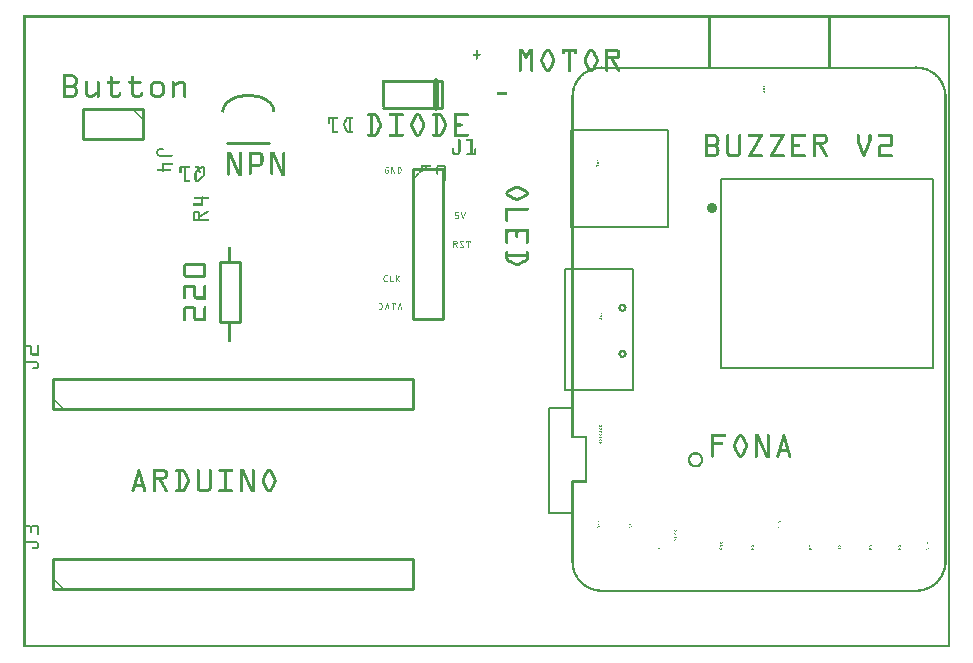
<source format=gto>
G04 MADE WITH FRITZING*
G04 WWW.FRITZING.ORG*
G04 DOUBLE SIDED*
G04 HOLES PLATED*
G04 CONTOUR ON CENTER OF CONTOUR VECTOR*
%ASAXBY*%
%FSLAX23Y23*%
%MOIN*%
%OFA0B0*%
%SFA1.0B1.0*%
%ADD10C,0.035811X-0.012189*%
%ADD11R,0.232076X0.413244X0.216076X0.397244*%
%ADD12C,0.008000*%
%ADD13R,0.332195X0.332195X0.316195X0.316195*%
%ADD14C,0.010000*%
%ADD15C,0.005000*%
%ADD16C,0.020000*%
%ADD17R,0.001000X0.001000*%
%LNSILK1*%
G90*
G70*
G54D10*
X2294Y1466D03*
G54D12*
X1806Y1262D02*
X2031Y1262D01*
X2031Y857D01*
X1806Y857D01*
X1806Y1262D01*
D02*
X1826Y1724D02*
X2150Y1724D01*
X2150Y1400D01*
X1826Y1400D01*
X1826Y1724D01*
D02*
G54D14*
X99Y194D02*
X1299Y194D01*
D02*
X1299Y194D02*
X1299Y294D01*
D02*
X1299Y294D02*
X99Y294D01*
D02*
X99Y294D02*
X99Y194D01*
D02*
X99Y794D02*
X1299Y794D01*
D02*
X1299Y794D02*
X1299Y894D01*
D02*
X1299Y894D02*
X99Y894D01*
D02*
X99Y894D02*
X99Y794D01*
D02*
X1299Y1594D02*
X1299Y1094D01*
D02*
X1299Y1094D02*
X1399Y1094D01*
D02*
X1399Y1094D02*
X1399Y1594D01*
D02*
X1399Y1594D02*
X1299Y1594D01*
D02*
X399Y1794D02*
X199Y1794D01*
D02*
X199Y1794D02*
X199Y1694D01*
D02*
X199Y1694D02*
X399Y1694D01*
D02*
X399Y1694D02*
X399Y1794D01*
G54D15*
D02*
X2324Y1561D02*
X3032Y1561D01*
D02*
X3032Y1561D02*
X3032Y931D01*
D02*
X3032Y931D02*
X2324Y931D01*
D02*
X2324Y931D02*
X2324Y1561D01*
G54D12*
D02*
X1753Y449D02*
X1828Y449D01*
D02*
X1753Y798D02*
X1828Y798D01*
D02*
X1753Y449D02*
X1753Y798D01*
G54D14*
D02*
X819Y1680D02*
X679Y1680D01*
D02*
X1395Y1799D02*
X1200Y1799D01*
D02*
X1200Y1889D02*
X1395Y1889D01*
D02*
X1395Y1889D02*
X1395Y1799D01*
G54D16*
D02*
X1375Y1889D02*
X1375Y1799D01*
G54D14*
D02*
X655Y1085D02*
X655Y1285D01*
D02*
X655Y1285D02*
X721Y1285D01*
D02*
X721Y1285D02*
X721Y1085D01*
D02*
X721Y1085D02*
X655Y1085D01*
G54D17*
X0Y2106D02*
X3090Y2106D01*
X0Y2105D02*
X3090Y2105D01*
X0Y2104D02*
X3090Y2104D01*
X0Y2103D02*
X3090Y2103D01*
X0Y2102D02*
X3090Y2102D01*
X0Y2101D02*
X3090Y2101D01*
X0Y2100D02*
X3090Y2100D01*
X0Y2099D02*
X3090Y2099D01*
X0Y2098D02*
X7Y2098D01*
X2284Y2098D02*
X2291Y2098D01*
X2684Y2098D02*
X2691Y2098D01*
X3083Y2098D02*
X3090Y2098D01*
X0Y2097D02*
X7Y2097D01*
X2284Y2097D02*
X2291Y2097D01*
X2684Y2097D02*
X2691Y2097D01*
X3083Y2097D02*
X3090Y2097D01*
X0Y2096D02*
X7Y2096D01*
X2284Y2096D02*
X2291Y2096D01*
X2684Y2096D02*
X2691Y2096D01*
X3083Y2096D02*
X3090Y2096D01*
X0Y2095D02*
X7Y2095D01*
X2284Y2095D02*
X2291Y2095D01*
X2684Y2095D02*
X2691Y2095D01*
X3083Y2095D02*
X3090Y2095D01*
X0Y2094D02*
X7Y2094D01*
X2284Y2094D02*
X2291Y2094D01*
X2684Y2094D02*
X2691Y2094D01*
X3083Y2094D02*
X3090Y2094D01*
X0Y2093D02*
X7Y2093D01*
X2284Y2093D02*
X2291Y2093D01*
X2684Y2093D02*
X2691Y2093D01*
X3083Y2093D02*
X3090Y2093D01*
X0Y2092D02*
X7Y2092D01*
X2284Y2092D02*
X2291Y2092D01*
X2684Y2092D02*
X2691Y2092D01*
X3083Y2092D02*
X3090Y2092D01*
X0Y2091D02*
X7Y2091D01*
X2284Y2091D02*
X2291Y2091D01*
X2684Y2091D02*
X2691Y2091D01*
X3083Y2091D02*
X3090Y2091D01*
X0Y2090D02*
X7Y2090D01*
X2284Y2090D02*
X2291Y2090D01*
X2684Y2090D02*
X2691Y2090D01*
X3083Y2090D02*
X3090Y2090D01*
X0Y2089D02*
X7Y2089D01*
X2284Y2089D02*
X2291Y2089D01*
X2684Y2089D02*
X2691Y2089D01*
X3083Y2089D02*
X3090Y2089D01*
X0Y2088D02*
X7Y2088D01*
X2284Y2088D02*
X2291Y2088D01*
X2684Y2088D02*
X2691Y2088D01*
X3083Y2088D02*
X3090Y2088D01*
X0Y2087D02*
X7Y2087D01*
X2284Y2087D02*
X2291Y2087D01*
X2684Y2087D02*
X2691Y2087D01*
X3083Y2087D02*
X3090Y2087D01*
X0Y2086D02*
X7Y2086D01*
X2284Y2086D02*
X2291Y2086D01*
X2684Y2086D02*
X2691Y2086D01*
X3083Y2086D02*
X3090Y2086D01*
X0Y2085D02*
X7Y2085D01*
X2284Y2085D02*
X2291Y2085D01*
X2684Y2085D02*
X2691Y2085D01*
X3083Y2085D02*
X3090Y2085D01*
X0Y2084D02*
X7Y2084D01*
X2284Y2084D02*
X2291Y2084D01*
X2684Y2084D02*
X2691Y2084D01*
X3083Y2084D02*
X3090Y2084D01*
X0Y2083D02*
X7Y2083D01*
X2284Y2083D02*
X2291Y2083D01*
X2684Y2083D02*
X2691Y2083D01*
X3083Y2083D02*
X3090Y2083D01*
X0Y2082D02*
X7Y2082D01*
X2284Y2082D02*
X2291Y2082D01*
X2684Y2082D02*
X2691Y2082D01*
X3083Y2082D02*
X3090Y2082D01*
X0Y2081D02*
X7Y2081D01*
X2284Y2081D02*
X2291Y2081D01*
X2684Y2081D02*
X2691Y2081D01*
X3083Y2081D02*
X3090Y2081D01*
X0Y2080D02*
X7Y2080D01*
X2284Y2080D02*
X2291Y2080D01*
X2684Y2080D02*
X2691Y2080D01*
X3083Y2080D02*
X3090Y2080D01*
X0Y2079D02*
X7Y2079D01*
X2284Y2079D02*
X2291Y2079D01*
X2684Y2079D02*
X2691Y2079D01*
X3083Y2079D02*
X3090Y2079D01*
X0Y2078D02*
X7Y2078D01*
X2284Y2078D02*
X2291Y2078D01*
X2684Y2078D02*
X2691Y2078D01*
X3083Y2078D02*
X3090Y2078D01*
X0Y2077D02*
X7Y2077D01*
X2284Y2077D02*
X2291Y2077D01*
X2684Y2077D02*
X2691Y2077D01*
X3083Y2077D02*
X3090Y2077D01*
X0Y2076D02*
X7Y2076D01*
X2284Y2076D02*
X2291Y2076D01*
X2684Y2076D02*
X2691Y2076D01*
X3083Y2076D02*
X3090Y2076D01*
X0Y2075D02*
X7Y2075D01*
X2284Y2075D02*
X2291Y2075D01*
X2684Y2075D02*
X2691Y2075D01*
X3083Y2075D02*
X3090Y2075D01*
X0Y2074D02*
X7Y2074D01*
X2284Y2074D02*
X2291Y2074D01*
X2684Y2074D02*
X2691Y2074D01*
X3083Y2074D02*
X3090Y2074D01*
X0Y2073D02*
X7Y2073D01*
X2284Y2073D02*
X2291Y2073D01*
X2684Y2073D02*
X2691Y2073D01*
X3083Y2073D02*
X3090Y2073D01*
X0Y2072D02*
X7Y2072D01*
X2284Y2072D02*
X2291Y2072D01*
X2684Y2072D02*
X2691Y2072D01*
X3083Y2072D02*
X3090Y2072D01*
X0Y2071D02*
X7Y2071D01*
X2284Y2071D02*
X2291Y2071D01*
X2684Y2071D02*
X2691Y2071D01*
X3083Y2071D02*
X3090Y2071D01*
X0Y2070D02*
X7Y2070D01*
X2284Y2070D02*
X2291Y2070D01*
X2684Y2070D02*
X2691Y2070D01*
X3083Y2070D02*
X3090Y2070D01*
X0Y2069D02*
X7Y2069D01*
X2284Y2069D02*
X2291Y2069D01*
X2684Y2069D02*
X2691Y2069D01*
X3083Y2069D02*
X3090Y2069D01*
X0Y2068D02*
X7Y2068D01*
X2284Y2068D02*
X2291Y2068D01*
X2684Y2068D02*
X2691Y2068D01*
X3083Y2068D02*
X3090Y2068D01*
X0Y2067D02*
X7Y2067D01*
X2284Y2067D02*
X2291Y2067D01*
X2684Y2067D02*
X2691Y2067D01*
X3083Y2067D02*
X3090Y2067D01*
X0Y2066D02*
X7Y2066D01*
X2284Y2066D02*
X2291Y2066D01*
X2684Y2066D02*
X2691Y2066D01*
X3083Y2066D02*
X3090Y2066D01*
X0Y2065D02*
X7Y2065D01*
X2284Y2065D02*
X2291Y2065D01*
X2684Y2065D02*
X2691Y2065D01*
X3083Y2065D02*
X3090Y2065D01*
X0Y2064D02*
X7Y2064D01*
X2284Y2064D02*
X2291Y2064D01*
X2684Y2064D02*
X2691Y2064D01*
X3083Y2064D02*
X3090Y2064D01*
X0Y2063D02*
X7Y2063D01*
X2284Y2063D02*
X2291Y2063D01*
X2684Y2063D02*
X2691Y2063D01*
X3083Y2063D02*
X3090Y2063D01*
X0Y2062D02*
X7Y2062D01*
X2284Y2062D02*
X2291Y2062D01*
X2684Y2062D02*
X2691Y2062D01*
X3083Y2062D02*
X3090Y2062D01*
X0Y2061D02*
X7Y2061D01*
X2284Y2061D02*
X2291Y2061D01*
X2684Y2061D02*
X2691Y2061D01*
X3083Y2061D02*
X3090Y2061D01*
X0Y2060D02*
X7Y2060D01*
X2284Y2060D02*
X2291Y2060D01*
X2684Y2060D02*
X2691Y2060D01*
X3083Y2060D02*
X3090Y2060D01*
X0Y2059D02*
X7Y2059D01*
X2284Y2059D02*
X2291Y2059D01*
X2684Y2059D02*
X2691Y2059D01*
X3083Y2059D02*
X3090Y2059D01*
X0Y2058D02*
X7Y2058D01*
X2284Y2058D02*
X2291Y2058D01*
X2684Y2058D02*
X2691Y2058D01*
X3083Y2058D02*
X3090Y2058D01*
X0Y2057D02*
X7Y2057D01*
X2284Y2057D02*
X2291Y2057D01*
X2684Y2057D02*
X2691Y2057D01*
X3083Y2057D02*
X3090Y2057D01*
X0Y2056D02*
X7Y2056D01*
X2284Y2056D02*
X2291Y2056D01*
X2684Y2056D02*
X2691Y2056D01*
X3083Y2056D02*
X3090Y2056D01*
X0Y2055D02*
X7Y2055D01*
X2284Y2055D02*
X2291Y2055D01*
X2684Y2055D02*
X2691Y2055D01*
X3083Y2055D02*
X3090Y2055D01*
X0Y2054D02*
X7Y2054D01*
X2284Y2054D02*
X2291Y2054D01*
X2684Y2054D02*
X2691Y2054D01*
X3083Y2054D02*
X3090Y2054D01*
X0Y2053D02*
X7Y2053D01*
X2284Y2053D02*
X2291Y2053D01*
X2684Y2053D02*
X2691Y2053D01*
X3083Y2053D02*
X3090Y2053D01*
X0Y2052D02*
X7Y2052D01*
X2284Y2052D02*
X2291Y2052D01*
X2684Y2052D02*
X2691Y2052D01*
X3083Y2052D02*
X3090Y2052D01*
X0Y2051D02*
X7Y2051D01*
X2284Y2051D02*
X2291Y2051D01*
X2684Y2051D02*
X2691Y2051D01*
X3083Y2051D02*
X3090Y2051D01*
X0Y2050D02*
X7Y2050D01*
X2284Y2050D02*
X2291Y2050D01*
X2684Y2050D02*
X2691Y2050D01*
X3083Y2050D02*
X3090Y2050D01*
X0Y2049D02*
X7Y2049D01*
X2284Y2049D02*
X2291Y2049D01*
X2684Y2049D02*
X2691Y2049D01*
X3083Y2049D02*
X3090Y2049D01*
X0Y2048D02*
X7Y2048D01*
X2284Y2048D02*
X2291Y2048D01*
X2684Y2048D02*
X2691Y2048D01*
X3083Y2048D02*
X3090Y2048D01*
X0Y2047D02*
X7Y2047D01*
X2284Y2047D02*
X2291Y2047D01*
X2684Y2047D02*
X2691Y2047D01*
X3083Y2047D02*
X3090Y2047D01*
X0Y2046D02*
X7Y2046D01*
X2284Y2046D02*
X2291Y2046D01*
X2684Y2046D02*
X2691Y2046D01*
X3083Y2046D02*
X3090Y2046D01*
X0Y2045D02*
X7Y2045D01*
X2284Y2045D02*
X2291Y2045D01*
X2684Y2045D02*
X2691Y2045D01*
X3083Y2045D02*
X3090Y2045D01*
X0Y2044D02*
X7Y2044D01*
X2284Y2044D02*
X2291Y2044D01*
X2684Y2044D02*
X2691Y2044D01*
X3083Y2044D02*
X3090Y2044D01*
X0Y2043D02*
X7Y2043D01*
X2284Y2043D02*
X2291Y2043D01*
X2684Y2043D02*
X2691Y2043D01*
X3083Y2043D02*
X3090Y2043D01*
X0Y2042D02*
X7Y2042D01*
X2284Y2042D02*
X2291Y2042D01*
X2684Y2042D02*
X2691Y2042D01*
X3083Y2042D02*
X3090Y2042D01*
X0Y2041D02*
X7Y2041D01*
X2284Y2041D02*
X2291Y2041D01*
X2684Y2041D02*
X2691Y2041D01*
X3083Y2041D02*
X3090Y2041D01*
X0Y2040D02*
X7Y2040D01*
X2284Y2040D02*
X2291Y2040D01*
X2684Y2040D02*
X2691Y2040D01*
X3083Y2040D02*
X3090Y2040D01*
X0Y2039D02*
X7Y2039D01*
X2284Y2039D02*
X2291Y2039D01*
X2684Y2039D02*
X2691Y2039D01*
X3083Y2039D02*
X3090Y2039D01*
X0Y2038D02*
X7Y2038D01*
X2284Y2038D02*
X2291Y2038D01*
X2684Y2038D02*
X2691Y2038D01*
X3083Y2038D02*
X3090Y2038D01*
X0Y2037D02*
X7Y2037D01*
X2284Y2037D02*
X2291Y2037D01*
X2684Y2037D02*
X2691Y2037D01*
X3083Y2037D02*
X3090Y2037D01*
X0Y2036D02*
X7Y2036D01*
X2284Y2036D02*
X2291Y2036D01*
X2684Y2036D02*
X2691Y2036D01*
X3083Y2036D02*
X3090Y2036D01*
X0Y2035D02*
X7Y2035D01*
X2284Y2035D02*
X2291Y2035D01*
X2684Y2035D02*
X2691Y2035D01*
X3083Y2035D02*
X3090Y2035D01*
X0Y2034D02*
X7Y2034D01*
X2284Y2034D02*
X2291Y2034D01*
X2684Y2034D02*
X2691Y2034D01*
X3083Y2034D02*
X3090Y2034D01*
X0Y2033D02*
X7Y2033D01*
X2284Y2033D02*
X2291Y2033D01*
X2684Y2033D02*
X2691Y2033D01*
X3083Y2033D02*
X3090Y2033D01*
X0Y2032D02*
X7Y2032D01*
X2284Y2032D02*
X2291Y2032D01*
X2684Y2032D02*
X2691Y2032D01*
X3083Y2032D02*
X3090Y2032D01*
X0Y2031D02*
X7Y2031D01*
X2284Y2031D02*
X2291Y2031D01*
X2684Y2031D02*
X2691Y2031D01*
X3083Y2031D02*
X3090Y2031D01*
X0Y2030D02*
X7Y2030D01*
X2284Y2030D02*
X2291Y2030D01*
X2684Y2030D02*
X2691Y2030D01*
X3083Y2030D02*
X3090Y2030D01*
X0Y2029D02*
X7Y2029D01*
X2284Y2029D02*
X2291Y2029D01*
X2684Y2029D02*
X2691Y2029D01*
X3083Y2029D02*
X3090Y2029D01*
X0Y2028D02*
X7Y2028D01*
X2284Y2028D02*
X2291Y2028D01*
X2684Y2028D02*
X2691Y2028D01*
X3083Y2028D02*
X3090Y2028D01*
X0Y2027D02*
X7Y2027D01*
X2284Y2027D02*
X2291Y2027D01*
X2684Y2027D02*
X2691Y2027D01*
X3083Y2027D02*
X3090Y2027D01*
X0Y2026D02*
X7Y2026D01*
X2284Y2026D02*
X2291Y2026D01*
X2684Y2026D02*
X2691Y2026D01*
X3083Y2026D02*
X3090Y2026D01*
X0Y2025D02*
X7Y2025D01*
X2284Y2025D02*
X2291Y2025D01*
X2684Y2025D02*
X2691Y2025D01*
X3083Y2025D02*
X3090Y2025D01*
X0Y2024D02*
X7Y2024D01*
X2284Y2024D02*
X2291Y2024D01*
X2684Y2024D02*
X2691Y2024D01*
X3083Y2024D02*
X3090Y2024D01*
X0Y2023D02*
X7Y2023D01*
X2284Y2023D02*
X2291Y2023D01*
X2684Y2023D02*
X2691Y2023D01*
X3083Y2023D02*
X3090Y2023D01*
X0Y2022D02*
X7Y2022D01*
X2284Y2022D02*
X2291Y2022D01*
X2684Y2022D02*
X2691Y2022D01*
X3083Y2022D02*
X3090Y2022D01*
X0Y2021D02*
X7Y2021D01*
X2284Y2021D02*
X2291Y2021D01*
X2684Y2021D02*
X2691Y2021D01*
X3083Y2021D02*
X3090Y2021D01*
X0Y2020D02*
X7Y2020D01*
X2284Y2020D02*
X2291Y2020D01*
X2684Y2020D02*
X2691Y2020D01*
X3083Y2020D02*
X3090Y2020D01*
X0Y2019D02*
X7Y2019D01*
X2284Y2019D02*
X2291Y2019D01*
X2684Y2019D02*
X2691Y2019D01*
X3083Y2019D02*
X3090Y2019D01*
X0Y2018D02*
X7Y2018D01*
X2284Y2018D02*
X2291Y2018D01*
X2684Y2018D02*
X2691Y2018D01*
X3083Y2018D02*
X3090Y2018D01*
X0Y2017D02*
X7Y2017D01*
X2284Y2017D02*
X2291Y2017D01*
X2684Y2017D02*
X2691Y2017D01*
X3083Y2017D02*
X3090Y2017D01*
X0Y2016D02*
X7Y2016D01*
X2284Y2016D02*
X2291Y2016D01*
X2684Y2016D02*
X2691Y2016D01*
X3083Y2016D02*
X3090Y2016D01*
X0Y2015D02*
X7Y2015D01*
X2284Y2015D02*
X2291Y2015D01*
X2684Y2015D02*
X2691Y2015D01*
X3083Y2015D02*
X3090Y2015D01*
X0Y2014D02*
X7Y2014D01*
X2284Y2014D02*
X2291Y2014D01*
X2684Y2014D02*
X2691Y2014D01*
X3083Y2014D02*
X3090Y2014D01*
X0Y2013D02*
X7Y2013D01*
X2284Y2013D02*
X2291Y2013D01*
X2684Y2013D02*
X2691Y2013D01*
X3083Y2013D02*
X3090Y2013D01*
X0Y2012D02*
X7Y2012D01*
X2284Y2012D02*
X2291Y2012D01*
X2684Y2012D02*
X2691Y2012D01*
X3083Y2012D02*
X3090Y2012D01*
X0Y2011D02*
X7Y2011D01*
X2284Y2011D02*
X2291Y2011D01*
X2684Y2011D02*
X2691Y2011D01*
X3083Y2011D02*
X3090Y2011D01*
X0Y2010D02*
X7Y2010D01*
X2284Y2010D02*
X2291Y2010D01*
X2684Y2010D02*
X2691Y2010D01*
X3083Y2010D02*
X3090Y2010D01*
X0Y2009D02*
X7Y2009D01*
X2284Y2009D02*
X2291Y2009D01*
X2684Y2009D02*
X2691Y2009D01*
X3083Y2009D02*
X3090Y2009D01*
X0Y2008D02*
X7Y2008D01*
X2284Y2008D02*
X2291Y2008D01*
X2684Y2008D02*
X2691Y2008D01*
X3083Y2008D02*
X3090Y2008D01*
X0Y2007D02*
X7Y2007D01*
X2284Y2007D02*
X2291Y2007D01*
X2684Y2007D02*
X2691Y2007D01*
X3083Y2007D02*
X3090Y2007D01*
X0Y2006D02*
X7Y2006D01*
X2284Y2006D02*
X2291Y2006D01*
X2684Y2006D02*
X2691Y2006D01*
X3083Y2006D02*
X3090Y2006D01*
X0Y2005D02*
X7Y2005D01*
X2284Y2005D02*
X2291Y2005D01*
X2684Y2005D02*
X2691Y2005D01*
X3083Y2005D02*
X3090Y2005D01*
X0Y2004D02*
X7Y2004D01*
X2284Y2004D02*
X2291Y2004D01*
X2684Y2004D02*
X2691Y2004D01*
X3083Y2004D02*
X3090Y2004D01*
X0Y2003D02*
X7Y2003D01*
X2284Y2003D02*
X2291Y2003D01*
X2684Y2003D02*
X2691Y2003D01*
X3083Y2003D02*
X3090Y2003D01*
X0Y2002D02*
X7Y2002D01*
X2284Y2002D02*
X2291Y2002D01*
X2684Y2002D02*
X2691Y2002D01*
X3083Y2002D02*
X3090Y2002D01*
X0Y2001D02*
X7Y2001D01*
X2284Y2001D02*
X2291Y2001D01*
X2684Y2001D02*
X2691Y2001D01*
X3083Y2001D02*
X3090Y2001D01*
X0Y2000D02*
X7Y2000D01*
X2284Y2000D02*
X2291Y2000D01*
X2684Y2000D02*
X2691Y2000D01*
X3083Y2000D02*
X3090Y2000D01*
X0Y1999D02*
X7Y1999D01*
X2284Y1999D02*
X2291Y1999D01*
X2684Y1999D02*
X2691Y1999D01*
X3083Y1999D02*
X3090Y1999D01*
X0Y1998D02*
X7Y1998D01*
X2284Y1998D02*
X2291Y1998D01*
X2684Y1998D02*
X2691Y1998D01*
X3083Y1998D02*
X3090Y1998D01*
X0Y1997D02*
X7Y1997D01*
X2284Y1997D02*
X2291Y1997D01*
X2684Y1997D02*
X2691Y1997D01*
X3083Y1997D02*
X3090Y1997D01*
X0Y1996D02*
X7Y1996D01*
X2284Y1996D02*
X2291Y1996D01*
X2684Y1996D02*
X2691Y1996D01*
X3083Y1996D02*
X3090Y1996D01*
X0Y1995D02*
X7Y1995D01*
X1652Y1995D02*
X1663Y1995D01*
X1689Y1995D02*
X1700Y1995D01*
X1746Y1995D02*
X1750Y1995D01*
X1796Y1995D02*
X1845Y1995D01*
X1891Y1995D02*
X1895Y1995D01*
X1941Y1995D02*
X1977Y1995D01*
X2284Y1995D02*
X2291Y1995D01*
X2684Y1995D02*
X2691Y1995D01*
X3083Y1995D02*
X3090Y1995D01*
X0Y1994D02*
X7Y1994D01*
X1652Y1994D02*
X1664Y1994D01*
X1688Y1994D02*
X1700Y1994D01*
X1743Y1994D02*
X1753Y1994D01*
X1796Y1994D02*
X1845Y1994D01*
X1888Y1994D02*
X1898Y1994D01*
X1941Y1994D02*
X1980Y1994D01*
X2284Y1994D02*
X2291Y1994D01*
X2684Y1994D02*
X2691Y1994D01*
X3083Y1994D02*
X3090Y1994D01*
X0Y1993D02*
X7Y1993D01*
X1652Y1993D02*
X1665Y1993D01*
X1687Y1993D02*
X1700Y1993D01*
X1742Y1993D02*
X1755Y1993D01*
X1796Y1993D02*
X1845Y1993D01*
X1886Y1993D02*
X1900Y1993D01*
X1941Y1993D02*
X1982Y1993D01*
X2284Y1993D02*
X2291Y1993D01*
X2684Y1993D02*
X2691Y1993D01*
X3083Y1993D02*
X3090Y1993D01*
X0Y1992D02*
X7Y1992D01*
X1652Y1992D02*
X1665Y1992D01*
X1686Y1992D02*
X1700Y1992D01*
X1740Y1992D02*
X1756Y1992D01*
X1796Y1992D02*
X1845Y1992D01*
X1885Y1992D02*
X1901Y1992D01*
X1941Y1992D02*
X1984Y1992D01*
X2284Y1992D02*
X2291Y1992D01*
X2684Y1992D02*
X2691Y1992D01*
X3083Y1992D02*
X3090Y1992D01*
X0Y1991D02*
X7Y1991D01*
X1652Y1991D02*
X1666Y1991D01*
X1686Y1991D02*
X1700Y1991D01*
X1739Y1991D02*
X1757Y1991D01*
X1796Y1991D02*
X1845Y1991D01*
X1884Y1991D02*
X1902Y1991D01*
X1941Y1991D02*
X1985Y1991D01*
X2284Y1991D02*
X2291Y1991D01*
X2684Y1991D02*
X2691Y1991D01*
X3083Y1991D02*
X3090Y1991D01*
X0Y1990D02*
X7Y1990D01*
X1512Y1990D02*
X1514Y1990D01*
X1652Y1990D02*
X1667Y1990D01*
X1685Y1990D02*
X1700Y1990D01*
X1738Y1990D02*
X1758Y1990D01*
X1796Y1990D02*
X1845Y1990D01*
X1883Y1990D02*
X1903Y1990D01*
X1941Y1990D02*
X1986Y1990D01*
X2284Y1990D02*
X2291Y1990D01*
X2684Y1990D02*
X2691Y1990D01*
X3083Y1990D02*
X3090Y1990D01*
X0Y1989D02*
X7Y1989D01*
X1511Y1989D02*
X1515Y1989D01*
X1652Y1989D02*
X1668Y1989D01*
X1684Y1989D02*
X1700Y1989D01*
X1738Y1989D02*
X1759Y1989D01*
X1796Y1989D02*
X1845Y1989D01*
X1882Y1989D02*
X1903Y1989D01*
X1941Y1989D02*
X1987Y1989D01*
X2284Y1989D02*
X2291Y1989D01*
X2684Y1989D02*
X2691Y1989D01*
X3083Y1989D02*
X3090Y1989D01*
X0Y1988D02*
X7Y1988D01*
X1510Y1988D02*
X1516Y1988D01*
X1652Y1988D02*
X1668Y1988D01*
X1684Y1988D02*
X1700Y1988D01*
X1737Y1988D02*
X1759Y1988D01*
X1796Y1988D02*
X1845Y1988D01*
X1882Y1988D02*
X1904Y1988D01*
X1941Y1988D02*
X1987Y1988D01*
X2284Y1988D02*
X2291Y1988D01*
X2684Y1988D02*
X2691Y1988D01*
X3083Y1988D02*
X3090Y1988D01*
X0Y1987D02*
X7Y1987D01*
X1510Y1987D02*
X1516Y1987D01*
X1652Y1987D02*
X1669Y1987D01*
X1683Y1987D02*
X1700Y1987D01*
X1736Y1987D02*
X1760Y1987D01*
X1796Y1987D02*
X1845Y1987D01*
X1881Y1987D02*
X1905Y1987D01*
X1941Y1987D02*
X1988Y1987D01*
X2284Y1987D02*
X2291Y1987D01*
X2684Y1987D02*
X2691Y1987D01*
X3083Y1987D02*
X3090Y1987D01*
X0Y1986D02*
X7Y1986D01*
X1510Y1986D02*
X1516Y1986D01*
X1652Y1986D02*
X1670Y1986D01*
X1682Y1986D02*
X1700Y1986D01*
X1736Y1986D02*
X1760Y1986D01*
X1796Y1986D02*
X1845Y1986D01*
X1881Y1986D02*
X1905Y1986D01*
X1941Y1986D02*
X1988Y1986D01*
X2284Y1986D02*
X2291Y1986D01*
X2684Y1986D02*
X2691Y1986D01*
X3083Y1986D02*
X3090Y1986D01*
X0Y1985D02*
X7Y1985D01*
X1510Y1985D02*
X1516Y1985D01*
X1652Y1985D02*
X1670Y1985D01*
X1682Y1985D02*
X1700Y1985D01*
X1735Y1985D02*
X1747Y1985D01*
X1749Y1985D02*
X1761Y1985D01*
X1796Y1985D02*
X1806Y1985D01*
X1816Y1985D02*
X1825Y1985D01*
X1836Y1985D02*
X1845Y1985D01*
X1880Y1985D02*
X1892Y1985D01*
X1894Y1985D02*
X1906Y1985D01*
X1941Y1985D02*
X1950Y1985D01*
X1976Y1985D02*
X1989Y1985D01*
X2284Y1985D02*
X2291Y1985D01*
X2684Y1985D02*
X2691Y1985D01*
X3083Y1985D02*
X3090Y1985D01*
X0Y1984D02*
X7Y1984D01*
X1510Y1984D02*
X1516Y1984D01*
X1652Y1984D02*
X1671Y1984D01*
X1681Y1984D02*
X1700Y1984D01*
X1735Y1984D02*
X1746Y1984D01*
X1751Y1984D02*
X1761Y1984D01*
X1796Y1984D02*
X1805Y1984D01*
X1816Y1984D02*
X1825Y1984D01*
X1836Y1984D02*
X1845Y1984D01*
X1880Y1984D02*
X1890Y1984D01*
X1895Y1984D02*
X1906Y1984D01*
X1941Y1984D02*
X1950Y1984D01*
X1978Y1984D02*
X1989Y1984D01*
X2284Y1984D02*
X2291Y1984D01*
X2684Y1984D02*
X2691Y1984D01*
X3083Y1984D02*
X3090Y1984D01*
X0Y1983D02*
X7Y1983D01*
X1510Y1983D02*
X1516Y1983D01*
X1652Y1983D02*
X1672Y1983D01*
X1680Y1983D02*
X1700Y1983D01*
X1734Y1983D02*
X1745Y1983D01*
X1752Y1983D02*
X1762Y1983D01*
X1796Y1983D02*
X1805Y1983D01*
X1816Y1983D02*
X1825Y1983D01*
X1836Y1983D02*
X1845Y1983D01*
X1879Y1983D02*
X1890Y1983D01*
X1896Y1983D02*
X1907Y1983D01*
X1941Y1983D02*
X1950Y1983D01*
X1979Y1983D02*
X1989Y1983D01*
X2284Y1983D02*
X2291Y1983D01*
X2684Y1983D02*
X2691Y1983D01*
X3083Y1983D02*
X3090Y1983D01*
X0Y1982D02*
X7Y1982D01*
X1510Y1982D02*
X1516Y1982D01*
X1652Y1982D02*
X1672Y1982D01*
X1679Y1982D02*
X1700Y1982D01*
X1734Y1982D02*
X1744Y1982D01*
X1752Y1982D02*
X1762Y1982D01*
X1796Y1982D02*
X1805Y1982D01*
X1816Y1982D02*
X1825Y1982D01*
X1836Y1982D02*
X1845Y1982D01*
X1879Y1982D02*
X1889Y1982D01*
X1897Y1982D02*
X1907Y1982D01*
X1941Y1982D02*
X1950Y1982D01*
X1980Y1982D02*
X1989Y1982D01*
X2284Y1982D02*
X2291Y1982D01*
X2684Y1982D02*
X2691Y1982D01*
X3083Y1982D02*
X3090Y1982D01*
X0Y1981D02*
X7Y1981D01*
X1510Y1981D02*
X1516Y1981D01*
X1652Y1981D02*
X1673Y1981D01*
X1679Y1981D02*
X1700Y1981D01*
X1733Y1981D02*
X1744Y1981D01*
X1753Y1981D02*
X1763Y1981D01*
X1796Y1981D02*
X1805Y1981D01*
X1816Y1981D02*
X1825Y1981D01*
X1836Y1981D02*
X1845Y1981D01*
X1878Y1981D02*
X1889Y1981D01*
X1897Y1981D02*
X1908Y1981D01*
X1941Y1981D02*
X1950Y1981D01*
X1980Y1981D02*
X1989Y1981D01*
X2284Y1981D02*
X2291Y1981D01*
X2684Y1981D02*
X2691Y1981D01*
X3083Y1981D02*
X3090Y1981D01*
X0Y1980D02*
X7Y1980D01*
X1510Y1980D02*
X1516Y1980D01*
X1652Y1980D02*
X1674Y1980D01*
X1678Y1980D02*
X1689Y1980D01*
X1691Y1980D02*
X1700Y1980D01*
X1733Y1980D02*
X1743Y1980D01*
X1753Y1980D02*
X1763Y1980D01*
X1797Y1980D02*
X1805Y1980D01*
X1816Y1980D02*
X1825Y1980D01*
X1836Y1980D02*
X1845Y1980D01*
X1878Y1980D02*
X1888Y1980D01*
X1898Y1980D02*
X1908Y1980D01*
X1941Y1980D02*
X1950Y1980D01*
X1980Y1980D02*
X1990Y1980D01*
X2284Y1980D02*
X2291Y1980D01*
X2684Y1980D02*
X2691Y1980D01*
X3083Y1980D02*
X3090Y1980D01*
X0Y1979D02*
X7Y1979D01*
X1510Y1979D02*
X1516Y1979D01*
X1652Y1979D02*
X1661Y1979D01*
X1663Y1979D02*
X1675Y1979D01*
X1677Y1979D02*
X1689Y1979D01*
X1691Y1979D02*
X1700Y1979D01*
X1733Y1979D02*
X1743Y1979D01*
X1754Y1979D02*
X1764Y1979D01*
X1797Y1979D02*
X1804Y1979D01*
X1816Y1979D02*
X1825Y1979D01*
X1837Y1979D02*
X1844Y1979D01*
X1877Y1979D02*
X1888Y1979D01*
X1898Y1979D02*
X1909Y1979D01*
X1941Y1979D02*
X1950Y1979D01*
X1980Y1979D02*
X1990Y1979D01*
X2284Y1979D02*
X2291Y1979D01*
X2684Y1979D02*
X2691Y1979D01*
X3083Y1979D02*
X3090Y1979D01*
X0Y1978D02*
X7Y1978D01*
X1510Y1978D02*
X1516Y1978D01*
X1652Y1978D02*
X1661Y1978D01*
X1664Y1978D02*
X1688Y1978D01*
X1691Y1978D02*
X1700Y1978D01*
X1732Y1978D02*
X1742Y1978D01*
X1754Y1978D02*
X1764Y1978D01*
X1798Y1978D02*
X1804Y1978D01*
X1816Y1978D02*
X1825Y1978D01*
X1838Y1978D02*
X1843Y1978D01*
X1877Y1978D02*
X1887Y1978D01*
X1899Y1978D02*
X1909Y1978D01*
X1941Y1978D02*
X1950Y1978D01*
X1980Y1978D02*
X1990Y1978D01*
X2284Y1978D02*
X2291Y1978D01*
X2684Y1978D02*
X2691Y1978D01*
X3083Y1978D02*
X3090Y1978D01*
X0Y1977D02*
X7Y1977D01*
X1499Y1977D02*
X1527Y1977D01*
X1652Y1977D02*
X1661Y1977D01*
X1665Y1977D02*
X1687Y1977D01*
X1691Y1977D02*
X1700Y1977D01*
X1732Y1977D02*
X1742Y1977D01*
X1755Y1977D02*
X1765Y1977D01*
X1799Y1977D02*
X1802Y1977D01*
X1816Y1977D02*
X1825Y1977D01*
X1839Y1977D02*
X1842Y1977D01*
X1876Y1977D02*
X1886Y1977D01*
X1899Y1977D02*
X1910Y1977D01*
X1941Y1977D02*
X1950Y1977D01*
X1980Y1977D02*
X1990Y1977D01*
X2284Y1977D02*
X2291Y1977D01*
X2684Y1977D02*
X2691Y1977D01*
X3083Y1977D02*
X3090Y1977D01*
X0Y1976D02*
X7Y1976D01*
X1498Y1976D02*
X1526Y1976D01*
X1652Y1976D02*
X1661Y1976D01*
X1665Y1976D02*
X1687Y1976D01*
X1691Y1976D02*
X1700Y1976D01*
X1731Y1976D02*
X1741Y1976D01*
X1755Y1976D02*
X1765Y1976D01*
X1816Y1976D02*
X1825Y1976D01*
X1876Y1976D02*
X1886Y1976D01*
X1900Y1976D02*
X1910Y1976D01*
X1941Y1976D02*
X1950Y1976D01*
X1980Y1976D02*
X1990Y1976D01*
X2284Y1976D02*
X2291Y1976D01*
X2684Y1976D02*
X2691Y1976D01*
X3083Y1976D02*
X3090Y1976D01*
X0Y1975D02*
X7Y1975D01*
X1497Y1975D02*
X1525Y1975D01*
X1652Y1975D02*
X1661Y1975D01*
X1666Y1975D02*
X1686Y1975D01*
X1691Y1975D02*
X1700Y1975D01*
X1731Y1975D02*
X1741Y1975D01*
X1756Y1975D02*
X1766Y1975D01*
X1816Y1975D02*
X1825Y1975D01*
X1875Y1975D02*
X1885Y1975D01*
X1900Y1975D02*
X1911Y1975D01*
X1941Y1975D02*
X1950Y1975D01*
X1980Y1975D02*
X1990Y1975D01*
X2284Y1975D02*
X2291Y1975D01*
X2684Y1975D02*
X2691Y1975D01*
X3083Y1975D02*
X3090Y1975D01*
X0Y1974D02*
X7Y1974D01*
X1497Y1974D02*
X1524Y1974D01*
X1652Y1974D02*
X1661Y1974D01*
X1667Y1974D02*
X1685Y1974D01*
X1691Y1974D02*
X1700Y1974D01*
X1730Y1974D02*
X1740Y1974D01*
X1756Y1974D02*
X1766Y1974D01*
X1816Y1974D02*
X1825Y1974D01*
X1875Y1974D02*
X1885Y1974D01*
X1901Y1974D02*
X1911Y1974D01*
X1941Y1974D02*
X1950Y1974D01*
X1980Y1974D02*
X1990Y1974D01*
X2284Y1974D02*
X2291Y1974D01*
X2684Y1974D02*
X2691Y1974D01*
X3083Y1974D02*
X3090Y1974D01*
X0Y1973D02*
X7Y1973D01*
X1498Y1973D02*
X1523Y1973D01*
X1652Y1973D02*
X1661Y1973D01*
X1667Y1973D02*
X1684Y1973D01*
X1691Y1973D02*
X1700Y1973D01*
X1730Y1973D02*
X1740Y1973D01*
X1757Y1973D02*
X1767Y1973D01*
X1816Y1973D02*
X1825Y1973D01*
X1874Y1973D02*
X1884Y1973D01*
X1901Y1973D02*
X1912Y1973D01*
X1941Y1973D02*
X1950Y1973D01*
X1980Y1973D02*
X1989Y1973D01*
X2284Y1973D02*
X2291Y1973D01*
X2684Y1973D02*
X2691Y1973D01*
X3083Y1973D02*
X3090Y1973D01*
X0Y1972D02*
X7Y1972D01*
X1498Y1972D02*
X1521Y1972D01*
X1652Y1972D02*
X1661Y1972D01*
X1668Y1972D02*
X1684Y1972D01*
X1691Y1972D02*
X1700Y1972D01*
X1729Y1972D02*
X1739Y1972D01*
X1757Y1972D02*
X1767Y1972D01*
X1816Y1972D02*
X1825Y1972D01*
X1874Y1972D02*
X1884Y1972D01*
X1902Y1972D02*
X1912Y1972D01*
X1941Y1972D02*
X1950Y1972D01*
X1979Y1972D02*
X1989Y1972D01*
X2284Y1972D02*
X2291Y1972D01*
X2684Y1972D02*
X2691Y1972D01*
X3083Y1972D02*
X3090Y1972D01*
X0Y1971D02*
X7Y1971D01*
X1510Y1971D02*
X1516Y1971D01*
X1652Y1971D02*
X1661Y1971D01*
X1669Y1971D02*
X1683Y1971D01*
X1691Y1971D02*
X1700Y1971D01*
X1729Y1971D02*
X1739Y1971D01*
X1758Y1971D02*
X1768Y1971D01*
X1816Y1971D02*
X1825Y1971D01*
X1873Y1971D02*
X1883Y1971D01*
X1902Y1971D02*
X1913Y1971D01*
X1941Y1971D02*
X1950Y1971D01*
X1979Y1971D02*
X1989Y1971D01*
X2284Y1971D02*
X2291Y1971D01*
X2684Y1971D02*
X2691Y1971D01*
X3083Y1971D02*
X3090Y1971D01*
X0Y1970D02*
X7Y1970D01*
X1510Y1970D02*
X1516Y1970D01*
X1652Y1970D02*
X1661Y1970D01*
X1669Y1970D02*
X1682Y1970D01*
X1691Y1970D02*
X1700Y1970D01*
X1728Y1970D02*
X1738Y1970D01*
X1758Y1970D02*
X1768Y1970D01*
X1816Y1970D02*
X1825Y1970D01*
X1873Y1970D02*
X1883Y1970D01*
X1903Y1970D02*
X1913Y1970D01*
X1941Y1970D02*
X1950Y1970D01*
X1977Y1970D02*
X1989Y1970D01*
X2284Y1970D02*
X2291Y1970D01*
X2684Y1970D02*
X2691Y1970D01*
X3083Y1970D02*
X3090Y1970D01*
X0Y1969D02*
X7Y1969D01*
X1510Y1969D02*
X1516Y1969D01*
X1652Y1969D02*
X1661Y1969D01*
X1670Y1969D02*
X1682Y1969D01*
X1691Y1969D02*
X1700Y1969D01*
X1728Y1969D02*
X1738Y1969D01*
X1759Y1969D02*
X1769Y1969D01*
X1816Y1969D02*
X1825Y1969D01*
X1872Y1969D02*
X1882Y1969D01*
X1903Y1969D02*
X1914Y1969D01*
X1941Y1969D02*
X1988Y1969D01*
X2284Y1969D02*
X2291Y1969D01*
X2684Y1969D02*
X2691Y1969D01*
X3083Y1969D02*
X3090Y1969D01*
X0Y1968D02*
X7Y1968D01*
X1510Y1968D02*
X1516Y1968D01*
X1652Y1968D02*
X1661Y1968D01*
X1671Y1968D02*
X1681Y1968D01*
X1691Y1968D02*
X1700Y1968D01*
X1727Y1968D02*
X1737Y1968D01*
X1759Y1968D02*
X1769Y1968D01*
X1816Y1968D02*
X1825Y1968D01*
X1872Y1968D02*
X1882Y1968D01*
X1904Y1968D02*
X1914Y1968D01*
X1941Y1968D02*
X1988Y1968D01*
X2284Y1968D02*
X2291Y1968D01*
X2684Y1968D02*
X2691Y1968D01*
X3083Y1968D02*
X3090Y1968D01*
X0Y1967D02*
X7Y1967D01*
X1510Y1967D02*
X1516Y1967D01*
X1652Y1967D02*
X1661Y1967D01*
X1671Y1967D02*
X1681Y1967D01*
X1691Y1967D02*
X1700Y1967D01*
X1727Y1967D02*
X1737Y1967D01*
X1760Y1967D02*
X1770Y1967D01*
X1816Y1967D02*
X1825Y1967D01*
X1871Y1967D02*
X1881Y1967D01*
X1904Y1967D02*
X1915Y1967D01*
X1941Y1967D02*
X1987Y1967D01*
X2284Y1967D02*
X2291Y1967D01*
X2684Y1967D02*
X2691Y1967D01*
X3083Y1967D02*
X3090Y1967D01*
X0Y1966D02*
X7Y1966D01*
X1510Y1966D02*
X1516Y1966D01*
X1652Y1966D02*
X1661Y1966D01*
X1671Y1966D02*
X1681Y1966D01*
X1691Y1966D02*
X1700Y1966D01*
X1726Y1966D02*
X1736Y1966D01*
X1760Y1966D02*
X1770Y1966D01*
X1816Y1966D02*
X1825Y1966D01*
X1871Y1966D02*
X1881Y1966D01*
X1905Y1966D02*
X1915Y1966D01*
X1941Y1966D02*
X1987Y1966D01*
X2284Y1966D02*
X2291Y1966D01*
X2684Y1966D02*
X2691Y1966D01*
X3083Y1966D02*
X3090Y1966D01*
X0Y1965D02*
X7Y1965D01*
X1510Y1965D02*
X1516Y1965D01*
X1652Y1965D02*
X1661Y1965D01*
X1671Y1965D02*
X1680Y1965D01*
X1691Y1965D02*
X1700Y1965D01*
X1726Y1965D02*
X1736Y1965D01*
X1761Y1965D02*
X1771Y1965D01*
X1816Y1965D02*
X1825Y1965D01*
X1870Y1965D02*
X1880Y1965D01*
X1905Y1965D02*
X1915Y1965D01*
X1941Y1965D02*
X1986Y1965D01*
X2284Y1965D02*
X2291Y1965D01*
X2684Y1965D02*
X2691Y1965D01*
X3083Y1965D02*
X3090Y1965D01*
X0Y1964D02*
X7Y1964D01*
X1510Y1964D02*
X1515Y1964D01*
X1652Y1964D02*
X1661Y1964D01*
X1672Y1964D02*
X1680Y1964D01*
X1691Y1964D02*
X1700Y1964D01*
X1725Y1964D02*
X1735Y1964D01*
X1761Y1964D02*
X1771Y1964D01*
X1816Y1964D02*
X1825Y1964D01*
X1870Y1964D02*
X1880Y1964D01*
X1906Y1964D02*
X1916Y1964D01*
X1941Y1964D02*
X1985Y1964D01*
X2284Y1964D02*
X2291Y1964D01*
X2684Y1964D02*
X2691Y1964D01*
X3083Y1964D02*
X3090Y1964D01*
X0Y1963D02*
X7Y1963D01*
X1510Y1963D02*
X1514Y1963D01*
X1652Y1963D02*
X1661Y1963D01*
X1672Y1963D02*
X1680Y1963D01*
X1691Y1963D02*
X1700Y1963D01*
X1725Y1963D02*
X1735Y1963D01*
X1762Y1963D02*
X1772Y1963D01*
X1816Y1963D02*
X1825Y1963D01*
X1870Y1963D02*
X1879Y1963D01*
X1906Y1963D02*
X1916Y1963D01*
X1941Y1963D02*
X1984Y1963D01*
X2284Y1963D02*
X2291Y1963D01*
X2684Y1963D02*
X2691Y1963D01*
X3083Y1963D02*
X3090Y1963D01*
X0Y1962D02*
X7Y1962D01*
X1510Y1962D02*
X1514Y1962D01*
X1652Y1962D02*
X1661Y1962D01*
X1672Y1962D02*
X1680Y1962D01*
X1691Y1962D02*
X1700Y1962D01*
X1725Y1962D02*
X1734Y1962D01*
X1762Y1962D02*
X1772Y1962D01*
X1816Y1962D02*
X1825Y1962D01*
X1869Y1962D02*
X1879Y1962D01*
X1907Y1962D02*
X1916Y1962D01*
X1941Y1962D02*
X1982Y1962D01*
X2284Y1962D02*
X2291Y1962D01*
X2684Y1962D02*
X2691Y1962D01*
X3083Y1962D02*
X3090Y1962D01*
X0Y1961D02*
X7Y1961D01*
X1510Y1961D02*
X1513Y1961D01*
X1652Y1961D02*
X1661Y1961D01*
X1673Y1961D02*
X1679Y1961D01*
X1691Y1961D02*
X1700Y1961D01*
X1724Y1961D02*
X1734Y1961D01*
X1763Y1961D02*
X1772Y1961D01*
X1816Y1961D02*
X1825Y1961D01*
X1869Y1961D02*
X1879Y1961D01*
X1907Y1961D02*
X1917Y1961D01*
X1941Y1961D02*
X1981Y1961D01*
X2284Y1961D02*
X2291Y1961D01*
X2684Y1961D02*
X2691Y1961D01*
X3083Y1961D02*
X3090Y1961D01*
X0Y1960D02*
X7Y1960D01*
X1511Y1960D02*
X1513Y1960D01*
X1652Y1960D02*
X1661Y1960D01*
X1675Y1960D02*
X1677Y1960D01*
X1691Y1960D02*
X1700Y1960D01*
X1724Y1960D02*
X1734Y1960D01*
X1763Y1960D02*
X1772Y1960D01*
X1816Y1960D02*
X1825Y1960D01*
X1869Y1960D02*
X1878Y1960D01*
X1908Y1960D02*
X1917Y1960D01*
X1941Y1960D02*
X1978Y1960D01*
X2284Y1960D02*
X2291Y1960D01*
X2684Y1960D02*
X2691Y1960D01*
X3083Y1960D02*
X3090Y1960D01*
X0Y1959D02*
X7Y1959D01*
X1511Y1959D02*
X1513Y1959D01*
X1652Y1959D02*
X1661Y1959D01*
X1691Y1959D02*
X1700Y1959D01*
X1724Y1959D02*
X1733Y1959D01*
X1763Y1959D02*
X1772Y1959D01*
X1816Y1959D02*
X1825Y1959D01*
X1869Y1959D02*
X1878Y1959D01*
X1908Y1959D02*
X1917Y1959D01*
X1941Y1959D02*
X1950Y1959D01*
X1958Y1959D02*
X1969Y1959D01*
X2284Y1959D02*
X2291Y1959D01*
X2684Y1959D02*
X2691Y1959D01*
X3083Y1959D02*
X3090Y1959D01*
X0Y1958D02*
X7Y1958D01*
X1652Y1958D02*
X1661Y1958D01*
X1691Y1958D02*
X1700Y1958D01*
X1724Y1958D02*
X1733Y1958D01*
X1763Y1958D02*
X1773Y1958D01*
X1816Y1958D02*
X1825Y1958D01*
X1869Y1958D02*
X1878Y1958D01*
X1908Y1958D02*
X1917Y1958D01*
X1941Y1958D02*
X1950Y1958D01*
X1959Y1958D02*
X1970Y1958D01*
X2284Y1958D02*
X2291Y1958D01*
X2684Y1958D02*
X2691Y1958D01*
X3083Y1958D02*
X3090Y1958D01*
X0Y1957D02*
X7Y1957D01*
X1652Y1957D02*
X1661Y1957D01*
X1691Y1957D02*
X1700Y1957D01*
X1724Y1957D02*
X1733Y1957D01*
X1763Y1957D02*
X1773Y1957D01*
X1816Y1957D02*
X1825Y1957D01*
X1869Y1957D02*
X1878Y1957D01*
X1908Y1957D02*
X1917Y1957D01*
X1941Y1957D02*
X1950Y1957D01*
X1959Y1957D02*
X1970Y1957D01*
X2284Y1957D02*
X2291Y1957D01*
X2684Y1957D02*
X2691Y1957D01*
X3083Y1957D02*
X3090Y1957D01*
X0Y1956D02*
X7Y1956D01*
X1652Y1956D02*
X1661Y1956D01*
X1691Y1956D02*
X1700Y1956D01*
X1724Y1956D02*
X1733Y1956D01*
X1764Y1956D02*
X1773Y1956D01*
X1816Y1956D02*
X1825Y1956D01*
X1868Y1956D02*
X1878Y1956D01*
X1908Y1956D02*
X1917Y1956D01*
X1941Y1956D02*
X1950Y1956D01*
X1960Y1956D02*
X1971Y1956D01*
X2284Y1956D02*
X2291Y1956D01*
X2684Y1956D02*
X2691Y1956D01*
X3083Y1956D02*
X3090Y1956D01*
X0Y1955D02*
X7Y1955D01*
X1652Y1955D02*
X1661Y1955D01*
X1691Y1955D02*
X1700Y1955D01*
X1724Y1955D02*
X1733Y1955D01*
X1763Y1955D02*
X1773Y1955D01*
X1816Y1955D02*
X1825Y1955D01*
X1869Y1955D02*
X1878Y1955D01*
X1908Y1955D02*
X1917Y1955D01*
X1941Y1955D02*
X1950Y1955D01*
X1960Y1955D02*
X1971Y1955D01*
X2284Y1955D02*
X2291Y1955D01*
X2684Y1955D02*
X2691Y1955D01*
X3083Y1955D02*
X3090Y1955D01*
X0Y1954D02*
X7Y1954D01*
X1652Y1954D02*
X1661Y1954D01*
X1691Y1954D02*
X1700Y1954D01*
X1724Y1954D02*
X1733Y1954D01*
X1763Y1954D02*
X1773Y1954D01*
X1816Y1954D02*
X1825Y1954D01*
X1869Y1954D02*
X1878Y1954D01*
X1908Y1954D02*
X1917Y1954D01*
X1941Y1954D02*
X1950Y1954D01*
X1961Y1954D02*
X1972Y1954D01*
X2284Y1954D02*
X2291Y1954D01*
X2684Y1954D02*
X2691Y1954D01*
X3083Y1954D02*
X3090Y1954D01*
X0Y1953D02*
X7Y1953D01*
X1652Y1953D02*
X1661Y1953D01*
X1691Y1953D02*
X1700Y1953D01*
X1724Y1953D02*
X1733Y1953D01*
X1763Y1953D02*
X1772Y1953D01*
X1816Y1953D02*
X1825Y1953D01*
X1869Y1953D02*
X1878Y1953D01*
X1908Y1953D02*
X1917Y1953D01*
X1941Y1953D02*
X1950Y1953D01*
X1962Y1953D02*
X1972Y1953D01*
X2284Y1953D02*
X2291Y1953D01*
X2684Y1953D02*
X2691Y1953D01*
X3083Y1953D02*
X3090Y1953D01*
X0Y1952D02*
X7Y1952D01*
X1652Y1952D02*
X1661Y1952D01*
X1691Y1952D02*
X1700Y1952D01*
X1724Y1952D02*
X1734Y1952D01*
X1763Y1952D02*
X1772Y1952D01*
X1816Y1952D02*
X1825Y1952D01*
X1869Y1952D02*
X1878Y1952D01*
X1907Y1952D02*
X1917Y1952D01*
X1941Y1952D02*
X1950Y1952D01*
X1962Y1952D02*
X1973Y1952D01*
X2284Y1952D02*
X2291Y1952D01*
X2684Y1952D02*
X2691Y1952D01*
X3083Y1952D02*
X3090Y1952D01*
X0Y1951D02*
X7Y1951D01*
X1652Y1951D02*
X1661Y1951D01*
X1691Y1951D02*
X1700Y1951D01*
X1724Y1951D02*
X1734Y1951D01*
X1762Y1951D02*
X1772Y1951D01*
X1816Y1951D02*
X1825Y1951D01*
X1869Y1951D02*
X1879Y1951D01*
X1907Y1951D02*
X1917Y1951D01*
X1941Y1951D02*
X1950Y1951D01*
X1963Y1951D02*
X1974Y1951D01*
X2284Y1951D02*
X2291Y1951D01*
X2684Y1951D02*
X2691Y1951D01*
X3083Y1951D02*
X3090Y1951D01*
X0Y1950D02*
X7Y1950D01*
X1652Y1950D02*
X1661Y1950D01*
X1691Y1950D02*
X1700Y1950D01*
X1725Y1950D02*
X1735Y1950D01*
X1762Y1950D02*
X1772Y1950D01*
X1816Y1950D02*
X1825Y1950D01*
X1869Y1950D02*
X1879Y1950D01*
X1907Y1950D02*
X1916Y1950D01*
X1941Y1950D02*
X1950Y1950D01*
X1963Y1950D02*
X1974Y1950D01*
X2284Y1950D02*
X2291Y1950D01*
X2684Y1950D02*
X2691Y1950D01*
X3083Y1950D02*
X3090Y1950D01*
X0Y1949D02*
X7Y1949D01*
X1652Y1949D02*
X1661Y1949D01*
X1691Y1949D02*
X1700Y1949D01*
X1725Y1949D02*
X1735Y1949D01*
X1761Y1949D02*
X1771Y1949D01*
X1816Y1949D02*
X1825Y1949D01*
X1870Y1949D02*
X1880Y1949D01*
X1906Y1949D02*
X1916Y1949D01*
X1941Y1949D02*
X1950Y1949D01*
X1964Y1949D02*
X1975Y1949D01*
X2284Y1949D02*
X2291Y1949D01*
X2684Y1949D02*
X2691Y1949D01*
X3083Y1949D02*
X3090Y1949D01*
X0Y1948D02*
X7Y1948D01*
X1652Y1948D02*
X1661Y1948D01*
X1691Y1948D02*
X1700Y1948D01*
X1725Y1948D02*
X1736Y1948D01*
X1761Y1948D02*
X1771Y1948D01*
X1816Y1948D02*
X1825Y1948D01*
X1870Y1948D02*
X1880Y1948D01*
X1906Y1948D02*
X1916Y1948D01*
X1941Y1948D02*
X1950Y1948D01*
X1965Y1948D02*
X1975Y1948D01*
X2284Y1948D02*
X2291Y1948D01*
X2684Y1948D02*
X2691Y1948D01*
X3083Y1948D02*
X3090Y1948D01*
X0Y1947D02*
X7Y1947D01*
X1652Y1947D02*
X1661Y1947D01*
X1691Y1947D02*
X1700Y1947D01*
X1726Y1947D02*
X1736Y1947D01*
X1760Y1947D02*
X1771Y1947D01*
X1816Y1947D02*
X1825Y1947D01*
X1870Y1947D02*
X1881Y1947D01*
X1905Y1947D02*
X1915Y1947D01*
X1941Y1947D02*
X1950Y1947D01*
X1965Y1947D02*
X1976Y1947D01*
X2284Y1947D02*
X2291Y1947D01*
X2684Y1947D02*
X2691Y1947D01*
X3083Y1947D02*
X3090Y1947D01*
X0Y1946D02*
X7Y1946D01*
X1652Y1946D02*
X1661Y1946D01*
X1691Y1946D02*
X1700Y1946D01*
X1726Y1946D02*
X1737Y1946D01*
X1760Y1946D02*
X1770Y1946D01*
X1816Y1946D02*
X1825Y1946D01*
X1871Y1946D02*
X1881Y1946D01*
X1905Y1946D02*
X1915Y1946D01*
X1941Y1946D02*
X1950Y1946D01*
X1966Y1946D02*
X1977Y1946D01*
X2284Y1946D02*
X2291Y1946D01*
X2684Y1946D02*
X2691Y1946D01*
X3083Y1946D02*
X3090Y1946D01*
X0Y1945D02*
X7Y1945D01*
X1652Y1945D02*
X1661Y1945D01*
X1691Y1945D02*
X1700Y1945D01*
X1727Y1945D02*
X1737Y1945D01*
X1759Y1945D02*
X1770Y1945D01*
X1816Y1945D02*
X1825Y1945D01*
X1871Y1945D02*
X1882Y1945D01*
X1904Y1945D02*
X1914Y1945D01*
X1941Y1945D02*
X1950Y1945D01*
X1966Y1945D02*
X1977Y1945D01*
X2284Y1945D02*
X2291Y1945D01*
X2684Y1945D02*
X2691Y1945D01*
X3083Y1945D02*
X3090Y1945D01*
X0Y1944D02*
X7Y1944D01*
X1652Y1944D02*
X1661Y1944D01*
X1691Y1944D02*
X1700Y1944D01*
X1727Y1944D02*
X1738Y1944D01*
X1759Y1944D02*
X1769Y1944D01*
X1816Y1944D02*
X1825Y1944D01*
X1872Y1944D02*
X1882Y1944D01*
X1904Y1944D02*
X1914Y1944D01*
X1941Y1944D02*
X1950Y1944D01*
X1967Y1944D02*
X1978Y1944D01*
X2284Y1944D02*
X2291Y1944D01*
X2684Y1944D02*
X2691Y1944D01*
X3083Y1944D02*
X3090Y1944D01*
X0Y1943D02*
X7Y1943D01*
X1652Y1943D02*
X1661Y1943D01*
X1691Y1943D02*
X1700Y1943D01*
X1728Y1943D02*
X1738Y1943D01*
X1758Y1943D02*
X1769Y1943D01*
X1816Y1943D02*
X1825Y1943D01*
X1872Y1943D02*
X1883Y1943D01*
X1903Y1943D02*
X1913Y1943D01*
X1941Y1943D02*
X1950Y1943D01*
X1967Y1943D02*
X1978Y1943D01*
X2284Y1943D02*
X2291Y1943D01*
X2684Y1943D02*
X2691Y1943D01*
X3083Y1943D02*
X3090Y1943D01*
X0Y1942D02*
X7Y1942D01*
X1652Y1942D02*
X1661Y1942D01*
X1691Y1942D02*
X1700Y1942D01*
X1728Y1942D02*
X1739Y1942D01*
X1758Y1942D02*
X1768Y1942D01*
X1816Y1942D02*
X1825Y1942D01*
X1873Y1942D02*
X1883Y1942D01*
X1903Y1942D02*
X1913Y1942D01*
X1941Y1942D02*
X1950Y1942D01*
X1968Y1942D02*
X1979Y1942D01*
X2284Y1942D02*
X2291Y1942D01*
X2684Y1942D02*
X2691Y1942D01*
X3083Y1942D02*
X3090Y1942D01*
X0Y1941D02*
X7Y1941D01*
X1652Y1941D02*
X1661Y1941D01*
X1691Y1941D02*
X1700Y1941D01*
X1729Y1941D02*
X1739Y1941D01*
X1757Y1941D02*
X1768Y1941D01*
X1816Y1941D02*
X1825Y1941D01*
X1873Y1941D02*
X1884Y1941D01*
X1902Y1941D02*
X1912Y1941D01*
X1941Y1941D02*
X1950Y1941D01*
X1969Y1941D02*
X1979Y1941D01*
X2284Y1941D02*
X2291Y1941D01*
X2684Y1941D02*
X2691Y1941D01*
X3083Y1941D02*
X3090Y1941D01*
X0Y1940D02*
X7Y1940D01*
X1652Y1940D02*
X1661Y1940D01*
X1691Y1940D02*
X1700Y1940D01*
X1729Y1940D02*
X1740Y1940D01*
X1757Y1940D02*
X1767Y1940D01*
X1816Y1940D02*
X1825Y1940D01*
X1874Y1940D02*
X1884Y1940D01*
X1902Y1940D02*
X1912Y1940D01*
X1941Y1940D02*
X1950Y1940D01*
X1969Y1940D02*
X1980Y1940D01*
X2284Y1940D02*
X2291Y1940D01*
X2684Y1940D02*
X2691Y1940D01*
X3083Y1940D02*
X3090Y1940D01*
X0Y1939D02*
X7Y1939D01*
X1652Y1939D02*
X1661Y1939D01*
X1691Y1939D02*
X1700Y1939D01*
X1730Y1939D02*
X1740Y1939D01*
X1757Y1939D02*
X1767Y1939D01*
X1816Y1939D02*
X1825Y1939D01*
X1874Y1939D02*
X1885Y1939D01*
X1901Y1939D02*
X1911Y1939D01*
X1941Y1939D02*
X1950Y1939D01*
X1970Y1939D02*
X1981Y1939D01*
X2284Y1939D02*
X2291Y1939D01*
X2684Y1939D02*
X2691Y1939D01*
X3083Y1939D02*
X3090Y1939D01*
X0Y1938D02*
X7Y1938D01*
X1652Y1938D02*
X1661Y1938D01*
X1691Y1938D02*
X1700Y1938D01*
X1730Y1938D02*
X1741Y1938D01*
X1756Y1938D02*
X1766Y1938D01*
X1816Y1938D02*
X1825Y1938D01*
X1875Y1938D02*
X1885Y1938D01*
X1901Y1938D02*
X1911Y1938D01*
X1941Y1938D02*
X1950Y1938D01*
X1970Y1938D02*
X1981Y1938D01*
X2284Y1938D02*
X2291Y1938D01*
X2684Y1938D02*
X2691Y1938D01*
X3083Y1938D02*
X3090Y1938D01*
X0Y1937D02*
X7Y1937D01*
X1652Y1937D02*
X1661Y1937D01*
X1691Y1937D02*
X1700Y1937D01*
X1731Y1937D02*
X1741Y1937D01*
X1756Y1937D02*
X1766Y1937D01*
X1816Y1937D02*
X1825Y1937D01*
X1875Y1937D02*
X1886Y1937D01*
X1900Y1937D02*
X1910Y1937D01*
X1941Y1937D02*
X1950Y1937D01*
X1971Y1937D02*
X1982Y1937D01*
X2284Y1937D02*
X2291Y1937D01*
X2684Y1937D02*
X2691Y1937D01*
X3083Y1937D02*
X3090Y1937D01*
X0Y1936D02*
X7Y1936D01*
X1652Y1936D02*
X1661Y1936D01*
X1691Y1936D02*
X1700Y1936D01*
X1731Y1936D02*
X1742Y1936D01*
X1755Y1936D02*
X1765Y1936D01*
X1816Y1936D02*
X1825Y1936D01*
X1876Y1936D02*
X1886Y1936D01*
X1900Y1936D02*
X1910Y1936D01*
X1925Y1936D02*
X1927Y1936D01*
X1930Y1936D02*
X1930Y1936D01*
X1941Y1936D02*
X1950Y1936D01*
X1972Y1936D02*
X1982Y1936D01*
X2284Y1936D02*
X2291Y1936D01*
X2684Y1936D02*
X2691Y1936D01*
X2974Y1936D02*
X2974Y1936D01*
X2977Y1936D02*
X2979Y1936D01*
X3083Y1936D02*
X3090Y1936D01*
X0Y1935D02*
X7Y1935D01*
X1652Y1935D02*
X1661Y1935D01*
X1691Y1935D02*
X1700Y1935D01*
X1732Y1935D02*
X1742Y1935D01*
X1755Y1935D02*
X1765Y1935D01*
X1816Y1935D02*
X1825Y1935D01*
X1876Y1935D02*
X1887Y1935D01*
X1899Y1935D02*
X1909Y1935D01*
X1914Y1935D02*
X2991Y1935D01*
X3083Y1935D02*
X3090Y1935D01*
X0Y1934D02*
X7Y1934D01*
X1652Y1934D02*
X1661Y1934D01*
X1691Y1934D02*
X1700Y1934D01*
X1732Y1934D02*
X1743Y1934D01*
X1754Y1934D02*
X1764Y1934D01*
X1816Y1934D02*
X1825Y1934D01*
X1877Y1934D02*
X1887Y1934D01*
X1899Y1934D02*
X2997Y1934D01*
X3083Y1934D02*
X3090Y1934D01*
X0Y1933D02*
X7Y1933D01*
X1652Y1933D02*
X1661Y1933D01*
X1691Y1933D02*
X1700Y1933D01*
X1733Y1933D02*
X1743Y1933D01*
X1754Y1933D02*
X1764Y1933D01*
X1816Y1933D02*
X1825Y1933D01*
X1877Y1933D02*
X1888Y1933D01*
X1898Y1933D02*
X3001Y1933D01*
X3083Y1933D02*
X3090Y1933D01*
X0Y1932D02*
X7Y1932D01*
X1652Y1932D02*
X1661Y1932D01*
X1691Y1932D02*
X1700Y1932D01*
X1733Y1932D02*
X1744Y1932D01*
X1753Y1932D02*
X1763Y1932D01*
X1816Y1932D02*
X1825Y1932D01*
X1878Y1932D02*
X1888Y1932D01*
X1898Y1932D02*
X3005Y1932D01*
X3083Y1932D02*
X3090Y1932D01*
X0Y1931D02*
X7Y1931D01*
X1652Y1931D02*
X1661Y1931D01*
X1691Y1931D02*
X1700Y1931D01*
X1734Y1931D02*
X1744Y1931D01*
X1753Y1931D02*
X1763Y1931D01*
X1816Y1931D02*
X1825Y1931D01*
X1878Y1931D02*
X1889Y1931D01*
X1896Y1931D02*
X3008Y1931D01*
X3083Y1931D02*
X3090Y1931D01*
X0Y1930D02*
X7Y1930D01*
X1652Y1930D02*
X1661Y1930D01*
X1691Y1930D02*
X1700Y1930D01*
X1734Y1930D02*
X1745Y1930D01*
X1752Y1930D02*
X1762Y1930D01*
X1816Y1930D02*
X1825Y1930D01*
X1879Y1930D02*
X1889Y1930D01*
X1894Y1930D02*
X3011Y1930D01*
X3083Y1930D02*
X3090Y1930D01*
X0Y1929D02*
X7Y1929D01*
X1652Y1929D02*
X1661Y1929D01*
X1691Y1929D02*
X1700Y1929D01*
X1735Y1929D02*
X1745Y1929D01*
X1751Y1929D02*
X1762Y1929D01*
X1816Y1929D02*
X1825Y1929D01*
X1879Y1929D02*
X3014Y1929D01*
X3083Y1929D02*
X3090Y1929D01*
X0Y1928D02*
X7Y1928D01*
X1652Y1928D02*
X1661Y1928D01*
X1691Y1928D02*
X1700Y1928D01*
X1735Y1928D02*
X1746Y1928D01*
X1751Y1928D02*
X1761Y1928D01*
X1816Y1928D02*
X1825Y1928D01*
X1880Y1928D02*
X1925Y1928D01*
X1927Y1928D02*
X2977Y1928D01*
X2980Y1928D02*
X3016Y1928D01*
X3083Y1928D02*
X3090Y1928D01*
X0Y1927D02*
X7Y1927D01*
X1652Y1927D02*
X1661Y1927D01*
X1691Y1927D02*
X1700Y1927D01*
X1736Y1927D02*
X1761Y1927D01*
X1816Y1927D02*
X1825Y1927D01*
X1880Y1927D02*
X1913Y1927D01*
X1941Y1927D02*
X1950Y1927D01*
X1977Y1927D02*
X1988Y1927D01*
X2992Y1927D02*
X3018Y1927D01*
X3083Y1927D02*
X3090Y1927D01*
X0Y1926D02*
X7Y1926D01*
X1652Y1926D02*
X1661Y1926D01*
X1691Y1926D02*
X1700Y1926D01*
X1736Y1926D02*
X1760Y1926D01*
X1816Y1926D02*
X1825Y1926D01*
X1881Y1926D02*
X1907Y1926D01*
X1941Y1926D02*
X1950Y1926D01*
X1977Y1926D02*
X1988Y1926D01*
X2997Y1926D02*
X3020Y1926D01*
X3083Y1926D02*
X3090Y1926D01*
X0Y1925D02*
X7Y1925D01*
X1652Y1925D02*
X1661Y1925D01*
X1691Y1925D02*
X1700Y1925D01*
X1737Y1925D02*
X1760Y1925D01*
X1816Y1925D02*
X1825Y1925D01*
X1881Y1925D02*
X1904Y1925D01*
X1941Y1925D02*
X1950Y1925D01*
X1978Y1925D02*
X1989Y1925D01*
X3002Y1925D02*
X3022Y1925D01*
X3083Y1925D02*
X3090Y1925D01*
X0Y1924D02*
X7Y1924D01*
X1652Y1924D02*
X1661Y1924D01*
X1691Y1924D02*
X1700Y1924D01*
X1737Y1924D02*
X1759Y1924D01*
X1816Y1924D02*
X1825Y1924D01*
X1880Y1924D02*
X1904Y1924D01*
X1941Y1924D02*
X1950Y1924D01*
X1979Y1924D02*
X1989Y1924D01*
X3005Y1924D02*
X3024Y1924D01*
X3083Y1924D02*
X3090Y1924D01*
X0Y1923D02*
X7Y1923D01*
X1652Y1923D02*
X1661Y1923D01*
X1691Y1923D02*
X1700Y1923D01*
X1738Y1923D02*
X1758Y1923D01*
X1816Y1923D02*
X1825Y1923D01*
X1878Y1923D02*
X1903Y1923D01*
X1941Y1923D02*
X1950Y1923D01*
X1979Y1923D02*
X1989Y1923D01*
X3008Y1923D02*
X3026Y1923D01*
X3083Y1923D02*
X3090Y1923D01*
X0Y1922D02*
X7Y1922D01*
X1652Y1922D02*
X1661Y1922D01*
X1691Y1922D02*
X1700Y1922D01*
X1739Y1922D02*
X1758Y1922D01*
X1816Y1922D02*
X1825Y1922D01*
X1876Y1922D02*
X1902Y1922D01*
X1941Y1922D02*
X1950Y1922D01*
X1980Y1922D02*
X1990Y1922D01*
X3011Y1922D02*
X3028Y1922D01*
X3083Y1922D02*
X3090Y1922D01*
X0Y1921D02*
X7Y1921D01*
X1652Y1921D02*
X1660Y1921D01*
X1692Y1921D02*
X1700Y1921D01*
X1740Y1921D02*
X1757Y1921D01*
X1816Y1921D02*
X1825Y1921D01*
X1875Y1921D02*
X1901Y1921D01*
X1941Y1921D02*
X1950Y1921D01*
X1980Y1921D02*
X1989Y1921D01*
X3013Y1921D02*
X3030Y1921D01*
X3083Y1921D02*
X3090Y1921D01*
X0Y1920D02*
X7Y1920D01*
X1652Y1920D02*
X1660Y1920D01*
X1692Y1920D02*
X1700Y1920D01*
X1741Y1920D02*
X1756Y1920D01*
X1817Y1920D02*
X1824Y1920D01*
X1873Y1920D02*
X1900Y1920D01*
X1941Y1920D02*
X1949Y1920D01*
X1981Y1920D02*
X1989Y1920D01*
X3015Y1920D02*
X3031Y1920D01*
X3083Y1920D02*
X3090Y1920D01*
X0Y1919D02*
X7Y1919D01*
X1653Y1919D02*
X1659Y1919D01*
X1693Y1919D02*
X1699Y1919D01*
X1742Y1919D02*
X1754Y1919D01*
X1817Y1919D02*
X1824Y1919D01*
X1872Y1919D02*
X1899Y1919D01*
X1942Y1919D02*
X1949Y1919D01*
X1982Y1919D02*
X1988Y1919D01*
X3018Y1919D02*
X3033Y1919D01*
X3083Y1919D02*
X3090Y1919D01*
X0Y1918D02*
X7Y1918D01*
X1654Y1918D02*
X1658Y1918D01*
X1694Y1918D02*
X1698Y1918D01*
X1744Y1918D02*
X1752Y1918D01*
X1819Y1918D02*
X1823Y1918D01*
X1870Y1918D02*
X1885Y1918D01*
X1889Y1918D02*
X1897Y1918D01*
X1943Y1918D02*
X1947Y1918D01*
X1983Y1918D02*
X1987Y1918D01*
X3020Y1918D02*
X3034Y1918D01*
X3083Y1918D02*
X3090Y1918D01*
X0Y1917D02*
X7Y1917D01*
X1869Y1917D02*
X1883Y1917D01*
X3022Y1917D02*
X3036Y1917D01*
X3083Y1917D02*
X3090Y1917D01*
X0Y1916D02*
X7Y1916D01*
X1867Y1916D02*
X1881Y1916D01*
X3023Y1916D02*
X3037Y1916D01*
X3083Y1916D02*
X3090Y1916D01*
X0Y1915D02*
X7Y1915D01*
X1866Y1915D02*
X1879Y1915D01*
X3025Y1915D02*
X3038Y1915D01*
X3083Y1915D02*
X3090Y1915D01*
X0Y1914D02*
X7Y1914D01*
X1865Y1914D02*
X1878Y1914D01*
X3027Y1914D02*
X3040Y1914D01*
X3083Y1914D02*
X3090Y1914D01*
X0Y1913D02*
X7Y1913D01*
X1864Y1913D02*
X1876Y1913D01*
X3028Y1913D02*
X3041Y1913D01*
X3083Y1913D02*
X3090Y1913D01*
X0Y1912D02*
X7Y1912D01*
X1862Y1912D02*
X1875Y1912D01*
X3030Y1912D02*
X3042Y1912D01*
X3083Y1912D02*
X3090Y1912D01*
X0Y1911D02*
X7Y1911D01*
X1861Y1911D02*
X1873Y1911D01*
X3031Y1911D02*
X3043Y1911D01*
X3083Y1911D02*
X3090Y1911D01*
X0Y1910D02*
X7Y1910D01*
X1860Y1910D02*
X1872Y1910D01*
X3033Y1910D02*
X3044Y1910D01*
X3083Y1910D02*
X3090Y1910D01*
X0Y1909D02*
X7Y1909D01*
X133Y1909D02*
X166Y1909D01*
X1859Y1909D02*
X1870Y1909D01*
X3034Y1909D02*
X3045Y1909D01*
X3083Y1909D02*
X3090Y1909D01*
X0Y1908D02*
X7Y1908D01*
X133Y1908D02*
X169Y1908D01*
X1858Y1908D02*
X1869Y1908D01*
X3035Y1908D02*
X3046Y1908D01*
X3083Y1908D02*
X3090Y1908D01*
X0Y1907D02*
X7Y1907D01*
X133Y1907D02*
X171Y1907D01*
X1857Y1907D02*
X1868Y1907D01*
X3037Y1907D02*
X3047Y1907D01*
X3083Y1907D02*
X3090Y1907D01*
X0Y1906D02*
X7Y1906D01*
X133Y1906D02*
X173Y1906D01*
X1856Y1906D02*
X1867Y1906D01*
X3038Y1906D02*
X3048Y1906D01*
X3083Y1906D02*
X3090Y1906D01*
X0Y1905D02*
X7Y1905D01*
X133Y1905D02*
X174Y1905D01*
X291Y1905D02*
X293Y1905D01*
X364Y1905D02*
X365Y1905D01*
X1855Y1905D02*
X1866Y1905D01*
X3039Y1905D02*
X3049Y1905D01*
X3083Y1905D02*
X3090Y1905D01*
X0Y1904D02*
X7Y1904D01*
X133Y1904D02*
X175Y1904D01*
X290Y1904D02*
X295Y1904D01*
X362Y1904D02*
X367Y1904D01*
X1854Y1904D02*
X1865Y1904D01*
X3040Y1904D02*
X3050Y1904D01*
X3083Y1904D02*
X3090Y1904D01*
X0Y1903D02*
X7Y1903D01*
X133Y1903D02*
X176Y1903D01*
X289Y1903D02*
X296Y1903D01*
X361Y1903D02*
X368Y1903D01*
X1853Y1903D02*
X1863Y1903D01*
X3041Y1903D02*
X3051Y1903D01*
X3083Y1903D02*
X3090Y1903D01*
X0Y1902D02*
X7Y1902D01*
X133Y1902D02*
X177Y1902D01*
X288Y1902D02*
X296Y1902D01*
X360Y1902D02*
X369Y1902D01*
X1852Y1902D02*
X1862Y1902D01*
X3042Y1902D02*
X3052Y1902D01*
X3083Y1902D02*
X3090Y1902D01*
X0Y1901D02*
X7Y1901D01*
X133Y1901D02*
X178Y1901D01*
X288Y1901D02*
X297Y1901D01*
X360Y1901D02*
X369Y1901D01*
X1851Y1901D02*
X1861Y1901D01*
X3043Y1901D02*
X3053Y1901D01*
X3083Y1901D02*
X3090Y1901D01*
X0Y1900D02*
X7Y1900D01*
X133Y1900D02*
X179Y1900D01*
X288Y1900D02*
X297Y1900D01*
X360Y1900D02*
X369Y1900D01*
X1851Y1900D02*
X1860Y1900D01*
X3044Y1900D02*
X3054Y1900D01*
X3083Y1900D02*
X3090Y1900D01*
X0Y1899D02*
X7Y1899D01*
X133Y1899D02*
X142Y1899D01*
X165Y1899D02*
X179Y1899D01*
X288Y1899D02*
X297Y1899D01*
X360Y1899D02*
X369Y1899D01*
X1850Y1899D02*
X1859Y1899D01*
X3045Y1899D02*
X3055Y1899D01*
X3083Y1899D02*
X3090Y1899D01*
X0Y1898D02*
X7Y1898D01*
X133Y1898D02*
X142Y1898D01*
X168Y1898D02*
X180Y1898D01*
X288Y1898D02*
X297Y1898D01*
X360Y1898D02*
X369Y1898D01*
X1849Y1898D02*
X1859Y1898D01*
X3046Y1898D02*
X3055Y1898D01*
X3083Y1898D02*
X3090Y1898D01*
X0Y1897D02*
X7Y1897D01*
X133Y1897D02*
X142Y1897D01*
X169Y1897D02*
X180Y1897D01*
X288Y1897D02*
X297Y1897D01*
X360Y1897D02*
X369Y1897D01*
X1848Y1897D02*
X1858Y1897D01*
X3047Y1897D02*
X3056Y1897D01*
X3083Y1897D02*
X3090Y1897D01*
X0Y1896D02*
X7Y1896D01*
X133Y1896D02*
X142Y1896D01*
X170Y1896D02*
X181Y1896D01*
X288Y1896D02*
X297Y1896D01*
X360Y1896D02*
X369Y1896D01*
X1847Y1896D02*
X1857Y1896D01*
X3048Y1896D02*
X3057Y1896D01*
X3083Y1896D02*
X3090Y1896D01*
X0Y1895D02*
X7Y1895D01*
X133Y1895D02*
X142Y1895D01*
X171Y1895D02*
X181Y1895D01*
X288Y1895D02*
X297Y1895D01*
X360Y1895D02*
X369Y1895D01*
X1847Y1895D02*
X1856Y1895D01*
X3049Y1895D02*
X3058Y1895D01*
X3083Y1895D02*
X3090Y1895D01*
X0Y1894D02*
X7Y1894D01*
X133Y1894D02*
X142Y1894D01*
X172Y1894D02*
X181Y1894D01*
X288Y1894D02*
X297Y1894D01*
X360Y1894D02*
X369Y1894D01*
X1846Y1894D02*
X1855Y1894D01*
X3049Y1894D02*
X3058Y1894D01*
X3083Y1894D02*
X3090Y1894D01*
X0Y1893D02*
X7Y1893D01*
X133Y1893D02*
X142Y1893D01*
X172Y1893D02*
X182Y1893D01*
X288Y1893D02*
X297Y1893D01*
X360Y1893D02*
X369Y1893D01*
X1845Y1893D02*
X1854Y1893D01*
X3050Y1893D02*
X3059Y1893D01*
X3083Y1893D02*
X3090Y1893D01*
X0Y1892D02*
X7Y1892D01*
X133Y1892D02*
X142Y1892D01*
X172Y1892D02*
X182Y1892D01*
X288Y1892D02*
X297Y1892D01*
X360Y1892D02*
X369Y1892D01*
X1845Y1892D02*
X1853Y1892D01*
X3051Y1892D02*
X3060Y1892D01*
X3083Y1892D02*
X3090Y1892D01*
X0Y1891D02*
X7Y1891D01*
X133Y1891D02*
X142Y1891D01*
X173Y1891D02*
X182Y1891D01*
X288Y1891D02*
X297Y1891D01*
X360Y1891D02*
X369Y1891D01*
X1844Y1891D02*
X1853Y1891D01*
X3052Y1891D02*
X3060Y1891D01*
X3083Y1891D02*
X3090Y1891D01*
X0Y1890D02*
X7Y1890D01*
X133Y1890D02*
X142Y1890D01*
X173Y1890D02*
X182Y1890D01*
X288Y1890D02*
X297Y1890D01*
X360Y1890D02*
X369Y1890D01*
X1843Y1890D02*
X1852Y1890D01*
X3052Y1890D02*
X3061Y1890D01*
X3083Y1890D02*
X3090Y1890D01*
X0Y1889D02*
X7Y1889D01*
X133Y1889D02*
X142Y1889D01*
X173Y1889D02*
X182Y1889D01*
X288Y1889D02*
X297Y1889D01*
X360Y1889D02*
X369Y1889D01*
X1195Y1889D02*
X1204Y1889D01*
X1843Y1889D02*
X1851Y1889D01*
X3053Y1889D02*
X3062Y1889D01*
X3083Y1889D02*
X3090Y1889D01*
X0Y1888D02*
X7Y1888D01*
X133Y1888D02*
X142Y1888D01*
X173Y1888D02*
X182Y1888D01*
X209Y1888D02*
X211Y1888D01*
X249Y1888D02*
X251Y1888D01*
X281Y1888D02*
X318Y1888D01*
X354Y1888D02*
X390Y1888D01*
X438Y1888D02*
X455Y1888D01*
X498Y1888D02*
X500Y1888D01*
X520Y1888D02*
X530Y1888D01*
X1195Y1888D02*
X1204Y1888D01*
X1842Y1888D02*
X1851Y1888D01*
X3054Y1888D02*
X3062Y1888D01*
X3083Y1888D02*
X3090Y1888D01*
X0Y1887D02*
X7Y1887D01*
X133Y1887D02*
X142Y1887D01*
X173Y1887D02*
X182Y1887D01*
X207Y1887D02*
X213Y1887D01*
X247Y1887D02*
X252Y1887D01*
X280Y1887D02*
X320Y1887D01*
X352Y1887D02*
X392Y1887D01*
X435Y1887D02*
X458Y1887D01*
X496Y1887D02*
X502Y1887D01*
X517Y1887D02*
X533Y1887D01*
X1195Y1887D02*
X1204Y1887D01*
X1841Y1887D02*
X1850Y1887D01*
X3055Y1887D02*
X3063Y1887D01*
X3083Y1887D02*
X3090Y1887D01*
X0Y1886D02*
X7Y1886D01*
X133Y1886D02*
X142Y1886D01*
X173Y1886D02*
X182Y1886D01*
X206Y1886D02*
X214Y1886D01*
X246Y1886D02*
X253Y1886D01*
X279Y1886D02*
X321Y1886D01*
X351Y1886D02*
X393Y1886D01*
X433Y1886D02*
X460Y1886D01*
X496Y1886D02*
X503Y1886D01*
X515Y1886D02*
X535Y1886D01*
X1195Y1886D02*
X1204Y1886D01*
X1841Y1886D02*
X1849Y1886D01*
X3055Y1886D02*
X3064Y1886D01*
X3083Y1886D02*
X3090Y1886D01*
X0Y1885D02*
X7Y1885D01*
X133Y1885D02*
X142Y1885D01*
X173Y1885D02*
X182Y1885D01*
X206Y1885D02*
X214Y1885D01*
X246Y1885D02*
X254Y1885D01*
X278Y1885D02*
X321Y1885D01*
X350Y1885D02*
X393Y1885D01*
X432Y1885D02*
X462Y1885D01*
X495Y1885D02*
X503Y1885D01*
X513Y1885D02*
X536Y1885D01*
X1195Y1885D02*
X1204Y1885D01*
X1840Y1885D02*
X1849Y1885D01*
X3056Y1885D02*
X3064Y1885D01*
X3083Y1885D02*
X3090Y1885D01*
X0Y1884D02*
X7Y1884D01*
X133Y1884D02*
X142Y1884D01*
X173Y1884D02*
X182Y1884D01*
X206Y1884D02*
X214Y1884D01*
X245Y1884D02*
X254Y1884D01*
X278Y1884D02*
X321Y1884D01*
X350Y1884D02*
X394Y1884D01*
X431Y1884D02*
X463Y1884D01*
X495Y1884D02*
X504Y1884D01*
X511Y1884D02*
X538Y1884D01*
X1195Y1884D02*
X1204Y1884D01*
X1840Y1884D02*
X1848Y1884D01*
X3056Y1884D02*
X3065Y1884D01*
X3083Y1884D02*
X3090Y1884D01*
X0Y1883D02*
X7Y1883D01*
X133Y1883D02*
X142Y1883D01*
X173Y1883D02*
X182Y1883D01*
X206Y1883D02*
X215Y1883D01*
X245Y1883D02*
X254Y1883D01*
X278Y1883D02*
X321Y1883D01*
X350Y1883D02*
X394Y1883D01*
X429Y1883D02*
X464Y1883D01*
X495Y1883D02*
X504Y1883D01*
X510Y1883D02*
X539Y1883D01*
X1195Y1883D02*
X1204Y1883D01*
X1839Y1883D02*
X1847Y1883D01*
X3057Y1883D02*
X3065Y1883D01*
X3083Y1883D02*
X3090Y1883D01*
X0Y1882D02*
X7Y1882D01*
X133Y1882D02*
X142Y1882D01*
X172Y1882D02*
X182Y1882D01*
X206Y1882D02*
X215Y1882D01*
X245Y1882D02*
X254Y1882D01*
X278Y1882D02*
X321Y1882D01*
X350Y1882D02*
X394Y1882D01*
X428Y1882D02*
X465Y1882D01*
X495Y1882D02*
X504Y1882D01*
X508Y1882D02*
X539Y1882D01*
X1195Y1882D02*
X1204Y1882D01*
X1839Y1882D02*
X1847Y1882D01*
X3058Y1882D02*
X3066Y1882D01*
X3083Y1882D02*
X3090Y1882D01*
X0Y1881D02*
X7Y1881D01*
X133Y1881D02*
X142Y1881D01*
X172Y1881D02*
X181Y1881D01*
X206Y1881D02*
X215Y1881D01*
X245Y1881D02*
X254Y1881D01*
X278Y1881D02*
X321Y1881D01*
X351Y1881D02*
X393Y1881D01*
X427Y1881D02*
X466Y1881D01*
X495Y1881D02*
X504Y1881D01*
X507Y1881D02*
X540Y1881D01*
X1195Y1881D02*
X1204Y1881D01*
X1838Y1881D02*
X1846Y1881D01*
X3058Y1881D02*
X3066Y1881D01*
X3083Y1881D02*
X3090Y1881D01*
X0Y1880D02*
X7Y1880D01*
X133Y1880D02*
X142Y1880D01*
X171Y1880D02*
X181Y1880D01*
X206Y1880D02*
X215Y1880D01*
X245Y1880D02*
X254Y1880D01*
X279Y1880D02*
X320Y1880D01*
X351Y1880D02*
X393Y1880D01*
X426Y1880D02*
X467Y1880D01*
X495Y1880D02*
X541Y1880D01*
X1195Y1880D02*
X1204Y1880D01*
X1838Y1880D02*
X1846Y1880D01*
X3059Y1880D02*
X3067Y1880D01*
X3083Y1880D02*
X3090Y1880D01*
X0Y1879D02*
X7Y1879D01*
X133Y1879D02*
X142Y1879D01*
X170Y1879D02*
X181Y1879D01*
X206Y1879D02*
X215Y1879D01*
X245Y1879D02*
X254Y1879D01*
X280Y1879D02*
X319Y1879D01*
X352Y1879D02*
X391Y1879D01*
X425Y1879D02*
X468Y1879D01*
X495Y1879D02*
X541Y1879D01*
X1195Y1879D02*
X1204Y1879D01*
X1837Y1879D02*
X1845Y1879D01*
X3059Y1879D02*
X3067Y1879D01*
X3083Y1879D02*
X3090Y1879D01*
X0Y1878D02*
X7Y1878D01*
X133Y1878D02*
X142Y1878D01*
X169Y1878D02*
X181Y1878D01*
X206Y1878D02*
X215Y1878D01*
X245Y1878D02*
X254Y1878D01*
X287Y1878D02*
X297Y1878D01*
X360Y1878D02*
X369Y1878D01*
X425Y1878D02*
X439Y1878D01*
X455Y1878D02*
X469Y1878D01*
X495Y1878D02*
X520Y1878D01*
X529Y1878D02*
X541Y1878D01*
X1195Y1878D02*
X1204Y1878D01*
X1837Y1878D02*
X1844Y1878D01*
X3060Y1878D02*
X3068Y1878D01*
X3083Y1878D02*
X3090Y1878D01*
X0Y1877D02*
X7Y1877D01*
X133Y1877D02*
X142Y1877D01*
X168Y1877D02*
X180Y1877D01*
X206Y1877D02*
X215Y1877D01*
X245Y1877D02*
X254Y1877D01*
X288Y1877D02*
X297Y1877D01*
X360Y1877D02*
X369Y1877D01*
X424Y1877D02*
X437Y1877D01*
X457Y1877D02*
X470Y1877D01*
X495Y1877D02*
X518Y1877D01*
X531Y1877D02*
X542Y1877D01*
X1195Y1877D02*
X1204Y1877D01*
X1836Y1877D02*
X1844Y1877D01*
X3060Y1877D02*
X3068Y1877D01*
X3083Y1877D02*
X3090Y1877D01*
X0Y1876D02*
X7Y1876D01*
X133Y1876D02*
X142Y1876D01*
X166Y1876D02*
X179Y1876D01*
X206Y1876D02*
X215Y1876D01*
X245Y1876D02*
X254Y1876D01*
X288Y1876D02*
X297Y1876D01*
X360Y1876D02*
X369Y1876D01*
X424Y1876D02*
X436Y1876D01*
X458Y1876D02*
X470Y1876D01*
X495Y1876D02*
X517Y1876D01*
X532Y1876D02*
X542Y1876D01*
X1195Y1876D02*
X1204Y1876D01*
X1836Y1876D02*
X1844Y1876D01*
X3061Y1876D02*
X3069Y1876D01*
X3083Y1876D02*
X3090Y1876D01*
X0Y1875D02*
X7Y1875D01*
X133Y1875D02*
X179Y1875D01*
X206Y1875D02*
X215Y1875D01*
X245Y1875D02*
X254Y1875D01*
X288Y1875D02*
X297Y1875D01*
X360Y1875D02*
X369Y1875D01*
X423Y1875D02*
X434Y1875D01*
X460Y1875D02*
X470Y1875D01*
X495Y1875D02*
X515Y1875D01*
X533Y1875D02*
X542Y1875D01*
X1195Y1875D02*
X1204Y1875D01*
X1835Y1875D02*
X1843Y1875D01*
X3061Y1875D02*
X3069Y1875D01*
X3083Y1875D02*
X3090Y1875D01*
X0Y1874D02*
X7Y1874D01*
X133Y1874D02*
X178Y1874D01*
X206Y1874D02*
X215Y1874D01*
X245Y1874D02*
X254Y1874D01*
X288Y1874D02*
X297Y1874D01*
X360Y1874D02*
X369Y1874D01*
X423Y1874D02*
X433Y1874D01*
X460Y1874D02*
X471Y1874D01*
X495Y1874D02*
X514Y1874D01*
X533Y1874D02*
X542Y1874D01*
X1195Y1874D02*
X1204Y1874D01*
X1835Y1874D02*
X1843Y1874D01*
X3062Y1874D02*
X3069Y1874D01*
X3083Y1874D02*
X3090Y1874D01*
X0Y1873D02*
X7Y1873D01*
X133Y1873D02*
X177Y1873D01*
X206Y1873D02*
X215Y1873D01*
X245Y1873D02*
X254Y1873D01*
X288Y1873D02*
X297Y1873D01*
X360Y1873D02*
X369Y1873D01*
X423Y1873D02*
X433Y1873D01*
X461Y1873D02*
X471Y1873D01*
X495Y1873D02*
X512Y1873D01*
X533Y1873D02*
X542Y1873D01*
X1195Y1873D02*
X1204Y1873D01*
X1835Y1873D02*
X1842Y1873D01*
X2472Y1873D02*
X2472Y1873D01*
X3062Y1873D02*
X3070Y1873D01*
X3083Y1873D02*
X3090Y1873D01*
X0Y1872D02*
X7Y1872D01*
X133Y1872D02*
X176Y1872D01*
X206Y1872D02*
X215Y1872D01*
X245Y1872D02*
X254Y1872D01*
X288Y1872D02*
X297Y1872D01*
X360Y1872D02*
X369Y1872D01*
X423Y1872D02*
X432Y1872D01*
X462Y1872D02*
X471Y1872D01*
X495Y1872D02*
X511Y1872D01*
X533Y1872D02*
X542Y1872D01*
X1195Y1872D02*
X1204Y1872D01*
X1834Y1872D02*
X1842Y1872D01*
X2467Y1872D02*
X2467Y1872D01*
X2473Y1872D02*
X2473Y1872D01*
X3063Y1872D02*
X3070Y1872D01*
X3083Y1872D02*
X3090Y1872D01*
X0Y1871D02*
X7Y1871D01*
X133Y1871D02*
X176Y1871D01*
X206Y1871D02*
X215Y1871D01*
X245Y1871D02*
X254Y1871D01*
X288Y1871D02*
X297Y1871D01*
X360Y1871D02*
X369Y1871D01*
X423Y1871D02*
X432Y1871D01*
X462Y1871D02*
X471Y1871D01*
X495Y1871D02*
X509Y1871D01*
X533Y1871D02*
X542Y1871D01*
X1195Y1871D02*
X1204Y1871D01*
X1834Y1871D02*
X1841Y1871D01*
X2467Y1871D02*
X2467Y1871D01*
X2473Y1871D02*
X2473Y1871D01*
X3063Y1871D02*
X3071Y1871D01*
X3083Y1871D02*
X3090Y1871D01*
X0Y1870D02*
X7Y1870D01*
X133Y1870D02*
X175Y1870D01*
X206Y1870D02*
X215Y1870D01*
X245Y1870D02*
X254Y1870D01*
X288Y1870D02*
X297Y1870D01*
X360Y1870D02*
X369Y1870D01*
X422Y1870D02*
X432Y1870D01*
X462Y1870D02*
X471Y1870D01*
X495Y1870D02*
X507Y1870D01*
X533Y1870D02*
X542Y1870D01*
X1195Y1870D02*
X1204Y1870D01*
X1833Y1870D02*
X1841Y1870D01*
X2467Y1870D02*
X2467Y1870D01*
X2472Y1870D02*
X2473Y1870D01*
X3064Y1870D02*
X3071Y1870D01*
X3083Y1870D02*
X3090Y1870D01*
X0Y1869D02*
X7Y1869D01*
X133Y1869D02*
X176Y1869D01*
X206Y1869D02*
X215Y1869D01*
X245Y1869D02*
X254Y1869D01*
X288Y1869D02*
X297Y1869D01*
X360Y1869D02*
X369Y1869D01*
X422Y1869D02*
X432Y1869D01*
X462Y1869D02*
X471Y1869D01*
X495Y1869D02*
X506Y1869D01*
X533Y1869D02*
X542Y1869D01*
X1195Y1869D02*
X1204Y1869D01*
X1833Y1869D02*
X1840Y1869D01*
X2465Y1869D02*
X2472Y1869D01*
X3064Y1869D02*
X3071Y1869D01*
X3083Y1869D02*
X3090Y1869D01*
X0Y1868D02*
X7Y1868D01*
X133Y1868D02*
X177Y1868D01*
X206Y1868D02*
X215Y1868D01*
X245Y1868D02*
X254Y1868D01*
X288Y1868D02*
X297Y1868D01*
X360Y1868D02*
X369Y1868D01*
X422Y1868D02*
X432Y1868D01*
X462Y1868D02*
X471Y1868D01*
X495Y1868D02*
X504Y1868D01*
X533Y1868D02*
X542Y1868D01*
X1195Y1868D02*
X1204Y1868D01*
X1833Y1868D02*
X1840Y1868D01*
X2467Y1868D02*
X2467Y1868D01*
X3064Y1868D02*
X3072Y1868D01*
X3083Y1868D02*
X3090Y1868D01*
X0Y1867D02*
X7Y1867D01*
X133Y1867D02*
X178Y1867D01*
X206Y1867D02*
X215Y1867D01*
X245Y1867D02*
X254Y1867D01*
X288Y1867D02*
X297Y1867D01*
X360Y1867D02*
X369Y1867D01*
X422Y1867D02*
X432Y1867D01*
X462Y1867D02*
X471Y1867D01*
X495Y1867D02*
X504Y1867D01*
X533Y1867D02*
X542Y1867D01*
X1195Y1867D02*
X1204Y1867D01*
X1832Y1867D02*
X1840Y1867D01*
X3065Y1867D02*
X3072Y1867D01*
X3083Y1867D02*
X3090Y1867D01*
X0Y1866D02*
X7Y1866D01*
X133Y1866D02*
X179Y1866D01*
X206Y1866D02*
X215Y1866D01*
X245Y1866D02*
X254Y1866D01*
X288Y1866D02*
X297Y1866D01*
X360Y1866D02*
X369Y1866D01*
X422Y1866D02*
X432Y1866D01*
X462Y1866D02*
X471Y1866D01*
X495Y1866D02*
X504Y1866D01*
X533Y1866D02*
X542Y1866D01*
X1195Y1866D02*
X1204Y1866D01*
X1832Y1866D02*
X1839Y1866D01*
X3065Y1866D02*
X3072Y1866D01*
X3083Y1866D02*
X3090Y1866D01*
X0Y1865D02*
X7Y1865D01*
X133Y1865D02*
X142Y1865D01*
X166Y1865D02*
X179Y1865D01*
X206Y1865D02*
X215Y1865D01*
X245Y1865D02*
X254Y1865D01*
X288Y1865D02*
X297Y1865D01*
X360Y1865D02*
X369Y1865D01*
X422Y1865D02*
X432Y1865D01*
X462Y1865D02*
X471Y1865D01*
X495Y1865D02*
X504Y1865D01*
X533Y1865D02*
X542Y1865D01*
X1195Y1865D02*
X1204Y1865D01*
X1832Y1865D02*
X1839Y1865D01*
X3065Y1865D02*
X3073Y1865D01*
X3083Y1865D02*
X3090Y1865D01*
X0Y1864D02*
X7Y1864D01*
X133Y1864D02*
X142Y1864D01*
X168Y1864D02*
X180Y1864D01*
X206Y1864D02*
X215Y1864D01*
X245Y1864D02*
X254Y1864D01*
X288Y1864D02*
X297Y1864D01*
X360Y1864D02*
X369Y1864D01*
X422Y1864D02*
X432Y1864D01*
X462Y1864D02*
X471Y1864D01*
X495Y1864D02*
X504Y1864D01*
X533Y1864D02*
X543Y1864D01*
X1195Y1864D02*
X1204Y1864D01*
X1831Y1864D02*
X1839Y1864D01*
X2468Y1864D02*
X2473Y1864D01*
X3066Y1864D02*
X3073Y1864D01*
X3083Y1864D02*
X3090Y1864D01*
X0Y1863D02*
X7Y1863D01*
X133Y1863D02*
X142Y1863D01*
X169Y1863D02*
X180Y1863D01*
X206Y1863D02*
X215Y1863D01*
X245Y1863D02*
X254Y1863D01*
X288Y1863D02*
X297Y1863D01*
X360Y1863D02*
X369Y1863D01*
X422Y1863D02*
X432Y1863D01*
X462Y1863D02*
X471Y1863D01*
X495Y1863D02*
X504Y1863D01*
X533Y1863D02*
X543Y1863D01*
X1195Y1863D02*
X1204Y1863D01*
X1831Y1863D02*
X1838Y1863D01*
X2467Y1863D02*
X2473Y1863D01*
X3066Y1863D02*
X3073Y1863D01*
X3083Y1863D02*
X3090Y1863D01*
X0Y1862D02*
X7Y1862D01*
X133Y1862D02*
X142Y1862D01*
X170Y1862D02*
X181Y1862D01*
X206Y1862D02*
X215Y1862D01*
X245Y1862D02*
X254Y1862D01*
X288Y1862D02*
X297Y1862D01*
X360Y1862D02*
X369Y1862D01*
X422Y1862D02*
X432Y1862D01*
X462Y1862D02*
X471Y1862D01*
X495Y1862D02*
X504Y1862D01*
X533Y1862D02*
X543Y1862D01*
X1195Y1862D02*
X1204Y1862D01*
X1831Y1862D02*
X1838Y1862D01*
X2467Y1862D02*
X2467Y1862D01*
X3066Y1862D02*
X3073Y1862D01*
X3083Y1862D02*
X3090Y1862D01*
X0Y1861D02*
X7Y1861D01*
X133Y1861D02*
X142Y1861D01*
X171Y1861D02*
X181Y1861D01*
X206Y1861D02*
X215Y1861D01*
X245Y1861D02*
X254Y1861D01*
X288Y1861D02*
X297Y1861D01*
X360Y1861D02*
X369Y1861D01*
X422Y1861D02*
X432Y1861D01*
X462Y1861D02*
X471Y1861D01*
X495Y1861D02*
X504Y1861D01*
X534Y1861D02*
X543Y1861D01*
X1195Y1861D02*
X1204Y1861D01*
X1831Y1861D02*
X1838Y1861D01*
X2467Y1861D02*
X2467Y1861D01*
X3067Y1861D02*
X3074Y1861D01*
X3083Y1861D02*
X3090Y1861D01*
X0Y1860D02*
X7Y1860D01*
X133Y1860D02*
X142Y1860D01*
X172Y1860D02*
X181Y1860D01*
X206Y1860D02*
X215Y1860D01*
X245Y1860D02*
X254Y1860D01*
X288Y1860D02*
X297Y1860D01*
X360Y1860D02*
X369Y1860D01*
X422Y1860D02*
X432Y1860D01*
X462Y1860D02*
X471Y1860D01*
X495Y1860D02*
X504Y1860D01*
X534Y1860D02*
X543Y1860D01*
X1195Y1860D02*
X1204Y1860D01*
X1830Y1860D02*
X1838Y1860D01*
X2467Y1860D02*
X2468Y1860D01*
X3067Y1860D02*
X3074Y1860D01*
X3083Y1860D02*
X3090Y1860D01*
X0Y1859D02*
X7Y1859D01*
X133Y1859D02*
X142Y1859D01*
X172Y1859D02*
X182Y1859D01*
X206Y1859D02*
X215Y1859D01*
X245Y1859D02*
X254Y1859D01*
X288Y1859D02*
X297Y1859D01*
X360Y1859D02*
X369Y1859D01*
X422Y1859D02*
X432Y1859D01*
X462Y1859D02*
X471Y1859D01*
X495Y1859D02*
X504Y1859D01*
X534Y1859D02*
X543Y1859D01*
X1195Y1859D02*
X1204Y1859D01*
X1830Y1859D02*
X1837Y1859D01*
X2467Y1859D02*
X2473Y1859D01*
X3067Y1859D02*
X3074Y1859D01*
X3083Y1859D02*
X3090Y1859D01*
X0Y1858D02*
X7Y1858D01*
X133Y1858D02*
X142Y1858D01*
X173Y1858D02*
X182Y1858D01*
X206Y1858D02*
X215Y1858D01*
X245Y1858D02*
X254Y1858D01*
X288Y1858D02*
X297Y1858D01*
X360Y1858D02*
X369Y1858D01*
X422Y1858D02*
X432Y1858D01*
X462Y1858D02*
X471Y1858D01*
X495Y1858D02*
X504Y1858D01*
X534Y1858D02*
X543Y1858D01*
X1195Y1858D02*
X1204Y1858D01*
X1830Y1858D02*
X1837Y1858D01*
X2467Y1858D02*
X2473Y1858D01*
X3067Y1858D02*
X3074Y1858D01*
X3083Y1858D02*
X3090Y1858D01*
X0Y1857D02*
X7Y1857D01*
X133Y1857D02*
X142Y1857D01*
X173Y1857D02*
X182Y1857D01*
X206Y1857D02*
X215Y1857D01*
X245Y1857D02*
X254Y1857D01*
X288Y1857D02*
X297Y1857D01*
X360Y1857D02*
X369Y1857D01*
X422Y1857D02*
X432Y1857D01*
X462Y1857D02*
X471Y1857D01*
X495Y1857D02*
X504Y1857D01*
X534Y1857D02*
X543Y1857D01*
X1195Y1857D02*
X1204Y1857D01*
X1830Y1857D02*
X1837Y1857D01*
X3068Y1857D02*
X3075Y1857D01*
X3083Y1857D02*
X3090Y1857D01*
X0Y1856D02*
X7Y1856D01*
X133Y1856D02*
X142Y1856D01*
X173Y1856D02*
X182Y1856D01*
X206Y1856D02*
X215Y1856D01*
X245Y1856D02*
X254Y1856D01*
X288Y1856D02*
X297Y1856D01*
X360Y1856D02*
X369Y1856D01*
X422Y1856D02*
X432Y1856D01*
X462Y1856D02*
X471Y1856D01*
X495Y1856D02*
X504Y1856D01*
X534Y1856D02*
X543Y1856D01*
X1195Y1856D02*
X1204Y1856D01*
X1830Y1856D02*
X1837Y1856D01*
X3068Y1856D02*
X3075Y1856D01*
X3083Y1856D02*
X3090Y1856D01*
X0Y1855D02*
X7Y1855D01*
X133Y1855D02*
X142Y1855D01*
X173Y1855D02*
X182Y1855D01*
X206Y1855D02*
X216Y1855D01*
X245Y1855D02*
X254Y1855D01*
X288Y1855D02*
X297Y1855D01*
X360Y1855D02*
X369Y1855D01*
X422Y1855D02*
X432Y1855D01*
X462Y1855D02*
X471Y1855D01*
X495Y1855D02*
X504Y1855D01*
X534Y1855D02*
X543Y1855D01*
X1195Y1855D02*
X1204Y1855D01*
X1829Y1855D02*
X1836Y1855D01*
X3068Y1855D02*
X3075Y1855D01*
X3083Y1855D02*
X3090Y1855D01*
X0Y1854D02*
X7Y1854D01*
X133Y1854D02*
X142Y1854D01*
X173Y1854D02*
X182Y1854D01*
X206Y1854D02*
X216Y1854D01*
X245Y1854D02*
X254Y1854D01*
X288Y1854D02*
X297Y1854D01*
X360Y1854D02*
X369Y1854D01*
X422Y1854D02*
X432Y1854D01*
X462Y1854D02*
X471Y1854D01*
X495Y1854D02*
X504Y1854D01*
X534Y1854D02*
X543Y1854D01*
X1196Y1854D02*
X1204Y1854D01*
X1829Y1854D02*
X1836Y1854D01*
X2470Y1854D02*
X2473Y1854D01*
X3068Y1854D02*
X3075Y1854D01*
X3083Y1854D02*
X3090Y1854D01*
X0Y1853D02*
X7Y1853D01*
X133Y1853D02*
X142Y1853D01*
X173Y1853D02*
X182Y1853D01*
X206Y1853D02*
X216Y1853D01*
X245Y1853D02*
X254Y1853D01*
X288Y1853D02*
X297Y1853D01*
X360Y1853D02*
X369Y1853D01*
X422Y1853D02*
X432Y1853D01*
X462Y1853D02*
X471Y1853D01*
X495Y1853D02*
X504Y1853D01*
X534Y1853D02*
X543Y1853D01*
X1196Y1853D02*
X1204Y1853D01*
X1829Y1853D02*
X1836Y1853D01*
X2467Y1853D02*
X2471Y1853D01*
X3068Y1853D02*
X3075Y1853D01*
X3083Y1853D02*
X3090Y1853D01*
X0Y1852D02*
X7Y1852D01*
X133Y1852D02*
X142Y1852D01*
X173Y1852D02*
X182Y1852D01*
X207Y1852D02*
X216Y1852D01*
X245Y1852D02*
X254Y1852D01*
X288Y1852D02*
X297Y1852D01*
X360Y1852D02*
X369Y1852D01*
X422Y1852D02*
X432Y1852D01*
X462Y1852D02*
X471Y1852D01*
X495Y1852D02*
X504Y1852D01*
X534Y1852D02*
X543Y1852D01*
X1196Y1852D02*
X1204Y1852D01*
X1829Y1852D02*
X1836Y1852D01*
X2464Y1852D02*
X2467Y1852D01*
X2471Y1852D02*
X2471Y1852D01*
X3069Y1852D02*
X3076Y1852D01*
X3083Y1852D02*
X3090Y1852D01*
X0Y1851D02*
X7Y1851D01*
X133Y1851D02*
X142Y1851D01*
X173Y1851D02*
X182Y1851D01*
X207Y1851D02*
X216Y1851D01*
X244Y1851D02*
X254Y1851D01*
X288Y1851D02*
X297Y1851D01*
X360Y1851D02*
X369Y1851D01*
X422Y1851D02*
X432Y1851D01*
X462Y1851D02*
X471Y1851D01*
X495Y1851D02*
X504Y1851D01*
X534Y1851D02*
X543Y1851D01*
X1196Y1851D02*
X1204Y1851D01*
X1829Y1851D02*
X1836Y1851D01*
X2465Y1851D02*
X2468Y1851D01*
X2471Y1851D02*
X2471Y1851D01*
X3069Y1851D02*
X3076Y1851D01*
X3083Y1851D02*
X3090Y1851D01*
X0Y1850D02*
X7Y1850D01*
X133Y1850D02*
X142Y1850D01*
X173Y1850D02*
X182Y1850D01*
X207Y1850D02*
X216Y1850D01*
X242Y1850D02*
X254Y1850D01*
X288Y1850D02*
X297Y1850D01*
X322Y1850D02*
X322Y1850D01*
X360Y1850D02*
X369Y1850D01*
X394Y1850D02*
X394Y1850D01*
X422Y1850D02*
X432Y1850D01*
X462Y1850D02*
X471Y1850D01*
X495Y1850D02*
X504Y1850D01*
X534Y1850D02*
X543Y1850D01*
X1196Y1850D02*
X1204Y1850D01*
X1581Y1850D02*
X1610Y1850D01*
X1828Y1850D02*
X1835Y1850D01*
X2468Y1850D02*
X2471Y1850D01*
X3069Y1850D02*
X3076Y1850D01*
X3083Y1850D02*
X3090Y1850D01*
X0Y1849D02*
X7Y1849D01*
X133Y1849D02*
X142Y1849D01*
X173Y1849D02*
X182Y1849D01*
X207Y1849D02*
X216Y1849D01*
X241Y1849D02*
X254Y1849D01*
X288Y1849D02*
X297Y1849D01*
X320Y1849D02*
X325Y1849D01*
X360Y1849D02*
X369Y1849D01*
X392Y1849D02*
X397Y1849D01*
X422Y1849D02*
X432Y1849D01*
X462Y1849D02*
X471Y1849D01*
X495Y1849D02*
X504Y1849D01*
X534Y1849D02*
X543Y1849D01*
X1196Y1849D02*
X1204Y1849D01*
X1395Y1849D02*
X1402Y1849D01*
X1580Y1849D02*
X1611Y1849D01*
X1828Y1849D02*
X1835Y1849D01*
X2471Y1849D02*
X2473Y1849D01*
X3069Y1849D02*
X3076Y1849D01*
X3083Y1849D02*
X3090Y1849D01*
X0Y1848D02*
X7Y1848D01*
X133Y1848D02*
X142Y1848D01*
X172Y1848D02*
X182Y1848D01*
X207Y1848D02*
X216Y1848D01*
X239Y1848D02*
X254Y1848D01*
X288Y1848D02*
X297Y1848D01*
X319Y1848D02*
X326Y1848D01*
X360Y1848D02*
X369Y1848D01*
X391Y1848D02*
X398Y1848D01*
X423Y1848D02*
X432Y1848D01*
X462Y1848D02*
X471Y1848D01*
X495Y1848D02*
X504Y1848D01*
X534Y1848D02*
X543Y1848D01*
X1197Y1848D02*
X1204Y1848D01*
X1395Y1848D02*
X1402Y1848D01*
X1580Y1848D02*
X1611Y1848D01*
X1828Y1848D02*
X1835Y1848D01*
X3069Y1848D02*
X3076Y1848D01*
X3083Y1848D02*
X3090Y1848D01*
X0Y1847D02*
X7Y1847D01*
X133Y1847D02*
X142Y1847D01*
X172Y1847D02*
X181Y1847D01*
X207Y1847D02*
X216Y1847D01*
X237Y1847D02*
X254Y1847D01*
X288Y1847D02*
X297Y1847D01*
X318Y1847D02*
X326Y1847D01*
X360Y1847D02*
X369Y1847D01*
X390Y1847D02*
X398Y1847D01*
X423Y1847D02*
X432Y1847D01*
X461Y1847D02*
X471Y1847D01*
X495Y1847D02*
X504Y1847D01*
X534Y1847D02*
X543Y1847D01*
X1197Y1847D02*
X1204Y1847D01*
X1395Y1847D02*
X1402Y1847D01*
X1580Y1847D02*
X1611Y1847D01*
X1828Y1847D02*
X1835Y1847D01*
X3069Y1847D02*
X3076Y1847D01*
X3083Y1847D02*
X3090Y1847D01*
X0Y1846D02*
X7Y1846D01*
X133Y1846D02*
X142Y1846D01*
X171Y1846D02*
X181Y1846D01*
X207Y1846D02*
X216Y1846D01*
X236Y1846D02*
X254Y1846D01*
X288Y1846D02*
X297Y1846D01*
X318Y1846D02*
X326Y1846D01*
X360Y1846D02*
X369Y1846D01*
X390Y1846D02*
X399Y1846D01*
X423Y1846D02*
X433Y1846D01*
X460Y1846D02*
X471Y1846D01*
X495Y1846D02*
X504Y1846D01*
X534Y1846D02*
X543Y1846D01*
X1197Y1846D02*
X1204Y1846D01*
X1395Y1846D02*
X1402Y1846D01*
X1580Y1846D02*
X1611Y1846D01*
X1828Y1846D02*
X1835Y1846D01*
X3069Y1846D02*
X3076Y1846D01*
X3083Y1846D02*
X3090Y1846D01*
X0Y1845D02*
X7Y1845D01*
X133Y1845D02*
X142Y1845D01*
X170Y1845D02*
X181Y1845D01*
X207Y1845D02*
X216Y1845D01*
X234Y1845D02*
X254Y1845D01*
X288Y1845D02*
X297Y1845D01*
X317Y1845D02*
X327Y1845D01*
X360Y1845D02*
X369Y1845D01*
X389Y1845D02*
X399Y1845D01*
X423Y1845D02*
X434Y1845D01*
X459Y1845D02*
X471Y1845D01*
X495Y1845D02*
X504Y1845D01*
X534Y1845D02*
X543Y1845D01*
X1197Y1845D02*
X1204Y1845D01*
X1395Y1845D02*
X1402Y1845D01*
X1580Y1845D02*
X1611Y1845D01*
X1828Y1845D02*
X1835Y1845D01*
X3070Y1845D02*
X3077Y1845D01*
X3083Y1845D02*
X3090Y1845D01*
X0Y1844D02*
X7Y1844D01*
X133Y1844D02*
X142Y1844D01*
X169Y1844D02*
X180Y1844D01*
X207Y1844D02*
X217Y1844D01*
X233Y1844D02*
X254Y1844D01*
X288Y1844D02*
X298Y1844D01*
X317Y1844D02*
X327Y1844D01*
X360Y1844D02*
X370Y1844D01*
X389Y1844D02*
X399Y1844D01*
X423Y1844D02*
X435Y1844D01*
X458Y1844D02*
X470Y1844D01*
X495Y1844D02*
X504Y1844D01*
X534Y1844D02*
X543Y1844D01*
X740Y1844D02*
X760Y1844D01*
X1197Y1844D02*
X1204Y1844D01*
X1395Y1844D02*
X1402Y1844D01*
X1580Y1844D02*
X1611Y1844D01*
X1828Y1844D02*
X1835Y1844D01*
X3070Y1844D02*
X3077Y1844D01*
X3083Y1844D02*
X3090Y1844D01*
X0Y1843D02*
X7Y1843D01*
X133Y1843D02*
X142Y1843D01*
X168Y1843D02*
X180Y1843D01*
X207Y1843D02*
X217Y1843D01*
X231Y1843D02*
X254Y1843D01*
X288Y1843D02*
X298Y1843D01*
X316Y1843D02*
X326Y1843D01*
X360Y1843D02*
X371Y1843D01*
X388Y1843D02*
X399Y1843D01*
X424Y1843D02*
X437Y1843D01*
X457Y1843D02*
X470Y1843D01*
X495Y1843D02*
X504Y1843D01*
X534Y1843D02*
X543Y1843D01*
X731Y1843D02*
X770Y1843D01*
X1197Y1843D02*
X1204Y1843D01*
X1395Y1843D02*
X1402Y1843D01*
X1580Y1843D02*
X1611Y1843D01*
X1828Y1843D02*
X1835Y1843D01*
X3070Y1843D02*
X3077Y1843D01*
X3083Y1843D02*
X3090Y1843D01*
X0Y1842D02*
X7Y1842D01*
X133Y1842D02*
X142Y1842D01*
X166Y1842D02*
X179Y1842D01*
X207Y1842D02*
X219Y1842D01*
X229Y1842D02*
X254Y1842D01*
X288Y1842D02*
X300Y1842D01*
X314Y1842D02*
X326Y1842D01*
X361Y1842D02*
X372Y1842D01*
X387Y1842D02*
X398Y1842D01*
X424Y1842D02*
X438Y1842D01*
X456Y1842D02*
X469Y1842D01*
X495Y1842D02*
X504Y1842D01*
X534Y1842D02*
X543Y1842D01*
X725Y1842D02*
X776Y1842D01*
X1197Y1842D02*
X1204Y1842D01*
X1395Y1842D02*
X1402Y1842D01*
X1581Y1842D02*
X1610Y1842D01*
X1828Y1842D02*
X1835Y1842D01*
X3070Y1842D02*
X3077Y1842D01*
X3083Y1842D02*
X3090Y1842D01*
X0Y1841D02*
X7Y1841D01*
X133Y1841D02*
X179Y1841D01*
X208Y1841D02*
X254Y1841D01*
X289Y1841D02*
X326Y1841D01*
X361Y1841D02*
X398Y1841D01*
X425Y1841D02*
X468Y1841D01*
X495Y1841D02*
X504Y1841D01*
X534Y1841D02*
X543Y1841D01*
X721Y1841D02*
X780Y1841D01*
X1196Y1841D02*
X1204Y1841D01*
X1395Y1841D02*
X1402Y1841D01*
X1828Y1841D02*
X1835Y1841D01*
X3070Y1841D02*
X3077Y1841D01*
X3083Y1841D02*
X3090Y1841D01*
X0Y1840D02*
X7Y1840D01*
X133Y1840D02*
X178Y1840D01*
X208Y1840D02*
X254Y1840D01*
X289Y1840D02*
X325Y1840D01*
X362Y1840D02*
X397Y1840D01*
X426Y1840D02*
X467Y1840D01*
X495Y1840D02*
X504Y1840D01*
X534Y1840D02*
X543Y1840D01*
X716Y1840D02*
X785Y1840D01*
X1196Y1840D02*
X1204Y1840D01*
X1395Y1840D02*
X1402Y1840D01*
X1828Y1840D02*
X1835Y1840D01*
X3070Y1840D02*
X3077Y1840D01*
X3083Y1840D02*
X3090Y1840D01*
X0Y1839D02*
X7Y1839D01*
X133Y1839D02*
X177Y1839D01*
X209Y1839D02*
X243Y1839D01*
X245Y1839D02*
X254Y1839D01*
X290Y1839D02*
X325Y1839D01*
X362Y1839D02*
X397Y1839D01*
X427Y1839D02*
X467Y1839D01*
X495Y1839D02*
X504Y1839D01*
X534Y1839D02*
X543Y1839D01*
X713Y1839D02*
X788Y1839D01*
X1196Y1839D02*
X1204Y1839D01*
X1827Y1839D02*
X1834Y1839D01*
X3070Y1839D02*
X3077Y1839D01*
X3083Y1839D02*
X3090Y1839D01*
X0Y1838D02*
X7Y1838D01*
X133Y1838D02*
X176Y1838D01*
X209Y1838D02*
X241Y1838D01*
X245Y1838D02*
X254Y1838D01*
X290Y1838D02*
X324Y1838D01*
X363Y1838D02*
X396Y1838D01*
X428Y1838D02*
X466Y1838D01*
X495Y1838D02*
X504Y1838D01*
X534Y1838D02*
X543Y1838D01*
X710Y1838D02*
X791Y1838D01*
X1196Y1838D02*
X1204Y1838D01*
X1827Y1838D02*
X1834Y1838D01*
X3070Y1838D02*
X3077Y1838D01*
X3083Y1838D02*
X3090Y1838D01*
X0Y1837D02*
X7Y1837D01*
X133Y1837D02*
X175Y1837D01*
X210Y1837D02*
X239Y1837D01*
X245Y1837D02*
X254Y1837D01*
X291Y1837D02*
X323Y1837D01*
X364Y1837D02*
X395Y1837D01*
X429Y1837D02*
X464Y1837D01*
X495Y1837D02*
X504Y1837D01*
X534Y1837D02*
X543Y1837D01*
X707Y1837D02*
X794Y1837D01*
X1196Y1837D02*
X1204Y1837D01*
X1827Y1837D02*
X1834Y1837D01*
X3070Y1837D02*
X3077Y1837D01*
X3083Y1837D02*
X3090Y1837D01*
X0Y1836D02*
X7Y1836D01*
X133Y1836D02*
X174Y1836D01*
X211Y1836D02*
X238Y1836D01*
X245Y1836D02*
X254Y1836D01*
X292Y1836D02*
X322Y1836D01*
X364Y1836D02*
X394Y1836D01*
X430Y1836D02*
X463Y1836D01*
X495Y1836D02*
X504Y1836D01*
X534Y1836D02*
X543Y1836D01*
X704Y1836D02*
X797Y1836D01*
X1196Y1836D02*
X1204Y1836D01*
X1827Y1836D02*
X1834Y1836D01*
X3070Y1836D02*
X3077Y1836D01*
X3083Y1836D02*
X3090Y1836D01*
X0Y1835D02*
X7Y1835D01*
X133Y1835D02*
X173Y1835D01*
X212Y1835D02*
X236Y1835D01*
X246Y1835D02*
X254Y1835D01*
X293Y1835D02*
X321Y1835D01*
X366Y1835D02*
X393Y1835D01*
X431Y1835D02*
X462Y1835D01*
X495Y1835D02*
X503Y1835D01*
X535Y1835D02*
X543Y1835D01*
X702Y1835D02*
X799Y1835D01*
X1196Y1835D02*
X1204Y1835D01*
X1827Y1835D02*
X1834Y1835D01*
X3070Y1835D02*
X3077Y1835D01*
X3083Y1835D02*
X3090Y1835D01*
X0Y1834D02*
X7Y1834D01*
X133Y1834D02*
X171Y1834D01*
X213Y1834D02*
X235Y1834D01*
X246Y1834D02*
X254Y1834D01*
X294Y1834D02*
X320Y1834D01*
X367Y1834D02*
X392Y1834D01*
X433Y1834D02*
X461Y1834D01*
X495Y1834D02*
X503Y1834D01*
X535Y1834D02*
X543Y1834D01*
X699Y1834D02*
X740Y1834D01*
X761Y1834D02*
X802Y1834D01*
X1195Y1834D02*
X1204Y1834D01*
X1827Y1834D02*
X1834Y1834D01*
X3070Y1834D02*
X3077Y1834D01*
X3083Y1834D02*
X3090Y1834D01*
X0Y1833D02*
X7Y1833D01*
X133Y1833D02*
X169Y1833D01*
X215Y1833D02*
X233Y1833D01*
X247Y1833D02*
X253Y1833D01*
X296Y1833D02*
X318Y1833D01*
X368Y1833D02*
X390Y1833D01*
X435Y1833D02*
X459Y1833D01*
X496Y1833D02*
X502Y1833D01*
X536Y1833D02*
X542Y1833D01*
X697Y1833D02*
X731Y1833D01*
X770Y1833D02*
X804Y1833D01*
X1195Y1833D02*
X1204Y1833D01*
X1827Y1833D02*
X1834Y1833D01*
X3070Y1833D02*
X3077Y1833D01*
X3083Y1833D02*
X3090Y1833D01*
X0Y1832D02*
X7Y1832D01*
X133Y1832D02*
X166Y1832D01*
X218Y1832D02*
X230Y1832D01*
X248Y1832D02*
X251Y1832D01*
X299Y1832D02*
X315Y1832D01*
X371Y1832D02*
X388Y1832D01*
X437Y1832D02*
X456Y1832D01*
X498Y1832D02*
X501Y1832D01*
X537Y1832D02*
X541Y1832D01*
X695Y1832D02*
X725Y1832D01*
X776Y1832D02*
X806Y1832D01*
X1195Y1832D02*
X1204Y1832D01*
X1827Y1832D02*
X1834Y1832D01*
X3070Y1832D02*
X3077Y1832D01*
X3083Y1832D02*
X3090Y1832D01*
X0Y1831D02*
X7Y1831D01*
X693Y1831D02*
X720Y1831D01*
X781Y1831D02*
X808Y1831D01*
X1195Y1831D02*
X1204Y1831D01*
X1827Y1831D02*
X1834Y1831D01*
X3070Y1831D02*
X3077Y1831D01*
X3083Y1831D02*
X3090Y1831D01*
X0Y1830D02*
X7Y1830D01*
X691Y1830D02*
X716Y1830D01*
X784Y1830D02*
X810Y1830D01*
X1195Y1830D02*
X1204Y1830D01*
X1827Y1830D02*
X1834Y1830D01*
X3070Y1830D02*
X3077Y1830D01*
X3083Y1830D02*
X3090Y1830D01*
X0Y1829D02*
X7Y1829D01*
X690Y1829D02*
X713Y1829D01*
X788Y1829D02*
X811Y1829D01*
X1195Y1829D02*
X1204Y1829D01*
X1827Y1829D02*
X1834Y1829D01*
X3070Y1829D02*
X3077Y1829D01*
X3083Y1829D02*
X3090Y1829D01*
X0Y1828D02*
X7Y1828D01*
X688Y1828D02*
X710Y1828D01*
X791Y1828D02*
X813Y1828D01*
X1195Y1828D02*
X1204Y1828D01*
X1827Y1828D02*
X1834Y1828D01*
X3070Y1828D02*
X3077Y1828D01*
X3083Y1828D02*
X3090Y1828D01*
X0Y1827D02*
X7Y1827D01*
X686Y1827D02*
X707Y1827D01*
X794Y1827D02*
X814Y1827D01*
X1195Y1827D02*
X1204Y1827D01*
X1827Y1827D02*
X1834Y1827D01*
X3070Y1827D02*
X3077Y1827D01*
X3083Y1827D02*
X3090Y1827D01*
X0Y1826D02*
X7Y1826D01*
X685Y1826D02*
X705Y1826D01*
X796Y1826D02*
X816Y1826D01*
X1195Y1826D02*
X1204Y1826D01*
X1827Y1826D02*
X1834Y1826D01*
X3070Y1826D02*
X3077Y1826D01*
X3083Y1826D02*
X3090Y1826D01*
X0Y1825D02*
X7Y1825D01*
X684Y1825D02*
X703Y1825D01*
X798Y1825D02*
X817Y1825D01*
X1195Y1825D02*
X1204Y1825D01*
X1827Y1825D02*
X1834Y1825D01*
X3070Y1825D02*
X3077Y1825D01*
X3083Y1825D02*
X3090Y1825D01*
X0Y1824D02*
X7Y1824D01*
X682Y1824D02*
X700Y1824D01*
X801Y1824D02*
X819Y1824D01*
X1195Y1824D02*
X1204Y1824D01*
X1827Y1824D02*
X1834Y1824D01*
X3070Y1824D02*
X3077Y1824D01*
X3083Y1824D02*
X3090Y1824D01*
X0Y1823D02*
X7Y1823D01*
X681Y1823D02*
X698Y1823D01*
X803Y1823D02*
X820Y1823D01*
X1195Y1823D02*
X1204Y1823D01*
X1827Y1823D02*
X1834Y1823D01*
X3070Y1823D02*
X3077Y1823D01*
X3083Y1823D02*
X3090Y1823D01*
X0Y1822D02*
X7Y1822D01*
X680Y1822D02*
X697Y1822D01*
X804Y1822D02*
X821Y1822D01*
X1195Y1822D02*
X1204Y1822D01*
X1827Y1822D02*
X1834Y1822D01*
X3070Y1822D02*
X3077Y1822D01*
X3083Y1822D02*
X3090Y1822D01*
X0Y1821D02*
X7Y1821D01*
X679Y1821D02*
X695Y1821D01*
X806Y1821D02*
X822Y1821D01*
X1195Y1821D02*
X1204Y1821D01*
X1827Y1821D02*
X1834Y1821D01*
X3070Y1821D02*
X3077Y1821D01*
X3083Y1821D02*
X3090Y1821D01*
X0Y1820D02*
X7Y1820D01*
X677Y1820D02*
X693Y1820D01*
X808Y1820D02*
X823Y1820D01*
X1195Y1820D02*
X1204Y1820D01*
X1827Y1820D02*
X1834Y1820D01*
X3070Y1820D02*
X3077Y1820D01*
X3083Y1820D02*
X3090Y1820D01*
X0Y1819D02*
X7Y1819D01*
X676Y1819D02*
X691Y1819D01*
X809Y1819D02*
X824Y1819D01*
X1195Y1819D02*
X1204Y1819D01*
X1827Y1819D02*
X1834Y1819D01*
X3070Y1819D02*
X3077Y1819D01*
X3083Y1819D02*
X3090Y1819D01*
X0Y1818D02*
X7Y1818D01*
X675Y1818D02*
X690Y1818D01*
X811Y1818D02*
X825Y1818D01*
X1195Y1818D02*
X1204Y1818D01*
X1827Y1818D02*
X1834Y1818D01*
X3070Y1818D02*
X3077Y1818D01*
X3083Y1818D02*
X3090Y1818D01*
X0Y1817D02*
X7Y1817D01*
X675Y1817D02*
X689Y1817D01*
X812Y1817D02*
X826Y1817D01*
X1195Y1817D02*
X1204Y1817D01*
X1827Y1817D02*
X1834Y1817D01*
X3070Y1817D02*
X3077Y1817D01*
X3083Y1817D02*
X3090Y1817D01*
X0Y1816D02*
X7Y1816D01*
X674Y1816D02*
X687Y1816D01*
X814Y1816D02*
X827Y1816D01*
X1195Y1816D02*
X1204Y1816D01*
X1827Y1816D02*
X1834Y1816D01*
X3070Y1816D02*
X3077Y1816D01*
X3083Y1816D02*
X3090Y1816D01*
X0Y1815D02*
X7Y1815D01*
X673Y1815D02*
X686Y1815D01*
X815Y1815D02*
X828Y1815D01*
X1195Y1815D02*
X1204Y1815D01*
X1827Y1815D02*
X1834Y1815D01*
X3070Y1815D02*
X3077Y1815D01*
X3083Y1815D02*
X3090Y1815D01*
X0Y1814D02*
X7Y1814D01*
X672Y1814D02*
X685Y1814D01*
X816Y1814D02*
X829Y1814D01*
X1195Y1814D02*
X1204Y1814D01*
X1827Y1814D02*
X1834Y1814D01*
X3070Y1814D02*
X3077Y1814D01*
X3083Y1814D02*
X3090Y1814D01*
X0Y1813D02*
X7Y1813D01*
X671Y1813D02*
X683Y1813D01*
X818Y1813D02*
X830Y1813D01*
X1195Y1813D02*
X1204Y1813D01*
X1827Y1813D02*
X1834Y1813D01*
X3070Y1813D02*
X3077Y1813D01*
X3083Y1813D02*
X3090Y1813D01*
X0Y1812D02*
X7Y1812D01*
X670Y1812D02*
X682Y1812D01*
X819Y1812D02*
X831Y1812D01*
X1195Y1812D02*
X1204Y1812D01*
X1827Y1812D02*
X1834Y1812D01*
X3070Y1812D02*
X3077Y1812D01*
X3083Y1812D02*
X3090Y1812D01*
X0Y1811D02*
X7Y1811D01*
X670Y1811D02*
X681Y1811D01*
X820Y1811D02*
X831Y1811D01*
X1195Y1811D02*
X1204Y1811D01*
X1827Y1811D02*
X1834Y1811D01*
X3070Y1811D02*
X3077Y1811D01*
X3083Y1811D02*
X3090Y1811D01*
X0Y1810D02*
X7Y1810D01*
X669Y1810D02*
X680Y1810D01*
X821Y1810D02*
X832Y1810D01*
X1195Y1810D02*
X1204Y1810D01*
X1827Y1810D02*
X1834Y1810D01*
X3070Y1810D02*
X3077Y1810D01*
X3083Y1810D02*
X3090Y1810D01*
X0Y1809D02*
X7Y1809D01*
X668Y1809D02*
X679Y1809D01*
X822Y1809D02*
X833Y1809D01*
X1195Y1809D02*
X1204Y1809D01*
X1827Y1809D02*
X1834Y1809D01*
X3070Y1809D02*
X3077Y1809D01*
X3083Y1809D02*
X3090Y1809D01*
X0Y1808D02*
X7Y1808D01*
X668Y1808D02*
X678Y1808D01*
X822Y1808D02*
X833Y1808D01*
X1195Y1808D02*
X1204Y1808D01*
X1827Y1808D02*
X1834Y1808D01*
X3070Y1808D02*
X3077Y1808D01*
X3083Y1808D02*
X3090Y1808D01*
X0Y1807D02*
X7Y1807D01*
X667Y1807D02*
X678Y1807D01*
X823Y1807D02*
X834Y1807D01*
X1195Y1807D02*
X1204Y1807D01*
X1827Y1807D02*
X1834Y1807D01*
X3070Y1807D02*
X3077Y1807D01*
X3083Y1807D02*
X3090Y1807D01*
X0Y1806D02*
X7Y1806D01*
X666Y1806D02*
X677Y1806D01*
X824Y1806D02*
X835Y1806D01*
X1195Y1806D02*
X1204Y1806D01*
X1827Y1806D02*
X1834Y1806D01*
X3070Y1806D02*
X3077Y1806D01*
X3083Y1806D02*
X3090Y1806D01*
X0Y1805D02*
X7Y1805D01*
X666Y1805D02*
X676Y1805D01*
X825Y1805D02*
X835Y1805D01*
X1195Y1805D02*
X1204Y1805D01*
X1827Y1805D02*
X1834Y1805D01*
X3070Y1805D02*
X3077Y1805D01*
X3083Y1805D02*
X3090Y1805D01*
X0Y1804D02*
X7Y1804D01*
X665Y1804D02*
X675Y1804D01*
X825Y1804D02*
X836Y1804D01*
X1195Y1804D02*
X1204Y1804D01*
X1827Y1804D02*
X1834Y1804D01*
X3070Y1804D02*
X3077Y1804D01*
X3083Y1804D02*
X3090Y1804D01*
X0Y1803D02*
X7Y1803D01*
X665Y1803D02*
X675Y1803D01*
X826Y1803D02*
X836Y1803D01*
X1195Y1803D02*
X1204Y1803D01*
X1827Y1803D02*
X1834Y1803D01*
X3070Y1803D02*
X3077Y1803D01*
X3083Y1803D02*
X3090Y1803D01*
X0Y1802D02*
X7Y1802D01*
X664Y1802D02*
X674Y1802D01*
X827Y1802D02*
X837Y1802D01*
X1195Y1802D02*
X1204Y1802D01*
X1827Y1802D02*
X1834Y1802D01*
X3070Y1802D02*
X3077Y1802D01*
X3083Y1802D02*
X3090Y1802D01*
X0Y1801D02*
X7Y1801D01*
X664Y1801D02*
X674Y1801D01*
X827Y1801D02*
X837Y1801D01*
X1195Y1801D02*
X1204Y1801D01*
X1827Y1801D02*
X1834Y1801D01*
X3070Y1801D02*
X3077Y1801D01*
X3083Y1801D02*
X3090Y1801D01*
X0Y1800D02*
X7Y1800D01*
X664Y1800D02*
X673Y1800D01*
X828Y1800D02*
X837Y1800D01*
X1195Y1800D02*
X1204Y1800D01*
X1827Y1800D02*
X1834Y1800D01*
X3070Y1800D02*
X3077Y1800D01*
X3083Y1800D02*
X3090Y1800D01*
X0Y1799D02*
X7Y1799D01*
X663Y1799D02*
X673Y1799D01*
X828Y1799D02*
X838Y1799D01*
X1827Y1799D02*
X1834Y1799D01*
X3070Y1799D02*
X3077Y1799D01*
X3083Y1799D02*
X3090Y1799D01*
X0Y1798D02*
X7Y1798D01*
X663Y1798D02*
X672Y1798D01*
X829Y1798D02*
X838Y1798D01*
X1827Y1798D02*
X1834Y1798D01*
X3070Y1798D02*
X3077Y1798D01*
X3083Y1798D02*
X3090Y1798D01*
X0Y1797D02*
X7Y1797D01*
X663Y1797D02*
X672Y1797D01*
X829Y1797D02*
X838Y1797D01*
X1827Y1797D02*
X1834Y1797D01*
X3070Y1797D02*
X3077Y1797D01*
X3083Y1797D02*
X3090Y1797D01*
X0Y1796D02*
X7Y1796D01*
X365Y1796D02*
X365Y1796D01*
X662Y1796D02*
X672Y1796D01*
X829Y1796D02*
X839Y1796D01*
X1827Y1796D02*
X1834Y1796D01*
X3070Y1796D02*
X3077Y1796D01*
X3083Y1796D02*
X3090Y1796D01*
X0Y1795D02*
X7Y1795D01*
X364Y1795D02*
X366Y1795D01*
X662Y1795D02*
X671Y1795D01*
X830Y1795D02*
X839Y1795D01*
X1827Y1795D02*
X1834Y1795D01*
X3070Y1795D02*
X3077Y1795D01*
X3083Y1795D02*
X3090Y1795D01*
X0Y1794D02*
X7Y1794D01*
X363Y1794D02*
X367Y1794D01*
X662Y1794D02*
X671Y1794D01*
X830Y1794D02*
X839Y1794D01*
X1827Y1794D02*
X1834Y1794D01*
X3070Y1794D02*
X3077Y1794D01*
X3083Y1794D02*
X3090Y1794D01*
X0Y1793D02*
X7Y1793D01*
X362Y1793D02*
X368Y1793D01*
X662Y1793D02*
X671Y1793D01*
X830Y1793D02*
X839Y1793D01*
X1827Y1793D02*
X1834Y1793D01*
X3070Y1793D02*
X3077Y1793D01*
X3083Y1793D02*
X3090Y1793D01*
X0Y1792D02*
X7Y1792D01*
X363Y1792D02*
X369Y1792D01*
X662Y1792D02*
X671Y1792D01*
X830Y1792D02*
X839Y1792D01*
X1827Y1792D02*
X1834Y1792D01*
X3070Y1792D02*
X3077Y1792D01*
X3083Y1792D02*
X3090Y1792D01*
X0Y1791D02*
X7Y1791D01*
X364Y1791D02*
X370Y1791D01*
X661Y1791D02*
X670Y1791D01*
X830Y1791D02*
X840Y1791D01*
X1827Y1791D02*
X1834Y1791D01*
X3070Y1791D02*
X3077Y1791D01*
X3083Y1791D02*
X3090Y1791D01*
X0Y1790D02*
X7Y1790D01*
X365Y1790D02*
X371Y1790D01*
X661Y1790D02*
X670Y1790D01*
X831Y1790D02*
X840Y1790D01*
X1827Y1790D02*
X1834Y1790D01*
X3070Y1790D02*
X3077Y1790D01*
X3083Y1790D02*
X3090Y1790D01*
X0Y1789D02*
X7Y1789D01*
X366Y1789D02*
X372Y1789D01*
X661Y1789D02*
X670Y1789D01*
X831Y1789D02*
X840Y1789D01*
X1827Y1789D02*
X1834Y1789D01*
X3070Y1789D02*
X3077Y1789D01*
X3083Y1789D02*
X3090Y1789D01*
X0Y1788D02*
X7Y1788D01*
X367Y1788D02*
X373Y1788D01*
X661Y1788D02*
X670Y1788D01*
X831Y1788D02*
X840Y1788D01*
X1827Y1788D02*
X1834Y1788D01*
X3070Y1788D02*
X3077Y1788D01*
X3083Y1788D02*
X3090Y1788D01*
X0Y1787D02*
X7Y1787D01*
X368Y1787D02*
X374Y1787D01*
X661Y1787D02*
X670Y1787D01*
X831Y1787D02*
X840Y1787D01*
X1827Y1787D02*
X1834Y1787D01*
X3070Y1787D02*
X3077Y1787D01*
X3083Y1787D02*
X3090Y1787D01*
X0Y1786D02*
X7Y1786D01*
X369Y1786D02*
X375Y1786D01*
X661Y1786D02*
X670Y1786D01*
X831Y1786D02*
X838Y1786D01*
X1827Y1786D02*
X1834Y1786D01*
X3070Y1786D02*
X3077Y1786D01*
X3083Y1786D02*
X3090Y1786D01*
X0Y1785D02*
X7Y1785D01*
X370Y1785D02*
X376Y1785D01*
X662Y1785D02*
X670Y1785D01*
X832Y1785D02*
X835Y1785D01*
X1827Y1785D02*
X1834Y1785D01*
X3070Y1785D02*
X3077Y1785D01*
X3083Y1785D02*
X3090Y1785D01*
X0Y1784D02*
X7Y1784D01*
X371Y1784D02*
X377Y1784D01*
X665Y1784D02*
X669Y1784D01*
X832Y1784D02*
X832Y1784D01*
X1827Y1784D02*
X1834Y1784D01*
X3070Y1784D02*
X3077Y1784D01*
X3083Y1784D02*
X3090Y1784D01*
X0Y1783D02*
X7Y1783D01*
X372Y1783D02*
X378Y1783D01*
X667Y1783D02*
X668Y1783D01*
X1827Y1783D02*
X1834Y1783D01*
X3070Y1783D02*
X3077Y1783D01*
X3083Y1783D02*
X3090Y1783D01*
X0Y1782D02*
X7Y1782D01*
X373Y1782D02*
X379Y1782D01*
X1827Y1782D02*
X1834Y1782D01*
X3070Y1782D02*
X3077Y1782D01*
X3083Y1782D02*
X3090Y1782D01*
X0Y1781D02*
X7Y1781D01*
X374Y1781D02*
X380Y1781D01*
X1827Y1781D02*
X1834Y1781D01*
X3070Y1781D02*
X3077Y1781D01*
X3083Y1781D02*
X3090Y1781D01*
X0Y1780D02*
X7Y1780D01*
X375Y1780D02*
X381Y1780D01*
X1827Y1780D02*
X1834Y1780D01*
X3070Y1780D02*
X3077Y1780D01*
X3083Y1780D02*
X3090Y1780D01*
X0Y1779D02*
X7Y1779D01*
X376Y1779D02*
X382Y1779D01*
X1149Y1779D02*
X1174Y1779D01*
X1221Y1779D02*
X1265Y1779D01*
X1311Y1779D02*
X1319Y1779D01*
X1365Y1779D02*
X1391Y1779D01*
X1435Y1779D02*
X1482Y1779D01*
X1827Y1779D02*
X1834Y1779D01*
X3070Y1779D02*
X3077Y1779D01*
X3083Y1779D02*
X3090Y1779D01*
X0Y1778D02*
X7Y1778D01*
X377Y1778D02*
X383Y1778D01*
X1147Y1778D02*
X1176Y1778D01*
X1220Y1778D02*
X1266Y1778D01*
X1309Y1778D02*
X1321Y1778D01*
X1364Y1778D02*
X1393Y1778D01*
X1435Y1778D02*
X1483Y1778D01*
X1827Y1778D02*
X1834Y1778D01*
X3070Y1778D02*
X3077Y1778D01*
X3083Y1778D02*
X3090Y1778D01*
X0Y1777D02*
X7Y1777D01*
X378Y1777D02*
X384Y1777D01*
X1147Y1777D02*
X1177Y1777D01*
X1219Y1777D02*
X1267Y1777D01*
X1308Y1777D02*
X1323Y1777D01*
X1364Y1777D02*
X1394Y1777D01*
X1435Y1777D02*
X1484Y1777D01*
X1827Y1777D02*
X1834Y1777D01*
X3070Y1777D02*
X3077Y1777D01*
X3083Y1777D02*
X3090Y1777D01*
X0Y1776D02*
X7Y1776D01*
X380Y1776D02*
X385Y1776D01*
X1146Y1776D02*
X1179Y1776D01*
X1219Y1776D02*
X1267Y1776D01*
X1306Y1776D02*
X1324Y1776D01*
X1363Y1776D02*
X1396Y1776D01*
X1435Y1776D02*
X1484Y1776D01*
X1827Y1776D02*
X1834Y1776D01*
X3070Y1776D02*
X3077Y1776D01*
X3083Y1776D02*
X3090Y1776D01*
X0Y1775D02*
X7Y1775D01*
X381Y1775D02*
X386Y1775D01*
X1146Y1775D02*
X1180Y1775D01*
X1219Y1775D02*
X1267Y1775D01*
X1306Y1775D02*
X1325Y1775D01*
X1363Y1775D02*
X1397Y1775D01*
X1435Y1775D02*
X1484Y1775D01*
X1827Y1775D02*
X1834Y1775D01*
X3070Y1775D02*
X3077Y1775D01*
X3083Y1775D02*
X3090Y1775D01*
X0Y1774D02*
X7Y1774D01*
X381Y1774D02*
X387Y1774D01*
X1146Y1774D02*
X1181Y1774D01*
X1219Y1774D02*
X1267Y1774D01*
X1305Y1774D02*
X1326Y1774D01*
X1363Y1774D02*
X1398Y1774D01*
X1435Y1774D02*
X1484Y1774D01*
X1827Y1774D02*
X1834Y1774D01*
X3070Y1774D02*
X3077Y1774D01*
X3083Y1774D02*
X3090Y1774D01*
X0Y1773D02*
X7Y1773D01*
X382Y1773D02*
X388Y1773D01*
X1147Y1773D02*
X1181Y1773D01*
X1219Y1773D02*
X1267Y1773D01*
X1304Y1773D02*
X1326Y1773D01*
X1364Y1773D02*
X1398Y1773D01*
X1435Y1773D02*
X1484Y1773D01*
X1827Y1773D02*
X1834Y1773D01*
X3070Y1773D02*
X3077Y1773D01*
X3083Y1773D02*
X3090Y1773D01*
X0Y1772D02*
X7Y1772D01*
X383Y1772D02*
X389Y1772D01*
X1147Y1772D02*
X1182Y1772D01*
X1220Y1772D02*
X1266Y1772D01*
X1304Y1772D02*
X1327Y1772D01*
X1364Y1772D02*
X1399Y1772D01*
X1435Y1772D02*
X1483Y1772D01*
X1827Y1772D02*
X1834Y1772D01*
X3070Y1772D02*
X3077Y1772D01*
X3083Y1772D02*
X3090Y1772D01*
X0Y1771D02*
X7Y1771D01*
X384Y1771D02*
X390Y1771D01*
X1148Y1771D02*
X1183Y1771D01*
X1220Y1771D02*
X1265Y1771D01*
X1303Y1771D02*
X1327Y1771D01*
X1365Y1771D02*
X1399Y1771D01*
X1435Y1771D02*
X1482Y1771D01*
X1827Y1771D02*
X1834Y1771D01*
X3070Y1771D02*
X3077Y1771D01*
X3083Y1771D02*
X3090Y1771D01*
X0Y1770D02*
X7Y1770D01*
X385Y1770D02*
X391Y1770D01*
X1150Y1770D02*
X1183Y1770D01*
X1223Y1770D02*
X1263Y1770D01*
X1303Y1770D02*
X1328Y1770D01*
X1367Y1770D02*
X1400Y1770D01*
X1435Y1770D02*
X1480Y1770D01*
X1827Y1770D02*
X1834Y1770D01*
X3070Y1770D02*
X3077Y1770D01*
X3083Y1770D02*
X3090Y1770D01*
X0Y1769D02*
X7Y1769D01*
X386Y1769D02*
X392Y1769D01*
X1156Y1769D02*
X1165Y1769D01*
X1173Y1769D02*
X1184Y1769D01*
X1238Y1769D02*
X1247Y1769D01*
X1302Y1769D02*
X1313Y1769D01*
X1318Y1769D02*
X1328Y1769D01*
X1373Y1769D02*
X1382Y1769D01*
X1389Y1769D02*
X1400Y1769D01*
X1435Y1769D02*
X1445Y1769D01*
X1827Y1769D02*
X1834Y1769D01*
X3070Y1769D02*
X3077Y1769D01*
X3083Y1769D02*
X3090Y1769D01*
X0Y1768D02*
X7Y1768D01*
X387Y1768D02*
X393Y1768D01*
X1017Y1768D02*
X1048Y1768D01*
X1080Y1768D02*
X1099Y1768D01*
X1156Y1768D02*
X1165Y1768D01*
X1174Y1768D02*
X1184Y1768D01*
X1238Y1768D02*
X1247Y1768D01*
X1302Y1768D02*
X1312Y1768D01*
X1318Y1768D02*
X1329Y1768D01*
X1373Y1768D02*
X1382Y1768D01*
X1390Y1768D02*
X1401Y1768D01*
X1435Y1768D02*
X1445Y1768D01*
X1827Y1768D02*
X1834Y1768D01*
X3070Y1768D02*
X3077Y1768D01*
X3083Y1768D02*
X3090Y1768D01*
X0Y1767D02*
X7Y1767D01*
X388Y1767D02*
X394Y1767D01*
X1017Y1767D02*
X1049Y1767D01*
X1078Y1767D02*
X1099Y1767D01*
X1156Y1767D02*
X1165Y1767D01*
X1174Y1767D02*
X1185Y1767D01*
X1238Y1767D02*
X1247Y1767D01*
X1301Y1767D02*
X1312Y1767D01*
X1319Y1767D02*
X1329Y1767D01*
X1373Y1767D02*
X1382Y1767D01*
X1391Y1767D02*
X1401Y1767D01*
X1435Y1767D02*
X1445Y1767D01*
X1827Y1767D02*
X1834Y1767D01*
X3070Y1767D02*
X3077Y1767D01*
X3083Y1767D02*
X3090Y1767D01*
X0Y1766D02*
X7Y1766D01*
X389Y1766D02*
X395Y1766D01*
X1016Y1766D02*
X1050Y1766D01*
X1077Y1766D02*
X1100Y1766D01*
X1156Y1766D02*
X1165Y1766D01*
X1175Y1766D02*
X1185Y1766D01*
X1238Y1766D02*
X1247Y1766D01*
X1301Y1766D02*
X1311Y1766D01*
X1319Y1766D02*
X1330Y1766D01*
X1373Y1766D02*
X1382Y1766D01*
X1392Y1766D02*
X1402Y1766D01*
X1435Y1766D02*
X1445Y1766D01*
X1827Y1766D02*
X1834Y1766D01*
X3070Y1766D02*
X3077Y1766D01*
X3083Y1766D02*
X3090Y1766D01*
X0Y1765D02*
X7Y1765D01*
X390Y1765D02*
X396Y1765D01*
X1016Y1765D02*
X1050Y1765D01*
X1076Y1765D02*
X1100Y1765D01*
X1156Y1765D02*
X1165Y1765D01*
X1175Y1765D02*
X1186Y1765D01*
X1238Y1765D02*
X1247Y1765D01*
X1300Y1765D02*
X1311Y1765D01*
X1320Y1765D02*
X1330Y1765D01*
X1373Y1765D02*
X1382Y1765D01*
X1392Y1765D02*
X1403Y1765D01*
X1435Y1765D02*
X1445Y1765D01*
X1827Y1765D02*
X1834Y1765D01*
X3070Y1765D02*
X3077Y1765D01*
X3083Y1765D02*
X3090Y1765D01*
X0Y1764D02*
X7Y1764D01*
X391Y1764D02*
X397Y1764D01*
X1016Y1764D02*
X1049Y1764D01*
X1076Y1764D02*
X1100Y1764D01*
X1156Y1764D02*
X1165Y1764D01*
X1176Y1764D02*
X1186Y1764D01*
X1238Y1764D02*
X1247Y1764D01*
X1300Y1764D02*
X1310Y1764D01*
X1320Y1764D02*
X1331Y1764D01*
X1373Y1764D02*
X1382Y1764D01*
X1393Y1764D02*
X1403Y1764D01*
X1435Y1764D02*
X1445Y1764D01*
X1827Y1764D02*
X1834Y1764D01*
X3070Y1764D02*
X3077Y1764D01*
X3083Y1764D02*
X3090Y1764D01*
X0Y1763D02*
X7Y1763D01*
X392Y1763D02*
X398Y1763D01*
X1016Y1763D02*
X1049Y1763D01*
X1075Y1763D02*
X1099Y1763D01*
X1156Y1763D02*
X1165Y1763D01*
X1176Y1763D02*
X1187Y1763D01*
X1238Y1763D02*
X1247Y1763D01*
X1299Y1763D02*
X1310Y1763D01*
X1321Y1763D02*
X1331Y1763D01*
X1373Y1763D02*
X1382Y1763D01*
X1393Y1763D02*
X1404Y1763D01*
X1435Y1763D02*
X1445Y1763D01*
X1827Y1763D02*
X1834Y1763D01*
X3070Y1763D02*
X3077Y1763D01*
X3083Y1763D02*
X3090Y1763D01*
X0Y1762D02*
X7Y1762D01*
X393Y1762D02*
X399Y1762D01*
X1016Y1762D02*
X1046Y1762D01*
X1074Y1762D02*
X1097Y1762D01*
X1156Y1762D02*
X1165Y1762D01*
X1177Y1762D02*
X1187Y1762D01*
X1238Y1762D02*
X1247Y1762D01*
X1299Y1762D02*
X1309Y1762D01*
X1321Y1762D02*
X1332Y1762D01*
X1373Y1762D02*
X1382Y1762D01*
X1394Y1762D02*
X1404Y1762D01*
X1435Y1762D02*
X1445Y1762D01*
X1827Y1762D02*
X1834Y1762D01*
X3070Y1762D02*
X3077Y1762D01*
X3083Y1762D02*
X3090Y1762D01*
X0Y1761D02*
X7Y1761D01*
X394Y1761D02*
X399Y1761D01*
X1016Y1761D02*
X1022Y1761D01*
X1030Y1761D02*
X1036Y1761D01*
X1074Y1761D02*
X1081Y1761D01*
X1087Y1761D02*
X1093Y1761D01*
X1156Y1761D02*
X1165Y1761D01*
X1177Y1761D02*
X1188Y1761D01*
X1238Y1761D02*
X1247Y1761D01*
X1298Y1761D02*
X1308Y1761D01*
X1322Y1761D02*
X1332Y1761D01*
X1373Y1761D02*
X1382Y1761D01*
X1394Y1761D02*
X1405Y1761D01*
X1435Y1761D02*
X1445Y1761D01*
X1827Y1761D02*
X1834Y1761D01*
X3070Y1761D02*
X3077Y1761D01*
X3083Y1761D02*
X3090Y1761D01*
X0Y1760D02*
X7Y1760D01*
X395Y1760D02*
X398Y1760D01*
X1016Y1760D02*
X1022Y1760D01*
X1030Y1760D02*
X1036Y1760D01*
X1073Y1760D02*
X1080Y1760D01*
X1087Y1760D02*
X1093Y1760D01*
X1156Y1760D02*
X1165Y1760D01*
X1178Y1760D02*
X1188Y1760D01*
X1238Y1760D02*
X1247Y1760D01*
X1298Y1760D02*
X1308Y1760D01*
X1322Y1760D02*
X1333Y1760D01*
X1373Y1760D02*
X1382Y1760D01*
X1395Y1760D02*
X1405Y1760D01*
X1435Y1760D02*
X1445Y1760D01*
X1827Y1760D02*
X1834Y1760D01*
X3070Y1760D02*
X3077Y1760D01*
X3083Y1760D02*
X3090Y1760D01*
X0Y1759D02*
X7Y1759D01*
X396Y1759D02*
X397Y1759D01*
X1016Y1759D02*
X1022Y1759D01*
X1030Y1759D02*
X1036Y1759D01*
X1073Y1759D02*
X1080Y1759D01*
X1087Y1759D02*
X1093Y1759D01*
X1156Y1759D02*
X1165Y1759D01*
X1178Y1759D02*
X1189Y1759D01*
X1238Y1759D02*
X1247Y1759D01*
X1297Y1759D02*
X1307Y1759D01*
X1323Y1759D02*
X1333Y1759D01*
X1373Y1759D02*
X1382Y1759D01*
X1395Y1759D02*
X1406Y1759D01*
X1435Y1759D02*
X1445Y1759D01*
X1827Y1759D02*
X1834Y1759D01*
X3070Y1759D02*
X3077Y1759D01*
X3083Y1759D02*
X3090Y1759D01*
X0Y1758D02*
X7Y1758D01*
X1016Y1758D02*
X1022Y1758D01*
X1030Y1758D02*
X1036Y1758D01*
X1072Y1758D02*
X1079Y1758D01*
X1087Y1758D02*
X1093Y1758D01*
X1156Y1758D02*
X1165Y1758D01*
X1179Y1758D02*
X1189Y1758D01*
X1238Y1758D02*
X1247Y1758D01*
X1297Y1758D02*
X1307Y1758D01*
X1323Y1758D02*
X1334Y1758D01*
X1373Y1758D02*
X1382Y1758D01*
X1396Y1758D02*
X1406Y1758D01*
X1435Y1758D02*
X1445Y1758D01*
X1827Y1758D02*
X1834Y1758D01*
X3070Y1758D02*
X3077Y1758D01*
X3083Y1758D02*
X3090Y1758D01*
X0Y1757D02*
X7Y1757D01*
X1016Y1757D02*
X1022Y1757D01*
X1030Y1757D02*
X1036Y1757D01*
X1072Y1757D02*
X1079Y1757D01*
X1087Y1757D02*
X1093Y1757D01*
X1156Y1757D02*
X1165Y1757D01*
X1179Y1757D02*
X1190Y1757D01*
X1238Y1757D02*
X1247Y1757D01*
X1296Y1757D02*
X1306Y1757D01*
X1324Y1757D02*
X1334Y1757D01*
X1373Y1757D02*
X1382Y1757D01*
X1396Y1757D02*
X1407Y1757D01*
X1435Y1757D02*
X1445Y1757D01*
X1827Y1757D02*
X1834Y1757D01*
X3070Y1757D02*
X3077Y1757D01*
X3083Y1757D02*
X3090Y1757D01*
X0Y1756D02*
X7Y1756D01*
X1016Y1756D02*
X1022Y1756D01*
X1030Y1756D02*
X1036Y1756D01*
X1071Y1756D02*
X1078Y1756D01*
X1087Y1756D02*
X1093Y1756D01*
X1156Y1756D02*
X1165Y1756D01*
X1180Y1756D02*
X1190Y1756D01*
X1238Y1756D02*
X1247Y1756D01*
X1296Y1756D02*
X1306Y1756D01*
X1324Y1756D02*
X1335Y1756D01*
X1373Y1756D02*
X1382Y1756D01*
X1397Y1756D02*
X1407Y1756D01*
X1435Y1756D02*
X1445Y1756D01*
X1827Y1756D02*
X1834Y1756D01*
X3070Y1756D02*
X3077Y1756D01*
X3083Y1756D02*
X3090Y1756D01*
X0Y1755D02*
X7Y1755D01*
X1016Y1755D02*
X1022Y1755D01*
X1030Y1755D02*
X1036Y1755D01*
X1071Y1755D02*
X1078Y1755D01*
X1087Y1755D02*
X1093Y1755D01*
X1156Y1755D02*
X1165Y1755D01*
X1180Y1755D02*
X1191Y1755D01*
X1238Y1755D02*
X1247Y1755D01*
X1295Y1755D02*
X1305Y1755D01*
X1325Y1755D02*
X1335Y1755D01*
X1373Y1755D02*
X1382Y1755D01*
X1397Y1755D02*
X1408Y1755D01*
X1435Y1755D02*
X1445Y1755D01*
X1827Y1755D02*
X1834Y1755D01*
X3070Y1755D02*
X3077Y1755D01*
X3083Y1755D02*
X3090Y1755D01*
X0Y1754D02*
X7Y1754D01*
X1016Y1754D02*
X1022Y1754D01*
X1030Y1754D02*
X1036Y1754D01*
X1070Y1754D02*
X1077Y1754D01*
X1087Y1754D02*
X1093Y1754D01*
X1156Y1754D02*
X1165Y1754D01*
X1181Y1754D02*
X1191Y1754D01*
X1238Y1754D02*
X1247Y1754D01*
X1295Y1754D02*
X1305Y1754D01*
X1325Y1754D02*
X1336Y1754D01*
X1373Y1754D02*
X1382Y1754D01*
X1398Y1754D02*
X1408Y1754D01*
X1435Y1754D02*
X1445Y1754D01*
X1827Y1754D02*
X1834Y1754D01*
X3070Y1754D02*
X3077Y1754D01*
X3083Y1754D02*
X3090Y1754D01*
X0Y1753D02*
X7Y1753D01*
X1016Y1753D02*
X1022Y1753D01*
X1030Y1753D02*
X1036Y1753D01*
X1070Y1753D02*
X1077Y1753D01*
X1087Y1753D02*
X1093Y1753D01*
X1156Y1753D02*
X1165Y1753D01*
X1181Y1753D02*
X1192Y1753D01*
X1238Y1753D02*
X1247Y1753D01*
X1294Y1753D02*
X1304Y1753D01*
X1326Y1753D02*
X1336Y1753D01*
X1373Y1753D02*
X1382Y1753D01*
X1398Y1753D02*
X1409Y1753D01*
X1435Y1753D02*
X1445Y1753D01*
X1827Y1753D02*
X1834Y1753D01*
X3070Y1753D02*
X3077Y1753D01*
X3083Y1753D02*
X3090Y1753D01*
X0Y1752D02*
X7Y1752D01*
X1016Y1752D02*
X1022Y1752D01*
X1030Y1752D02*
X1036Y1752D01*
X1069Y1752D02*
X1076Y1752D01*
X1087Y1752D02*
X1093Y1752D01*
X1156Y1752D02*
X1165Y1752D01*
X1182Y1752D02*
X1192Y1752D01*
X1238Y1752D02*
X1247Y1752D01*
X1294Y1752D02*
X1304Y1752D01*
X1326Y1752D02*
X1337Y1752D01*
X1373Y1752D02*
X1382Y1752D01*
X1399Y1752D02*
X1409Y1752D01*
X1435Y1752D02*
X1445Y1752D01*
X1827Y1752D02*
X1834Y1752D01*
X3070Y1752D02*
X3077Y1752D01*
X3083Y1752D02*
X3090Y1752D01*
X0Y1751D02*
X7Y1751D01*
X1016Y1751D02*
X1022Y1751D01*
X1030Y1751D02*
X1036Y1751D01*
X1069Y1751D02*
X1076Y1751D01*
X1087Y1751D02*
X1093Y1751D01*
X1156Y1751D02*
X1165Y1751D01*
X1182Y1751D02*
X1193Y1751D01*
X1238Y1751D02*
X1247Y1751D01*
X1293Y1751D02*
X1303Y1751D01*
X1327Y1751D02*
X1337Y1751D01*
X1373Y1751D02*
X1382Y1751D01*
X1399Y1751D02*
X1410Y1751D01*
X1435Y1751D02*
X1445Y1751D01*
X1827Y1751D02*
X1834Y1751D01*
X3070Y1751D02*
X3077Y1751D01*
X3083Y1751D02*
X3090Y1751D01*
X0Y1750D02*
X7Y1750D01*
X1016Y1750D02*
X1022Y1750D01*
X1030Y1750D02*
X1036Y1750D01*
X1068Y1750D02*
X1075Y1750D01*
X1087Y1750D02*
X1093Y1750D01*
X1156Y1750D02*
X1165Y1750D01*
X1183Y1750D02*
X1193Y1750D01*
X1238Y1750D02*
X1247Y1750D01*
X1293Y1750D02*
X1303Y1750D01*
X1327Y1750D02*
X1338Y1750D01*
X1373Y1750D02*
X1382Y1750D01*
X1400Y1750D02*
X1410Y1750D01*
X1435Y1750D02*
X1445Y1750D01*
X1827Y1750D02*
X1834Y1750D01*
X3070Y1750D02*
X3077Y1750D01*
X3083Y1750D02*
X3090Y1750D01*
X0Y1749D02*
X7Y1749D01*
X1016Y1749D02*
X1022Y1749D01*
X1030Y1749D02*
X1036Y1749D01*
X1068Y1749D02*
X1075Y1749D01*
X1087Y1749D02*
X1093Y1749D01*
X1156Y1749D02*
X1165Y1749D01*
X1183Y1749D02*
X1193Y1749D01*
X1238Y1749D02*
X1247Y1749D01*
X1292Y1749D02*
X1302Y1749D01*
X1328Y1749D02*
X1338Y1749D01*
X1373Y1749D02*
X1382Y1749D01*
X1400Y1749D02*
X1410Y1749D01*
X1435Y1749D02*
X1445Y1749D01*
X1827Y1749D02*
X1834Y1749D01*
X3070Y1749D02*
X3077Y1749D01*
X3083Y1749D02*
X3090Y1749D01*
X0Y1748D02*
X7Y1748D01*
X1016Y1748D02*
X1022Y1748D01*
X1030Y1748D02*
X1036Y1748D01*
X1068Y1748D02*
X1074Y1748D01*
X1087Y1748D02*
X1093Y1748D01*
X1156Y1748D02*
X1165Y1748D01*
X1184Y1748D02*
X1194Y1748D01*
X1238Y1748D02*
X1247Y1748D01*
X1292Y1748D02*
X1302Y1748D01*
X1328Y1748D02*
X1338Y1748D01*
X1373Y1748D02*
X1382Y1748D01*
X1401Y1748D02*
X1411Y1748D01*
X1435Y1748D02*
X1445Y1748D01*
X1827Y1748D02*
X1834Y1748D01*
X3070Y1748D02*
X3077Y1748D01*
X3083Y1748D02*
X3090Y1748D01*
X0Y1747D02*
X7Y1747D01*
X1016Y1747D02*
X1022Y1747D01*
X1030Y1747D02*
X1036Y1747D01*
X1067Y1747D02*
X1074Y1747D01*
X1087Y1747D02*
X1093Y1747D01*
X1156Y1747D02*
X1165Y1747D01*
X1184Y1747D02*
X1194Y1747D01*
X1238Y1747D02*
X1247Y1747D01*
X1292Y1747D02*
X1301Y1747D01*
X1329Y1747D02*
X1339Y1747D01*
X1373Y1747D02*
X1382Y1747D01*
X1401Y1747D02*
X1411Y1747D01*
X1435Y1747D02*
X1445Y1747D01*
X1827Y1747D02*
X1834Y1747D01*
X3070Y1747D02*
X3077Y1747D01*
X3083Y1747D02*
X3090Y1747D01*
X0Y1746D02*
X7Y1746D01*
X1017Y1746D02*
X1022Y1746D01*
X1030Y1746D02*
X1036Y1746D01*
X1067Y1746D02*
X1073Y1746D01*
X1087Y1746D02*
X1093Y1746D01*
X1156Y1746D02*
X1165Y1746D01*
X1185Y1746D02*
X1194Y1746D01*
X1238Y1746D02*
X1247Y1746D01*
X1291Y1746D02*
X1301Y1746D01*
X1329Y1746D02*
X1339Y1746D01*
X1373Y1746D02*
X1382Y1746D01*
X1402Y1746D02*
X1411Y1746D01*
X1435Y1746D02*
X1459Y1746D01*
X1827Y1746D02*
X1834Y1746D01*
X3070Y1746D02*
X3077Y1746D01*
X3083Y1746D02*
X3090Y1746D01*
X0Y1745D02*
X7Y1745D01*
X1018Y1745D02*
X1021Y1745D01*
X1030Y1745D02*
X1036Y1745D01*
X1067Y1745D02*
X1073Y1745D01*
X1087Y1745D02*
X1093Y1745D01*
X1156Y1745D02*
X1165Y1745D01*
X1185Y1745D02*
X1195Y1745D01*
X1238Y1745D02*
X1247Y1745D01*
X1291Y1745D02*
X1301Y1745D01*
X1330Y1745D02*
X1339Y1745D01*
X1373Y1745D02*
X1382Y1745D01*
X1402Y1745D02*
X1412Y1745D01*
X1435Y1745D02*
X1462Y1745D01*
X1827Y1745D02*
X1834Y1745D01*
X3070Y1745D02*
X3077Y1745D01*
X3083Y1745D02*
X3090Y1745D01*
X0Y1744D02*
X7Y1744D01*
X1030Y1744D02*
X1036Y1744D01*
X1066Y1744D02*
X1073Y1744D01*
X1087Y1744D02*
X1093Y1744D01*
X1156Y1744D02*
X1165Y1744D01*
X1186Y1744D02*
X1195Y1744D01*
X1238Y1744D02*
X1247Y1744D01*
X1291Y1744D02*
X1300Y1744D01*
X1330Y1744D02*
X1339Y1744D01*
X1373Y1744D02*
X1382Y1744D01*
X1402Y1744D02*
X1412Y1744D01*
X1435Y1744D02*
X1463Y1744D01*
X1827Y1744D02*
X1834Y1744D01*
X3070Y1744D02*
X3077Y1744D01*
X3083Y1744D02*
X3090Y1744D01*
X0Y1743D02*
X7Y1743D01*
X1030Y1743D02*
X1036Y1743D01*
X1066Y1743D02*
X1072Y1743D01*
X1087Y1743D02*
X1093Y1743D01*
X1156Y1743D02*
X1165Y1743D01*
X1186Y1743D02*
X1195Y1743D01*
X1238Y1743D02*
X1247Y1743D01*
X1291Y1743D02*
X1300Y1743D01*
X1330Y1743D02*
X1340Y1743D01*
X1373Y1743D02*
X1382Y1743D01*
X1403Y1743D02*
X1412Y1743D01*
X1435Y1743D02*
X1464Y1743D01*
X1827Y1743D02*
X1834Y1743D01*
X3070Y1743D02*
X3077Y1743D01*
X3083Y1743D02*
X3090Y1743D01*
X0Y1742D02*
X7Y1742D01*
X1030Y1742D02*
X1036Y1742D01*
X1066Y1742D02*
X1072Y1742D01*
X1087Y1742D02*
X1093Y1742D01*
X1156Y1742D02*
X1165Y1742D01*
X1186Y1742D02*
X1195Y1742D01*
X1238Y1742D02*
X1247Y1742D01*
X1291Y1742D02*
X1300Y1742D01*
X1330Y1742D02*
X1340Y1742D01*
X1373Y1742D02*
X1382Y1742D01*
X1403Y1742D02*
X1412Y1742D01*
X1435Y1742D02*
X1464Y1742D01*
X1827Y1742D02*
X1834Y1742D01*
X3070Y1742D02*
X3077Y1742D01*
X3083Y1742D02*
X3090Y1742D01*
X0Y1741D02*
X7Y1741D01*
X1030Y1741D02*
X1036Y1741D01*
X1066Y1741D02*
X1072Y1741D01*
X1087Y1741D02*
X1093Y1741D01*
X1156Y1741D02*
X1165Y1741D01*
X1186Y1741D02*
X1195Y1741D01*
X1238Y1741D02*
X1247Y1741D01*
X1291Y1741D02*
X1300Y1741D01*
X1331Y1741D02*
X1340Y1741D01*
X1373Y1741D02*
X1382Y1741D01*
X1403Y1741D02*
X1412Y1741D01*
X1435Y1741D02*
X1464Y1741D01*
X1827Y1741D02*
X1834Y1741D01*
X3070Y1741D02*
X3077Y1741D01*
X3083Y1741D02*
X3090Y1741D01*
X0Y1740D02*
X7Y1740D01*
X1030Y1740D02*
X1036Y1740D01*
X1066Y1740D02*
X1073Y1740D01*
X1087Y1740D02*
X1093Y1740D01*
X1156Y1740D02*
X1165Y1740D01*
X1186Y1740D02*
X1195Y1740D01*
X1238Y1740D02*
X1247Y1740D01*
X1291Y1740D02*
X1300Y1740D01*
X1330Y1740D02*
X1340Y1740D01*
X1373Y1740D02*
X1382Y1740D01*
X1403Y1740D02*
X1412Y1740D01*
X1435Y1740D02*
X1464Y1740D01*
X1827Y1740D02*
X1834Y1740D01*
X3070Y1740D02*
X3077Y1740D01*
X3083Y1740D02*
X3090Y1740D01*
X0Y1739D02*
X7Y1739D01*
X1030Y1739D02*
X1036Y1739D01*
X1067Y1739D02*
X1073Y1739D01*
X1087Y1739D02*
X1093Y1739D01*
X1156Y1739D02*
X1165Y1739D01*
X1186Y1739D02*
X1195Y1739D01*
X1238Y1739D02*
X1247Y1739D01*
X1291Y1739D02*
X1300Y1739D01*
X1330Y1739D02*
X1340Y1739D01*
X1373Y1739D02*
X1382Y1739D01*
X1403Y1739D02*
X1412Y1739D01*
X1435Y1739D02*
X1464Y1739D01*
X1827Y1739D02*
X1834Y1739D01*
X3070Y1739D02*
X3077Y1739D01*
X3083Y1739D02*
X3090Y1739D01*
X0Y1738D02*
X7Y1738D01*
X1030Y1738D02*
X1036Y1738D01*
X1067Y1738D02*
X1073Y1738D01*
X1087Y1738D02*
X1093Y1738D01*
X1156Y1738D02*
X1165Y1738D01*
X1185Y1738D02*
X1195Y1738D01*
X1238Y1738D02*
X1247Y1738D01*
X1291Y1738D02*
X1300Y1738D01*
X1330Y1738D02*
X1339Y1738D01*
X1373Y1738D02*
X1382Y1738D01*
X1402Y1738D02*
X1412Y1738D01*
X1435Y1738D02*
X1463Y1738D01*
X1827Y1738D02*
X1834Y1738D01*
X3070Y1738D02*
X3077Y1738D01*
X3083Y1738D02*
X3090Y1738D01*
X0Y1737D02*
X7Y1737D01*
X1030Y1737D02*
X1036Y1737D01*
X1067Y1737D02*
X1074Y1737D01*
X1087Y1737D02*
X1093Y1737D01*
X1156Y1737D02*
X1165Y1737D01*
X1185Y1737D02*
X1195Y1737D01*
X1238Y1737D02*
X1247Y1737D01*
X1291Y1737D02*
X1301Y1737D01*
X1330Y1737D02*
X1339Y1737D01*
X1373Y1737D02*
X1382Y1737D01*
X1402Y1737D02*
X1412Y1737D01*
X1435Y1737D02*
X1462Y1737D01*
X1827Y1737D02*
X1834Y1737D01*
X3070Y1737D02*
X3077Y1737D01*
X3083Y1737D02*
X3090Y1737D01*
X0Y1736D02*
X7Y1736D01*
X1030Y1736D02*
X1036Y1736D01*
X1068Y1736D02*
X1074Y1736D01*
X1087Y1736D02*
X1093Y1736D01*
X1156Y1736D02*
X1165Y1736D01*
X1185Y1736D02*
X1194Y1736D01*
X1238Y1736D02*
X1247Y1736D01*
X1291Y1736D02*
X1301Y1736D01*
X1329Y1736D02*
X1339Y1736D01*
X1373Y1736D02*
X1382Y1736D01*
X1402Y1736D02*
X1411Y1736D01*
X1435Y1736D02*
X1460Y1736D01*
X1827Y1736D02*
X1834Y1736D01*
X3070Y1736D02*
X3077Y1736D01*
X3083Y1736D02*
X3090Y1736D01*
X0Y1735D02*
X7Y1735D01*
X1030Y1735D02*
X1036Y1735D01*
X1068Y1735D02*
X1075Y1735D01*
X1087Y1735D02*
X1093Y1735D01*
X1156Y1735D02*
X1165Y1735D01*
X1184Y1735D02*
X1194Y1735D01*
X1238Y1735D02*
X1247Y1735D01*
X1292Y1735D02*
X1301Y1735D01*
X1329Y1735D02*
X1339Y1735D01*
X1373Y1735D02*
X1382Y1735D01*
X1401Y1735D02*
X1411Y1735D01*
X1435Y1735D02*
X1445Y1735D01*
X1827Y1735D02*
X1834Y1735D01*
X3070Y1735D02*
X3077Y1735D01*
X3083Y1735D02*
X3090Y1735D01*
X0Y1734D02*
X7Y1734D01*
X1030Y1734D02*
X1036Y1734D01*
X1068Y1734D02*
X1075Y1734D01*
X1087Y1734D02*
X1093Y1734D01*
X1156Y1734D02*
X1165Y1734D01*
X1184Y1734D02*
X1194Y1734D01*
X1238Y1734D02*
X1247Y1734D01*
X1292Y1734D02*
X1302Y1734D01*
X1329Y1734D02*
X1338Y1734D01*
X1373Y1734D02*
X1382Y1734D01*
X1401Y1734D02*
X1411Y1734D01*
X1435Y1734D02*
X1445Y1734D01*
X1827Y1734D02*
X1834Y1734D01*
X3070Y1734D02*
X3077Y1734D01*
X3083Y1734D02*
X3090Y1734D01*
X0Y1733D02*
X7Y1733D01*
X1030Y1733D02*
X1036Y1733D01*
X1069Y1733D02*
X1076Y1733D01*
X1087Y1733D02*
X1093Y1733D01*
X1156Y1733D02*
X1165Y1733D01*
X1183Y1733D02*
X1194Y1733D01*
X1238Y1733D02*
X1247Y1733D01*
X1292Y1733D02*
X1302Y1733D01*
X1328Y1733D02*
X1338Y1733D01*
X1373Y1733D02*
X1382Y1733D01*
X1400Y1733D02*
X1410Y1733D01*
X1435Y1733D02*
X1445Y1733D01*
X1827Y1733D02*
X1834Y1733D01*
X3070Y1733D02*
X3077Y1733D01*
X3083Y1733D02*
X3090Y1733D01*
X0Y1732D02*
X7Y1732D01*
X1030Y1732D02*
X1036Y1732D01*
X1069Y1732D02*
X1076Y1732D01*
X1087Y1732D02*
X1093Y1732D01*
X1156Y1732D02*
X1165Y1732D01*
X1183Y1732D02*
X1193Y1732D01*
X1238Y1732D02*
X1247Y1732D01*
X1293Y1732D02*
X1303Y1732D01*
X1328Y1732D02*
X1338Y1732D01*
X1373Y1732D02*
X1382Y1732D01*
X1400Y1732D02*
X1410Y1732D01*
X1435Y1732D02*
X1445Y1732D01*
X1827Y1732D02*
X1834Y1732D01*
X3070Y1732D02*
X3077Y1732D01*
X3083Y1732D02*
X3090Y1732D01*
X0Y1731D02*
X7Y1731D01*
X1030Y1731D02*
X1036Y1731D01*
X1070Y1731D02*
X1077Y1731D01*
X1087Y1731D02*
X1093Y1731D01*
X1156Y1731D02*
X1165Y1731D01*
X1182Y1731D02*
X1193Y1731D01*
X1238Y1731D02*
X1247Y1731D01*
X1293Y1731D02*
X1303Y1731D01*
X1327Y1731D02*
X1337Y1731D01*
X1373Y1731D02*
X1382Y1731D01*
X1399Y1731D02*
X1410Y1731D01*
X1435Y1731D02*
X1445Y1731D01*
X1827Y1731D02*
X1834Y1731D01*
X3070Y1731D02*
X3077Y1731D01*
X3083Y1731D02*
X3090Y1731D01*
X0Y1730D02*
X7Y1730D01*
X1030Y1730D02*
X1036Y1730D01*
X1070Y1730D02*
X1077Y1730D01*
X1087Y1730D02*
X1093Y1730D01*
X1156Y1730D02*
X1165Y1730D01*
X1182Y1730D02*
X1192Y1730D01*
X1238Y1730D02*
X1247Y1730D01*
X1294Y1730D02*
X1304Y1730D01*
X1327Y1730D02*
X1337Y1730D01*
X1373Y1730D02*
X1382Y1730D01*
X1399Y1730D02*
X1409Y1730D01*
X1435Y1730D02*
X1445Y1730D01*
X1827Y1730D02*
X1834Y1730D01*
X3070Y1730D02*
X3077Y1730D01*
X3083Y1730D02*
X3090Y1730D01*
X0Y1729D02*
X7Y1729D01*
X1030Y1729D02*
X1036Y1729D01*
X1071Y1729D02*
X1078Y1729D01*
X1087Y1729D02*
X1093Y1729D01*
X1156Y1729D02*
X1165Y1729D01*
X1181Y1729D02*
X1192Y1729D01*
X1238Y1729D02*
X1247Y1729D01*
X1294Y1729D02*
X1304Y1729D01*
X1326Y1729D02*
X1336Y1729D01*
X1373Y1729D02*
X1382Y1729D01*
X1398Y1729D02*
X1409Y1729D01*
X1435Y1729D02*
X1445Y1729D01*
X1827Y1729D02*
X1834Y1729D01*
X3070Y1729D02*
X3077Y1729D01*
X3083Y1729D02*
X3090Y1729D01*
X0Y1728D02*
X7Y1728D01*
X1030Y1728D02*
X1036Y1728D01*
X1071Y1728D02*
X1078Y1728D01*
X1087Y1728D02*
X1093Y1728D01*
X1156Y1728D02*
X1165Y1728D01*
X1181Y1728D02*
X1191Y1728D01*
X1238Y1728D02*
X1247Y1728D01*
X1295Y1728D02*
X1305Y1728D01*
X1326Y1728D02*
X1336Y1728D01*
X1373Y1728D02*
X1382Y1728D01*
X1398Y1728D02*
X1408Y1728D01*
X1435Y1728D02*
X1445Y1728D01*
X1827Y1728D02*
X1834Y1728D01*
X3070Y1728D02*
X3077Y1728D01*
X3083Y1728D02*
X3090Y1728D01*
X0Y1727D02*
X7Y1727D01*
X1030Y1727D02*
X1036Y1727D01*
X1072Y1727D02*
X1079Y1727D01*
X1087Y1727D02*
X1093Y1727D01*
X1156Y1727D02*
X1165Y1727D01*
X1180Y1727D02*
X1191Y1727D01*
X1238Y1727D02*
X1247Y1727D01*
X1295Y1727D02*
X1305Y1727D01*
X1325Y1727D02*
X1335Y1727D01*
X1373Y1727D02*
X1382Y1727D01*
X1397Y1727D02*
X1408Y1727D01*
X1435Y1727D02*
X1445Y1727D01*
X1827Y1727D02*
X1834Y1727D01*
X3070Y1727D02*
X3077Y1727D01*
X3083Y1727D02*
X3090Y1727D01*
X0Y1726D02*
X7Y1726D01*
X1030Y1726D02*
X1036Y1726D01*
X1072Y1726D02*
X1079Y1726D01*
X1087Y1726D02*
X1093Y1726D01*
X1156Y1726D02*
X1165Y1726D01*
X1180Y1726D02*
X1190Y1726D01*
X1238Y1726D02*
X1247Y1726D01*
X1296Y1726D02*
X1306Y1726D01*
X1325Y1726D02*
X1335Y1726D01*
X1373Y1726D02*
X1382Y1726D01*
X1397Y1726D02*
X1407Y1726D01*
X1435Y1726D02*
X1445Y1726D01*
X1827Y1726D02*
X1834Y1726D01*
X3070Y1726D02*
X3077Y1726D01*
X3083Y1726D02*
X3090Y1726D01*
X0Y1725D02*
X7Y1725D01*
X1030Y1725D02*
X1036Y1725D01*
X1073Y1725D02*
X1080Y1725D01*
X1087Y1725D02*
X1093Y1725D01*
X1156Y1725D02*
X1165Y1725D01*
X1179Y1725D02*
X1190Y1725D01*
X1238Y1725D02*
X1247Y1725D01*
X1296Y1725D02*
X1306Y1725D01*
X1324Y1725D02*
X1334Y1725D01*
X1373Y1725D02*
X1382Y1725D01*
X1396Y1725D02*
X1407Y1725D01*
X1435Y1725D02*
X1445Y1725D01*
X1827Y1725D02*
X1834Y1725D01*
X3070Y1725D02*
X3077Y1725D01*
X3083Y1725D02*
X3090Y1725D01*
X0Y1724D02*
X7Y1724D01*
X1030Y1724D02*
X1036Y1724D01*
X1073Y1724D02*
X1080Y1724D01*
X1087Y1724D02*
X1093Y1724D01*
X1156Y1724D02*
X1165Y1724D01*
X1179Y1724D02*
X1189Y1724D01*
X1238Y1724D02*
X1247Y1724D01*
X1297Y1724D02*
X1307Y1724D01*
X1324Y1724D02*
X1334Y1724D01*
X1373Y1724D02*
X1382Y1724D01*
X1396Y1724D02*
X1406Y1724D01*
X1435Y1724D02*
X1445Y1724D01*
X1827Y1724D02*
X1834Y1724D01*
X3070Y1724D02*
X3077Y1724D01*
X3083Y1724D02*
X3090Y1724D01*
X0Y1723D02*
X7Y1723D01*
X1030Y1723D02*
X1036Y1723D01*
X1074Y1723D02*
X1081Y1723D01*
X1087Y1723D02*
X1093Y1723D01*
X1156Y1723D02*
X1165Y1723D01*
X1178Y1723D02*
X1189Y1723D01*
X1238Y1723D02*
X1247Y1723D01*
X1297Y1723D02*
X1307Y1723D01*
X1323Y1723D02*
X1333Y1723D01*
X1373Y1723D02*
X1382Y1723D01*
X1395Y1723D02*
X1406Y1723D01*
X1435Y1723D02*
X1445Y1723D01*
X1827Y1723D02*
X1834Y1723D01*
X3070Y1723D02*
X3077Y1723D01*
X3083Y1723D02*
X3090Y1723D01*
X0Y1722D02*
X7Y1722D01*
X1030Y1722D02*
X1036Y1722D01*
X1074Y1722D02*
X1082Y1722D01*
X1087Y1722D02*
X1093Y1722D01*
X1156Y1722D02*
X1165Y1722D01*
X1178Y1722D02*
X1188Y1722D01*
X1238Y1722D02*
X1247Y1722D01*
X1298Y1722D02*
X1308Y1722D01*
X1323Y1722D02*
X1333Y1722D01*
X1373Y1722D02*
X1382Y1722D01*
X1395Y1722D02*
X1405Y1722D01*
X1435Y1722D02*
X1445Y1722D01*
X1827Y1722D02*
X1834Y1722D01*
X3070Y1722D02*
X3077Y1722D01*
X3083Y1722D02*
X3090Y1722D01*
X0Y1721D02*
X7Y1721D01*
X1030Y1721D02*
X1048Y1721D01*
X1075Y1721D02*
X1099Y1721D01*
X1156Y1721D02*
X1165Y1721D01*
X1177Y1721D02*
X1188Y1721D01*
X1238Y1721D02*
X1247Y1721D01*
X1298Y1721D02*
X1308Y1721D01*
X1322Y1721D02*
X1332Y1721D01*
X1373Y1721D02*
X1382Y1721D01*
X1394Y1721D02*
X1405Y1721D01*
X1435Y1721D02*
X1445Y1721D01*
X1827Y1721D02*
X1834Y1721D01*
X3070Y1721D02*
X3077Y1721D01*
X3083Y1721D02*
X3090Y1721D01*
X0Y1720D02*
X7Y1720D01*
X1030Y1720D02*
X1049Y1720D01*
X1076Y1720D02*
X1099Y1720D01*
X1156Y1720D02*
X1165Y1720D01*
X1177Y1720D02*
X1187Y1720D01*
X1238Y1720D02*
X1247Y1720D01*
X1299Y1720D02*
X1309Y1720D01*
X1322Y1720D02*
X1332Y1720D01*
X1373Y1720D02*
X1382Y1720D01*
X1394Y1720D02*
X1404Y1720D01*
X1435Y1720D02*
X1445Y1720D01*
X1827Y1720D02*
X1834Y1720D01*
X3070Y1720D02*
X3077Y1720D01*
X3083Y1720D02*
X3090Y1720D01*
X0Y1719D02*
X7Y1719D01*
X1030Y1719D02*
X1050Y1719D01*
X1076Y1719D02*
X1100Y1719D01*
X1156Y1719D02*
X1165Y1719D01*
X1176Y1719D02*
X1187Y1719D01*
X1238Y1719D02*
X1247Y1719D01*
X1299Y1719D02*
X1309Y1719D01*
X1321Y1719D02*
X1331Y1719D01*
X1373Y1719D02*
X1382Y1719D01*
X1393Y1719D02*
X1404Y1719D01*
X1435Y1719D02*
X1445Y1719D01*
X1827Y1719D02*
X1834Y1719D01*
X3070Y1719D02*
X3077Y1719D01*
X3083Y1719D02*
X3090Y1719D01*
X0Y1718D02*
X7Y1718D01*
X1030Y1718D02*
X1050Y1718D01*
X1077Y1718D02*
X1100Y1718D01*
X1156Y1718D02*
X1165Y1718D01*
X1176Y1718D02*
X1186Y1718D01*
X1238Y1718D02*
X1247Y1718D01*
X1300Y1718D02*
X1310Y1718D01*
X1321Y1718D02*
X1331Y1718D01*
X1373Y1718D02*
X1382Y1718D01*
X1393Y1718D02*
X1403Y1718D01*
X1435Y1718D02*
X1445Y1718D01*
X1827Y1718D02*
X1834Y1718D01*
X3070Y1718D02*
X3077Y1718D01*
X3083Y1718D02*
X3090Y1718D01*
X0Y1717D02*
X7Y1717D01*
X1030Y1717D02*
X1049Y1717D01*
X1078Y1717D02*
X1100Y1717D01*
X1156Y1717D02*
X1165Y1717D01*
X1175Y1717D02*
X1186Y1717D01*
X1238Y1717D02*
X1247Y1717D01*
X1300Y1717D02*
X1310Y1717D01*
X1320Y1717D02*
X1330Y1717D01*
X1373Y1717D02*
X1382Y1717D01*
X1392Y1717D02*
X1403Y1717D01*
X1435Y1717D02*
X1445Y1717D01*
X1827Y1717D02*
X1834Y1717D01*
X3070Y1717D02*
X3077Y1717D01*
X3083Y1717D02*
X3090Y1717D01*
X0Y1716D02*
X7Y1716D01*
X1030Y1716D02*
X1049Y1716D01*
X1080Y1716D02*
X1099Y1716D01*
X1156Y1716D02*
X1165Y1716D01*
X1175Y1716D02*
X1185Y1716D01*
X1238Y1716D02*
X1247Y1716D01*
X1301Y1716D02*
X1311Y1716D01*
X1320Y1716D02*
X1330Y1716D01*
X1373Y1716D02*
X1382Y1716D01*
X1392Y1716D02*
X1402Y1716D01*
X1435Y1716D02*
X1445Y1716D01*
X1827Y1716D02*
X1834Y1716D01*
X3070Y1716D02*
X3077Y1716D01*
X3083Y1716D02*
X3090Y1716D01*
X0Y1715D02*
X7Y1715D01*
X1030Y1715D02*
X1047Y1715D01*
X1083Y1715D02*
X1097Y1715D01*
X1156Y1715D02*
X1165Y1715D01*
X1174Y1715D02*
X1185Y1715D01*
X1238Y1715D02*
X1247Y1715D01*
X1301Y1715D02*
X1311Y1715D01*
X1319Y1715D02*
X1329Y1715D01*
X1373Y1715D02*
X1382Y1715D01*
X1391Y1715D02*
X1402Y1715D01*
X1435Y1715D02*
X1445Y1715D01*
X1827Y1715D02*
X1834Y1715D01*
X3070Y1715D02*
X3077Y1715D01*
X3083Y1715D02*
X3090Y1715D01*
X0Y1714D02*
X7Y1714D01*
X1156Y1714D02*
X1165Y1714D01*
X1174Y1714D02*
X1184Y1714D01*
X1238Y1714D02*
X1247Y1714D01*
X1301Y1714D02*
X1312Y1714D01*
X1319Y1714D02*
X1329Y1714D01*
X1373Y1714D02*
X1382Y1714D01*
X1391Y1714D02*
X1401Y1714D01*
X1435Y1714D02*
X1445Y1714D01*
X1827Y1714D02*
X1834Y1714D01*
X3070Y1714D02*
X3077Y1714D01*
X3083Y1714D02*
X3090Y1714D01*
X0Y1713D02*
X7Y1713D01*
X1156Y1713D02*
X1165Y1713D01*
X1173Y1713D02*
X1184Y1713D01*
X1238Y1713D02*
X1247Y1713D01*
X1302Y1713D02*
X1313Y1713D01*
X1318Y1713D02*
X1328Y1713D01*
X1373Y1713D02*
X1382Y1713D01*
X1390Y1713D02*
X1401Y1713D01*
X1435Y1713D02*
X1445Y1713D01*
X1827Y1713D02*
X1834Y1713D01*
X3070Y1713D02*
X3077Y1713D01*
X3083Y1713D02*
X3090Y1713D01*
X0Y1712D02*
X7Y1712D01*
X1151Y1712D02*
X1183Y1712D01*
X1224Y1712D02*
X1262Y1712D01*
X1302Y1712D02*
X1328Y1712D01*
X1368Y1712D02*
X1400Y1712D01*
X1435Y1712D02*
X1479Y1712D01*
X1827Y1712D02*
X1834Y1712D01*
X3070Y1712D02*
X3077Y1712D01*
X3083Y1712D02*
X3090Y1712D01*
X0Y1711D02*
X7Y1711D01*
X1148Y1711D02*
X1183Y1711D01*
X1221Y1711D02*
X1265Y1711D01*
X1303Y1711D02*
X1327Y1711D01*
X1365Y1711D02*
X1400Y1711D01*
X1435Y1711D02*
X1482Y1711D01*
X1827Y1711D02*
X1834Y1711D01*
X2272Y1711D02*
X2302Y1711D01*
X2348Y1711D02*
X2349Y1711D01*
X2388Y1711D02*
X2388Y1711D01*
X2421Y1711D02*
X2465Y1711D01*
X2493Y1711D02*
X2537Y1711D01*
X2561Y1711D02*
X2605Y1711D01*
X2633Y1711D02*
X2668Y1711D01*
X2782Y1711D02*
X2782Y1711D01*
X2822Y1711D02*
X2822Y1711D01*
X2854Y1711D02*
X2890Y1711D01*
X3070Y1711D02*
X3077Y1711D01*
X3083Y1711D02*
X3090Y1711D01*
X0Y1710D02*
X7Y1710D01*
X1147Y1710D02*
X1182Y1710D01*
X1220Y1710D02*
X1266Y1710D01*
X1303Y1710D02*
X1327Y1710D01*
X1364Y1710D02*
X1399Y1710D01*
X1435Y1710D02*
X1483Y1710D01*
X1827Y1710D02*
X1834Y1710D01*
X2272Y1710D02*
X2307Y1710D01*
X2346Y1710D02*
X2351Y1710D01*
X2386Y1710D02*
X2391Y1710D01*
X2418Y1710D02*
X2465Y1710D01*
X2491Y1710D02*
X2537Y1710D01*
X2561Y1710D02*
X2608Y1710D01*
X2633Y1710D02*
X2672Y1710D01*
X2780Y1710D02*
X2785Y1710D01*
X2819Y1710D02*
X2825Y1710D01*
X2852Y1710D02*
X2893Y1710D01*
X3070Y1710D02*
X3077Y1710D01*
X3083Y1710D02*
X3090Y1710D01*
X0Y1709D02*
X7Y1709D01*
X1147Y1709D02*
X1182Y1709D01*
X1219Y1709D02*
X1267Y1709D01*
X1304Y1709D02*
X1326Y1709D01*
X1364Y1709D02*
X1399Y1709D01*
X1435Y1709D02*
X1484Y1709D01*
X1827Y1709D02*
X1834Y1709D01*
X2272Y1709D02*
X2309Y1709D01*
X2345Y1709D02*
X2352Y1709D01*
X2385Y1709D02*
X2392Y1709D01*
X2417Y1709D02*
X2465Y1709D01*
X2490Y1709D02*
X2537Y1709D01*
X2561Y1709D02*
X2609Y1709D01*
X2633Y1709D02*
X2674Y1709D01*
X2779Y1709D02*
X2786Y1709D01*
X2818Y1709D02*
X2825Y1709D01*
X2851Y1709D02*
X2895Y1709D01*
X3070Y1709D02*
X3077Y1709D01*
X3083Y1709D02*
X3090Y1709D01*
X0Y1708D02*
X7Y1708D01*
X1146Y1708D02*
X1181Y1708D01*
X1219Y1708D02*
X1267Y1708D01*
X1305Y1708D02*
X1326Y1708D01*
X1363Y1708D02*
X1398Y1708D01*
X1435Y1708D02*
X1484Y1708D01*
X1827Y1708D02*
X1834Y1708D01*
X2272Y1708D02*
X2311Y1708D01*
X2344Y1708D02*
X2353Y1708D01*
X2384Y1708D02*
X2392Y1708D01*
X2417Y1708D02*
X2465Y1708D01*
X2489Y1708D02*
X2537Y1708D01*
X2561Y1708D02*
X2609Y1708D01*
X2633Y1708D02*
X2676Y1708D01*
X2778Y1708D02*
X2786Y1708D01*
X2818Y1708D02*
X2826Y1708D01*
X2850Y1708D02*
X2896Y1708D01*
X3070Y1708D02*
X3077Y1708D01*
X3083Y1708D02*
X3090Y1708D01*
X0Y1707D02*
X7Y1707D01*
X1146Y1707D02*
X1180Y1707D01*
X1219Y1707D02*
X1267Y1707D01*
X1305Y1707D02*
X1325Y1707D01*
X1363Y1707D02*
X1397Y1707D01*
X1435Y1707D02*
X1484Y1707D01*
X1827Y1707D02*
X1834Y1707D01*
X2272Y1707D02*
X2312Y1707D01*
X2344Y1707D02*
X2353Y1707D01*
X2384Y1707D02*
X2393Y1707D01*
X2416Y1707D02*
X2465Y1707D01*
X2489Y1707D02*
X2537Y1707D01*
X2561Y1707D02*
X2610Y1707D01*
X2633Y1707D02*
X2677Y1707D01*
X2778Y1707D02*
X2787Y1707D01*
X2818Y1707D02*
X2826Y1707D01*
X2850Y1707D02*
X2897Y1707D01*
X3070Y1707D02*
X3077Y1707D01*
X3083Y1707D02*
X3090Y1707D01*
X0Y1706D02*
X7Y1706D01*
X1146Y1706D02*
X1179Y1706D01*
X1219Y1706D02*
X1267Y1706D01*
X1306Y1706D02*
X1324Y1706D01*
X1363Y1706D02*
X1396Y1706D01*
X1435Y1706D02*
X1484Y1706D01*
X1827Y1706D02*
X1834Y1706D01*
X2272Y1706D02*
X2313Y1706D01*
X2344Y1706D02*
X2353Y1706D01*
X2384Y1706D02*
X2393Y1706D01*
X2416Y1706D02*
X2465Y1706D01*
X2489Y1706D02*
X2537Y1706D01*
X2561Y1706D02*
X2610Y1706D01*
X2633Y1706D02*
X2678Y1706D01*
X2778Y1706D02*
X2787Y1706D01*
X2817Y1706D02*
X2827Y1706D01*
X2850Y1706D02*
X2897Y1706D01*
X3070Y1706D02*
X3077Y1706D01*
X3083Y1706D02*
X3090Y1706D01*
X0Y1705D02*
X7Y1705D01*
X1147Y1705D02*
X1178Y1705D01*
X1219Y1705D02*
X1267Y1705D01*
X1307Y1705D02*
X1323Y1705D01*
X1364Y1705D02*
X1395Y1705D01*
X1435Y1705D02*
X1484Y1705D01*
X1827Y1705D02*
X1834Y1705D01*
X2272Y1705D02*
X2315Y1705D01*
X2344Y1705D02*
X2353Y1705D01*
X2384Y1705D02*
X2393Y1705D01*
X2417Y1705D02*
X2465Y1705D01*
X2489Y1705D02*
X2537Y1705D01*
X2561Y1705D02*
X2609Y1705D01*
X2633Y1705D02*
X2679Y1705D01*
X2778Y1705D02*
X2787Y1705D01*
X2817Y1705D02*
X2827Y1705D01*
X2850Y1705D02*
X2898Y1705D01*
X3070Y1705D02*
X3077Y1705D01*
X3083Y1705D02*
X3090Y1705D01*
X0Y1704D02*
X7Y1704D01*
X1147Y1704D02*
X1177Y1704D01*
X1220Y1704D02*
X1266Y1704D01*
X1309Y1704D02*
X1322Y1704D01*
X1364Y1704D02*
X1393Y1704D01*
X1435Y1704D02*
X1483Y1704D01*
X1827Y1704D02*
X1834Y1704D01*
X2272Y1704D02*
X2315Y1704D01*
X2344Y1704D02*
X2353Y1704D01*
X2384Y1704D02*
X2393Y1704D01*
X2417Y1704D02*
X2465Y1704D01*
X2489Y1704D02*
X2537Y1704D01*
X2561Y1704D02*
X2609Y1704D01*
X2633Y1704D02*
X2680Y1704D01*
X2778Y1704D02*
X2787Y1704D01*
X2817Y1704D02*
X2827Y1704D01*
X2851Y1704D02*
X2898Y1704D01*
X3070Y1704D02*
X3077Y1704D01*
X3083Y1704D02*
X3090Y1704D01*
X0Y1703D02*
X7Y1703D01*
X1148Y1703D02*
X1175Y1703D01*
X1221Y1703D02*
X1265Y1703D01*
X1310Y1703D02*
X1320Y1703D01*
X1365Y1703D02*
X1391Y1703D01*
X1435Y1703D02*
X1482Y1703D01*
X1827Y1703D02*
X1834Y1703D01*
X2272Y1703D02*
X2316Y1703D01*
X2344Y1703D02*
X2353Y1703D01*
X2384Y1703D02*
X2393Y1703D01*
X2417Y1703D02*
X2464Y1703D01*
X2490Y1703D02*
X2536Y1703D01*
X2561Y1703D02*
X2609Y1703D01*
X2633Y1703D02*
X2680Y1703D01*
X2778Y1703D02*
X2787Y1703D01*
X2817Y1703D02*
X2827Y1703D01*
X2851Y1703D02*
X2899Y1703D01*
X3070Y1703D02*
X3077Y1703D01*
X3083Y1703D02*
X3090Y1703D01*
X0Y1702D02*
X7Y1702D01*
X1151Y1702D02*
X1170Y1702D01*
X1223Y1702D02*
X1263Y1702D01*
X1314Y1702D02*
X1316Y1702D01*
X1368Y1702D02*
X1387Y1702D01*
X1436Y1702D02*
X1480Y1702D01*
X1827Y1702D02*
X1834Y1702D01*
X2272Y1702D02*
X2317Y1702D01*
X2344Y1702D02*
X2353Y1702D01*
X2384Y1702D02*
X2393Y1702D01*
X2419Y1702D02*
X2463Y1702D01*
X2491Y1702D02*
X2536Y1702D01*
X2561Y1702D02*
X2607Y1702D01*
X2633Y1702D02*
X2681Y1702D01*
X2778Y1702D02*
X2787Y1702D01*
X2817Y1702D02*
X2827Y1702D01*
X2852Y1702D02*
X2899Y1702D01*
X3070Y1702D02*
X3077Y1702D01*
X3083Y1702D02*
X3090Y1702D01*
X0Y1701D02*
X7Y1701D01*
X1827Y1701D02*
X1834Y1701D01*
X2272Y1701D02*
X2281Y1701D01*
X2302Y1701D02*
X2318Y1701D01*
X2344Y1701D02*
X2353Y1701D01*
X2384Y1701D02*
X2393Y1701D01*
X2452Y1701D02*
X2463Y1701D01*
X2524Y1701D02*
X2535Y1701D01*
X2561Y1701D02*
X2570Y1701D01*
X2633Y1701D02*
X2643Y1701D01*
X2668Y1701D02*
X2681Y1701D01*
X2778Y1701D02*
X2787Y1701D01*
X2817Y1701D02*
X2827Y1701D01*
X2889Y1701D02*
X2899Y1701D01*
X3070Y1701D02*
X3077Y1701D01*
X3083Y1701D02*
X3090Y1701D01*
X0Y1700D02*
X7Y1700D01*
X1827Y1700D02*
X1834Y1700D01*
X2272Y1700D02*
X2281Y1700D01*
X2306Y1700D02*
X2318Y1700D01*
X2344Y1700D02*
X2353Y1700D01*
X2384Y1700D02*
X2393Y1700D01*
X2452Y1700D02*
X2462Y1700D01*
X2524Y1700D02*
X2535Y1700D01*
X2561Y1700D02*
X2570Y1700D01*
X2633Y1700D02*
X2642Y1700D01*
X2671Y1700D02*
X2681Y1700D01*
X2778Y1700D02*
X2787Y1700D01*
X2817Y1700D02*
X2827Y1700D01*
X2890Y1700D02*
X2899Y1700D01*
X3070Y1700D02*
X3077Y1700D01*
X3083Y1700D02*
X3090Y1700D01*
X0Y1699D02*
X7Y1699D01*
X1827Y1699D02*
X1834Y1699D01*
X2272Y1699D02*
X2281Y1699D01*
X2307Y1699D02*
X2319Y1699D01*
X2344Y1699D02*
X2353Y1699D01*
X2384Y1699D02*
X2393Y1699D01*
X2451Y1699D02*
X2462Y1699D01*
X2523Y1699D02*
X2534Y1699D01*
X2561Y1699D02*
X2570Y1699D01*
X2633Y1699D02*
X2642Y1699D01*
X2672Y1699D02*
X2682Y1699D01*
X2778Y1699D02*
X2787Y1699D01*
X2817Y1699D02*
X2827Y1699D01*
X2890Y1699D02*
X2899Y1699D01*
X3070Y1699D02*
X3077Y1699D01*
X3083Y1699D02*
X3090Y1699D01*
X0Y1698D02*
X7Y1698D01*
X1827Y1698D02*
X1834Y1698D01*
X2272Y1698D02*
X2281Y1698D01*
X2308Y1698D02*
X2319Y1698D01*
X2344Y1698D02*
X2353Y1698D01*
X2384Y1698D02*
X2393Y1698D01*
X2450Y1698D02*
X2461Y1698D01*
X2523Y1698D02*
X2533Y1698D01*
X2561Y1698D02*
X2570Y1698D01*
X2633Y1698D02*
X2642Y1698D01*
X2672Y1698D02*
X2682Y1698D01*
X2778Y1698D02*
X2787Y1698D01*
X2817Y1698D02*
X2827Y1698D01*
X2890Y1698D02*
X2899Y1698D01*
X3070Y1698D02*
X3077Y1698D01*
X3083Y1698D02*
X3090Y1698D01*
X0Y1697D02*
X7Y1697D01*
X1827Y1697D02*
X1834Y1697D01*
X2272Y1697D02*
X2281Y1697D01*
X2309Y1697D02*
X2319Y1697D01*
X2344Y1697D02*
X2353Y1697D01*
X2384Y1697D02*
X2393Y1697D01*
X2450Y1697D02*
X2461Y1697D01*
X2522Y1697D02*
X2533Y1697D01*
X2561Y1697D02*
X2570Y1697D01*
X2633Y1697D02*
X2642Y1697D01*
X2673Y1697D02*
X2682Y1697D01*
X2778Y1697D02*
X2787Y1697D01*
X2817Y1697D02*
X2827Y1697D01*
X2890Y1697D02*
X2899Y1697D01*
X3070Y1697D02*
X3077Y1697D01*
X3083Y1697D02*
X3090Y1697D01*
X0Y1696D02*
X7Y1696D01*
X1827Y1696D02*
X1834Y1696D01*
X2272Y1696D02*
X2281Y1696D01*
X2310Y1696D02*
X2320Y1696D01*
X2344Y1696D02*
X2353Y1696D01*
X2384Y1696D02*
X2393Y1696D01*
X2449Y1696D02*
X2460Y1696D01*
X2522Y1696D02*
X2532Y1696D01*
X2561Y1696D02*
X2570Y1696D01*
X2633Y1696D02*
X2642Y1696D01*
X2673Y1696D02*
X2682Y1696D01*
X2778Y1696D02*
X2787Y1696D01*
X2817Y1696D02*
X2827Y1696D01*
X2890Y1696D02*
X2899Y1696D01*
X3070Y1696D02*
X3077Y1696D01*
X3083Y1696D02*
X3090Y1696D01*
X0Y1695D02*
X7Y1695D01*
X1827Y1695D02*
X1834Y1695D01*
X2272Y1695D02*
X2281Y1695D01*
X2310Y1695D02*
X2320Y1695D01*
X2344Y1695D02*
X2353Y1695D01*
X2384Y1695D02*
X2393Y1695D01*
X2449Y1695D02*
X2459Y1695D01*
X2521Y1695D02*
X2532Y1695D01*
X2561Y1695D02*
X2570Y1695D01*
X2633Y1695D02*
X2642Y1695D01*
X2673Y1695D02*
X2682Y1695D01*
X2778Y1695D02*
X2787Y1695D01*
X2817Y1695D02*
X2827Y1695D01*
X2890Y1695D02*
X2899Y1695D01*
X3070Y1695D02*
X3077Y1695D01*
X3083Y1695D02*
X3090Y1695D01*
X0Y1694D02*
X7Y1694D01*
X1452Y1694D02*
X1455Y1694D01*
X1478Y1694D02*
X1497Y1694D01*
X1827Y1694D02*
X1834Y1694D01*
X2272Y1694D02*
X2281Y1694D01*
X2311Y1694D02*
X2320Y1694D01*
X2344Y1694D02*
X2353Y1694D01*
X2384Y1694D02*
X2393Y1694D01*
X2448Y1694D02*
X2459Y1694D01*
X2520Y1694D02*
X2531Y1694D01*
X2561Y1694D02*
X2570Y1694D01*
X2633Y1694D02*
X2642Y1694D01*
X2673Y1694D02*
X2682Y1694D01*
X2778Y1694D02*
X2787Y1694D01*
X2817Y1694D02*
X2827Y1694D01*
X2890Y1694D02*
X2899Y1694D01*
X3070Y1694D02*
X3077Y1694D01*
X3083Y1694D02*
X3090Y1694D01*
X0Y1693D02*
X7Y1693D01*
X1451Y1693D02*
X1456Y1693D01*
X1477Y1693D02*
X1497Y1693D01*
X1827Y1693D02*
X1834Y1693D01*
X2272Y1693D02*
X2281Y1693D01*
X2311Y1693D02*
X2320Y1693D01*
X2344Y1693D02*
X2353Y1693D01*
X2384Y1693D02*
X2393Y1693D01*
X2447Y1693D02*
X2458Y1693D01*
X2520Y1693D02*
X2531Y1693D01*
X2561Y1693D02*
X2570Y1693D01*
X2633Y1693D02*
X2642Y1693D01*
X2673Y1693D02*
X2682Y1693D01*
X2778Y1693D02*
X2787Y1693D01*
X2817Y1693D02*
X2827Y1693D01*
X2890Y1693D02*
X2899Y1693D01*
X3070Y1693D02*
X3077Y1693D01*
X3083Y1693D02*
X3090Y1693D01*
X0Y1692D02*
X7Y1692D01*
X1451Y1692D02*
X1456Y1692D01*
X1477Y1692D02*
X1497Y1692D01*
X1827Y1692D02*
X1834Y1692D01*
X2272Y1692D02*
X2281Y1692D01*
X2311Y1692D02*
X2320Y1692D01*
X2344Y1692D02*
X2353Y1692D01*
X2384Y1692D02*
X2393Y1692D01*
X2447Y1692D02*
X2458Y1692D01*
X2519Y1692D02*
X2530Y1692D01*
X2561Y1692D02*
X2570Y1692D01*
X2633Y1692D02*
X2642Y1692D01*
X2673Y1692D02*
X2682Y1692D01*
X2778Y1692D02*
X2787Y1692D01*
X2817Y1692D02*
X2827Y1692D01*
X2890Y1692D02*
X2899Y1692D01*
X3070Y1692D02*
X3077Y1692D01*
X3083Y1692D02*
X3090Y1692D01*
X0Y1691D02*
X7Y1691D01*
X1451Y1691D02*
X1457Y1691D01*
X1477Y1691D02*
X1497Y1691D01*
X1827Y1691D02*
X1834Y1691D01*
X2272Y1691D02*
X2281Y1691D01*
X2311Y1691D02*
X2320Y1691D01*
X2344Y1691D02*
X2353Y1691D01*
X2384Y1691D02*
X2393Y1691D01*
X2446Y1691D02*
X2457Y1691D01*
X2519Y1691D02*
X2529Y1691D01*
X2561Y1691D02*
X2570Y1691D01*
X2633Y1691D02*
X2642Y1691D01*
X2673Y1691D02*
X2682Y1691D01*
X2778Y1691D02*
X2787Y1691D01*
X2817Y1691D02*
X2827Y1691D01*
X2890Y1691D02*
X2899Y1691D01*
X3070Y1691D02*
X3077Y1691D01*
X3083Y1691D02*
X3090Y1691D01*
X0Y1690D02*
X7Y1690D01*
X1451Y1690D02*
X1457Y1690D01*
X1477Y1690D02*
X1497Y1690D01*
X1827Y1690D02*
X1834Y1690D01*
X2272Y1690D02*
X2281Y1690D01*
X2311Y1690D02*
X2321Y1690D01*
X2344Y1690D02*
X2353Y1690D01*
X2384Y1690D02*
X2393Y1690D01*
X2446Y1690D02*
X2456Y1690D01*
X2518Y1690D02*
X2529Y1690D01*
X2561Y1690D02*
X2570Y1690D01*
X2633Y1690D02*
X2642Y1690D01*
X2673Y1690D02*
X2682Y1690D01*
X2778Y1690D02*
X2787Y1690D01*
X2817Y1690D02*
X2827Y1690D01*
X2890Y1690D02*
X2899Y1690D01*
X3070Y1690D02*
X3077Y1690D01*
X3083Y1690D02*
X3090Y1690D01*
X0Y1689D02*
X7Y1689D01*
X1451Y1689D02*
X1457Y1689D01*
X1477Y1689D02*
X1497Y1689D01*
X1827Y1689D02*
X1834Y1689D01*
X2272Y1689D02*
X2281Y1689D01*
X2311Y1689D02*
X2321Y1689D01*
X2344Y1689D02*
X2353Y1689D01*
X2384Y1689D02*
X2393Y1689D01*
X2445Y1689D02*
X2456Y1689D01*
X2517Y1689D02*
X2528Y1689D01*
X2561Y1689D02*
X2570Y1689D01*
X2633Y1689D02*
X2642Y1689D01*
X2672Y1689D02*
X2682Y1689D01*
X2778Y1689D02*
X2787Y1689D01*
X2817Y1689D02*
X2827Y1689D01*
X2890Y1689D02*
X2899Y1689D01*
X3070Y1689D02*
X3077Y1689D01*
X3083Y1689D02*
X3090Y1689D01*
X0Y1688D02*
X7Y1688D01*
X1451Y1688D02*
X1457Y1688D01*
X1479Y1688D02*
X1497Y1688D01*
X1827Y1688D02*
X1834Y1688D01*
X2272Y1688D02*
X2281Y1688D01*
X2311Y1688D02*
X2321Y1688D01*
X2344Y1688D02*
X2353Y1688D01*
X2384Y1688D02*
X2393Y1688D01*
X2445Y1688D02*
X2455Y1688D01*
X2517Y1688D02*
X2528Y1688D01*
X2561Y1688D02*
X2570Y1688D01*
X2633Y1688D02*
X2642Y1688D01*
X2672Y1688D02*
X2682Y1688D01*
X2778Y1688D02*
X2788Y1688D01*
X2817Y1688D02*
X2826Y1688D01*
X2890Y1688D02*
X2899Y1688D01*
X3070Y1688D02*
X3077Y1688D01*
X3083Y1688D02*
X3090Y1688D01*
X0Y1687D02*
X7Y1687D01*
X1451Y1687D02*
X1457Y1687D01*
X1490Y1687D02*
X1497Y1687D01*
X1827Y1687D02*
X1834Y1687D01*
X2272Y1687D02*
X2281Y1687D01*
X2311Y1687D02*
X2320Y1687D01*
X2344Y1687D02*
X2353Y1687D01*
X2384Y1687D02*
X2393Y1687D01*
X2444Y1687D02*
X2455Y1687D01*
X2516Y1687D02*
X2527Y1687D01*
X2561Y1687D02*
X2570Y1687D01*
X2633Y1687D02*
X2642Y1687D01*
X2671Y1687D02*
X2681Y1687D01*
X2778Y1687D02*
X2788Y1687D01*
X2816Y1687D02*
X2826Y1687D01*
X2890Y1687D02*
X2899Y1687D01*
X3070Y1687D02*
X3077Y1687D01*
X3083Y1687D02*
X3090Y1687D01*
X0Y1686D02*
X7Y1686D01*
X1451Y1686D02*
X1457Y1686D01*
X1490Y1686D02*
X1497Y1686D01*
X1827Y1686D02*
X1834Y1686D01*
X2272Y1686D02*
X2281Y1686D01*
X2311Y1686D02*
X2320Y1686D01*
X2344Y1686D02*
X2353Y1686D01*
X2384Y1686D02*
X2393Y1686D01*
X2443Y1686D02*
X2454Y1686D01*
X2516Y1686D02*
X2526Y1686D01*
X2561Y1686D02*
X2570Y1686D01*
X2633Y1686D02*
X2642Y1686D01*
X2669Y1686D02*
X2681Y1686D01*
X2779Y1686D02*
X2788Y1686D01*
X2816Y1686D02*
X2826Y1686D01*
X2890Y1686D02*
X2899Y1686D01*
X3070Y1686D02*
X3077Y1686D01*
X3083Y1686D02*
X3090Y1686D01*
X0Y1685D02*
X7Y1685D01*
X1451Y1685D02*
X1457Y1685D01*
X1490Y1685D02*
X1497Y1685D01*
X1827Y1685D02*
X1834Y1685D01*
X2272Y1685D02*
X2281Y1685D01*
X2311Y1685D02*
X2320Y1685D01*
X2344Y1685D02*
X2353Y1685D01*
X2384Y1685D02*
X2393Y1685D01*
X2443Y1685D02*
X2454Y1685D01*
X2515Y1685D02*
X2526Y1685D01*
X2561Y1685D02*
X2570Y1685D01*
X2633Y1685D02*
X2681Y1685D01*
X2779Y1685D02*
X2789Y1685D01*
X2815Y1685D02*
X2825Y1685D01*
X2890Y1685D02*
X2899Y1685D01*
X3070Y1685D02*
X3077Y1685D01*
X3083Y1685D02*
X3090Y1685D01*
X0Y1684D02*
X7Y1684D01*
X1451Y1684D02*
X1457Y1684D01*
X1490Y1684D02*
X1497Y1684D01*
X1827Y1684D02*
X1834Y1684D01*
X2272Y1684D02*
X2281Y1684D01*
X2311Y1684D02*
X2320Y1684D01*
X2344Y1684D02*
X2353Y1684D01*
X2384Y1684D02*
X2393Y1684D01*
X2442Y1684D02*
X2453Y1684D01*
X2515Y1684D02*
X2525Y1684D01*
X2561Y1684D02*
X2570Y1684D01*
X2633Y1684D02*
X2680Y1684D01*
X2779Y1684D02*
X2789Y1684D01*
X2815Y1684D02*
X2825Y1684D01*
X2890Y1684D02*
X2899Y1684D01*
X3070Y1684D02*
X3077Y1684D01*
X3083Y1684D02*
X3090Y1684D01*
X0Y1683D02*
X7Y1683D01*
X1451Y1683D02*
X1457Y1683D01*
X1490Y1683D02*
X1497Y1683D01*
X1827Y1683D02*
X1834Y1683D01*
X2272Y1683D02*
X2281Y1683D01*
X2310Y1683D02*
X2320Y1683D01*
X2344Y1683D02*
X2353Y1683D01*
X2384Y1683D02*
X2393Y1683D01*
X2442Y1683D02*
X2452Y1683D01*
X2514Y1683D02*
X2525Y1683D01*
X2561Y1683D02*
X2570Y1683D01*
X2633Y1683D02*
X2680Y1683D01*
X2780Y1683D02*
X2790Y1683D01*
X2815Y1683D02*
X2825Y1683D01*
X2890Y1683D02*
X2899Y1683D01*
X3070Y1683D02*
X3077Y1683D01*
X3083Y1683D02*
X3090Y1683D01*
X0Y1682D02*
X7Y1682D01*
X1451Y1682D02*
X1457Y1682D01*
X1490Y1682D02*
X1497Y1682D01*
X1827Y1682D02*
X1834Y1682D01*
X2272Y1682D02*
X2281Y1682D01*
X2310Y1682D02*
X2320Y1682D01*
X2344Y1682D02*
X2353Y1682D01*
X2384Y1682D02*
X2393Y1682D01*
X2441Y1682D02*
X2452Y1682D01*
X2513Y1682D02*
X2524Y1682D01*
X2561Y1682D02*
X2570Y1682D01*
X2633Y1682D02*
X2679Y1682D01*
X2780Y1682D02*
X2790Y1682D01*
X2814Y1682D02*
X2824Y1682D01*
X2890Y1682D02*
X2899Y1682D01*
X3070Y1682D02*
X3077Y1682D01*
X3083Y1682D02*
X3090Y1682D01*
X0Y1681D02*
X7Y1681D01*
X1451Y1681D02*
X1457Y1681D01*
X1490Y1681D02*
X1497Y1681D01*
X1827Y1681D02*
X1834Y1681D01*
X2272Y1681D02*
X2281Y1681D01*
X2309Y1681D02*
X2319Y1681D01*
X2344Y1681D02*
X2353Y1681D01*
X2384Y1681D02*
X2393Y1681D01*
X2440Y1681D02*
X2451Y1681D01*
X2513Y1681D02*
X2523Y1681D01*
X2561Y1681D02*
X2570Y1681D01*
X2633Y1681D02*
X2678Y1681D01*
X2780Y1681D02*
X2790Y1681D01*
X2814Y1681D02*
X2824Y1681D01*
X2890Y1681D02*
X2899Y1681D01*
X3070Y1681D02*
X3077Y1681D01*
X3083Y1681D02*
X3090Y1681D01*
X0Y1680D02*
X7Y1680D01*
X1451Y1680D02*
X1457Y1680D01*
X1490Y1680D02*
X1497Y1680D01*
X1827Y1680D02*
X1834Y1680D01*
X2272Y1680D02*
X2281Y1680D01*
X2308Y1680D02*
X2319Y1680D01*
X2344Y1680D02*
X2353Y1680D01*
X2384Y1680D02*
X2393Y1680D01*
X2440Y1680D02*
X2451Y1680D01*
X2512Y1680D02*
X2523Y1680D01*
X2561Y1680D02*
X2570Y1680D01*
X2633Y1680D02*
X2677Y1680D01*
X2781Y1680D02*
X2791Y1680D01*
X2814Y1680D02*
X2823Y1680D01*
X2890Y1680D02*
X2899Y1680D01*
X3070Y1680D02*
X3077Y1680D01*
X3083Y1680D02*
X3090Y1680D01*
X0Y1679D02*
X7Y1679D01*
X1451Y1679D02*
X1457Y1679D01*
X1490Y1679D02*
X1497Y1679D01*
X1827Y1679D02*
X1834Y1679D01*
X2272Y1679D02*
X2281Y1679D01*
X2307Y1679D02*
X2319Y1679D01*
X2344Y1679D02*
X2353Y1679D01*
X2384Y1679D02*
X2393Y1679D01*
X2439Y1679D02*
X2450Y1679D01*
X2512Y1679D02*
X2522Y1679D01*
X2561Y1679D02*
X2570Y1679D01*
X2633Y1679D02*
X2676Y1679D01*
X2781Y1679D02*
X2791Y1679D01*
X2813Y1679D02*
X2823Y1679D01*
X2890Y1679D02*
X2899Y1679D01*
X3070Y1679D02*
X3077Y1679D01*
X3083Y1679D02*
X3090Y1679D01*
X0Y1678D02*
X7Y1678D01*
X1451Y1678D02*
X1457Y1678D01*
X1490Y1678D02*
X1497Y1678D01*
X1827Y1678D02*
X1834Y1678D01*
X2272Y1678D02*
X2281Y1678D01*
X2305Y1678D02*
X2318Y1678D01*
X2344Y1678D02*
X2353Y1678D01*
X2384Y1678D02*
X2393Y1678D01*
X2439Y1678D02*
X2449Y1678D01*
X2511Y1678D02*
X2522Y1678D01*
X2561Y1678D02*
X2570Y1678D01*
X2633Y1678D02*
X2675Y1678D01*
X2782Y1678D02*
X2792Y1678D01*
X2813Y1678D02*
X2823Y1678D01*
X2890Y1678D02*
X2899Y1678D01*
X3070Y1678D02*
X3077Y1678D01*
X3083Y1678D02*
X3090Y1678D01*
X0Y1677D02*
X7Y1677D01*
X1451Y1677D02*
X1457Y1677D01*
X1490Y1677D02*
X1497Y1677D01*
X1827Y1677D02*
X1834Y1677D01*
X2272Y1677D02*
X2318Y1677D01*
X2344Y1677D02*
X2353Y1677D01*
X2384Y1677D02*
X2393Y1677D01*
X2438Y1677D02*
X2449Y1677D01*
X2510Y1677D02*
X2521Y1677D01*
X2561Y1677D02*
X2586Y1677D01*
X2633Y1677D02*
X2673Y1677D01*
X2782Y1677D02*
X2792Y1677D01*
X2812Y1677D02*
X2822Y1677D01*
X2859Y1677D02*
X2899Y1677D01*
X3070Y1677D02*
X3077Y1677D01*
X3083Y1677D02*
X3090Y1677D01*
X0Y1676D02*
X7Y1676D01*
X1451Y1676D02*
X1457Y1676D01*
X1490Y1676D02*
X1497Y1676D01*
X1827Y1676D02*
X1834Y1676D01*
X2272Y1676D02*
X2317Y1676D01*
X2344Y1676D02*
X2353Y1676D01*
X2384Y1676D02*
X2393Y1676D01*
X2438Y1676D02*
X2448Y1676D01*
X2510Y1676D02*
X2521Y1676D01*
X2561Y1676D02*
X2588Y1676D01*
X2633Y1676D02*
X2670Y1676D01*
X2782Y1676D02*
X2792Y1676D01*
X2812Y1676D02*
X2822Y1676D01*
X2856Y1676D02*
X2899Y1676D01*
X3070Y1676D02*
X3077Y1676D01*
X3083Y1676D02*
X3090Y1676D01*
X0Y1675D02*
X7Y1675D01*
X1451Y1675D02*
X1457Y1675D01*
X1490Y1675D02*
X1497Y1675D01*
X1827Y1675D02*
X1834Y1675D01*
X2272Y1675D02*
X2316Y1675D01*
X2344Y1675D02*
X2353Y1675D01*
X2384Y1675D02*
X2393Y1675D01*
X2437Y1675D02*
X2448Y1675D01*
X2509Y1675D02*
X2520Y1675D01*
X2561Y1675D02*
X2589Y1675D01*
X2633Y1675D02*
X2642Y1675D01*
X2650Y1675D02*
X2661Y1675D01*
X2783Y1675D02*
X2793Y1675D01*
X2812Y1675D02*
X2821Y1675D01*
X2854Y1675D02*
X2899Y1675D01*
X3070Y1675D02*
X3077Y1675D01*
X3083Y1675D02*
X3090Y1675D01*
X0Y1674D02*
X7Y1674D01*
X1451Y1674D02*
X1457Y1674D01*
X1490Y1674D02*
X1497Y1674D01*
X1827Y1674D02*
X1834Y1674D01*
X2272Y1674D02*
X2315Y1674D01*
X2344Y1674D02*
X2353Y1674D01*
X2384Y1674D02*
X2393Y1674D01*
X2436Y1674D02*
X2447Y1674D01*
X2509Y1674D02*
X2519Y1674D01*
X2561Y1674D02*
X2589Y1674D01*
X2633Y1674D02*
X2642Y1674D01*
X2651Y1674D02*
X2662Y1674D01*
X2783Y1674D02*
X2793Y1674D01*
X2811Y1674D02*
X2821Y1674D01*
X2853Y1674D02*
X2898Y1674D01*
X3070Y1674D02*
X3077Y1674D01*
X3083Y1674D02*
X3090Y1674D01*
X0Y1673D02*
X7Y1673D01*
X1451Y1673D02*
X1457Y1673D01*
X1490Y1673D02*
X1497Y1673D01*
X1827Y1673D02*
X1834Y1673D01*
X2272Y1673D02*
X2314Y1673D01*
X2344Y1673D02*
X2353Y1673D01*
X2384Y1673D02*
X2393Y1673D01*
X2436Y1673D02*
X2447Y1673D01*
X2508Y1673D02*
X2519Y1673D01*
X2561Y1673D02*
X2590Y1673D01*
X2633Y1673D02*
X2642Y1673D01*
X2652Y1673D02*
X2662Y1673D01*
X2784Y1673D02*
X2794Y1673D01*
X2811Y1673D02*
X2821Y1673D01*
X2852Y1673D02*
X2898Y1673D01*
X3070Y1673D02*
X3077Y1673D01*
X3083Y1673D02*
X3090Y1673D01*
X0Y1672D02*
X7Y1672D01*
X1451Y1672D02*
X1457Y1672D01*
X1490Y1672D02*
X1497Y1672D01*
X1827Y1672D02*
X1834Y1672D01*
X2272Y1672D02*
X2314Y1672D01*
X2344Y1672D02*
X2353Y1672D01*
X2384Y1672D02*
X2393Y1672D01*
X2435Y1672D02*
X2446Y1672D01*
X2507Y1672D02*
X2518Y1672D01*
X2561Y1672D02*
X2590Y1672D01*
X2633Y1672D02*
X2642Y1672D01*
X2652Y1672D02*
X2663Y1672D01*
X2784Y1672D02*
X2794Y1672D01*
X2810Y1672D02*
X2820Y1672D01*
X2851Y1672D02*
X2897Y1672D01*
X3070Y1672D02*
X3077Y1672D01*
X3083Y1672D02*
X3090Y1672D01*
X0Y1671D02*
X7Y1671D01*
X1451Y1671D02*
X1457Y1671D01*
X1490Y1671D02*
X1497Y1671D01*
X1827Y1671D02*
X1834Y1671D01*
X2272Y1671D02*
X2315Y1671D01*
X2344Y1671D02*
X2353Y1671D01*
X2384Y1671D02*
X2393Y1671D01*
X2435Y1671D02*
X2445Y1671D01*
X2507Y1671D02*
X2518Y1671D01*
X2561Y1671D02*
X2590Y1671D01*
X2633Y1671D02*
X2642Y1671D01*
X2653Y1671D02*
X2664Y1671D01*
X2784Y1671D02*
X2794Y1671D01*
X2810Y1671D02*
X2820Y1671D01*
X2851Y1671D02*
X2897Y1671D01*
X3070Y1671D02*
X3077Y1671D01*
X3083Y1671D02*
X3090Y1671D01*
X0Y1670D02*
X7Y1670D01*
X1451Y1670D02*
X1457Y1670D01*
X1490Y1670D02*
X1497Y1670D01*
X1827Y1670D02*
X1834Y1670D01*
X2272Y1670D02*
X2316Y1670D01*
X2344Y1670D02*
X2353Y1670D01*
X2384Y1670D02*
X2393Y1670D01*
X2434Y1670D02*
X2445Y1670D01*
X2506Y1670D02*
X2517Y1670D01*
X2561Y1670D02*
X2589Y1670D01*
X2633Y1670D02*
X2642Y1670D01*
X2653Y1670D02*
X2664Y1670D01*
X2785Y1670D02*
X2795Y1670D01*
X2810Y1670D02*
X2819Y1670D01*
X2851Y1670D02*
X2896Y1670D01*
X3070Y1670D02*
X3077Y1670D01*
X3083Y1670D02*
X3090Y1670D01*
X0Y1669D02*
X7Y1669D01*
X1451Y1669D02*
X1457Y1669D01*
X1490Y1669D02*
X1497Y1669D01*
X1827Y1669D02*
X1834Y1669D01*
X2272Y1669D02*
X2316Y1669D01*
X2344Y1669D02*
X2353Y1669D01*
X2384Y1669D02*
X2393Y1669D01*
X2433Y1669D02*
X2444Y1669D01*
X2506Y1669D02*
X2516Y1669D01*
X2561Y1669D02*
X2589Y1669D01*
X2633Y1669D02*
X2642Y1669D01*
X2654Y1669D02*
X2665Y1669D01*
X2785Y1669D02*
X2795Y1669D01*
X2809Y1669D02*
X2819Y1669D01*
X2850Y1669D02*
X2894Y1669D01*
X3070Y1669D02*
X3077Y1669D01*
X3083Y1669D02*
X3090Y1669D01*
X0Y1668D02*
X7Y1668D01*
X1451Y1668D02*
X1457Y1668D01*
X1490Y1668D02*
X1497Y1668D01*
X1827Y1668D02*
X1834Y1668D01*
X2272Y1668D02*
X2317Y1668D01*
X2344Y1668D02*
X2353Y1668D01*
X2384Y1668D02*
X2393Y1668D01*
X2433Y1668D02*
X2444Y1668D01*
X2505Y1668D02*
X2516Y1668D01*
X2561Y1668D02*
X2587Y1668D01*
X2633Y1668D02*
X2642Y1668D01*
X2655Y1668D02*
X2665Y1668D01*
X2786Y1668D02*
X2796Y1668D01*
X2809Y1668D02*
X2819Y1668D01*
X2850Y1668D02*
X2893Y1668D01*
X3070Y1668D02*
X3077Y1668D01*
X3083Y1668D02*
X3090Y1668D01*
X0Y1667D02*
X7Y1667D01*
X1451Y1667D02*
X1457Y1667D01*
X1490Y1667D02*
X1497Y1667D01*
X1827Y1667D02*
X1834Y1667D01*
X2272Y1667D02*
X2281Y1667D01*
X2303Y1667D02*
X2318Y1667D01*
X2344Y1667D02*
X2353Y1667D01*
X2384Y1667D02*
X2393Y1667D01*
X2432Y1667D02*
X2443Y1667D01*
X2505Y1667D02*
X2515Y1667D01*
X2561Y1667D02*
X2570Y1667D01*
X2633Y1667D02*
X2642Y1667D01*
X2655Y1667D02*
X2666Y1667D01*
X2786Y1667D02*
X2796Y1667D01*
X2808Y1667D02*
X2818Y1667D01*
X2850Y1667D02*
X2859Y1667D01*
X3070Y1667D02*
X3077Y1667D01*
X3083Y1667D02*
X3090Y1667D01*
X0Y1666D02*
X7Y1666D01*
X1451Y1666D02*
X1457Y1666D01*
X1490Y1666D02*
X1497Y1666D01*
X1827Y1666D02*
X1834Y1666D01*
X2272Y1666D02*
X2281Y1666D01*
X2306Y1666D02*
X2318Y1666D01*
X2344Y1666D02*
X2353Y1666D01*
X2384Y1666D02*
X2393Y1666D01*
X2432Y1666D02*
X2442Y1666D01*
X2504Y1666D02*
X2515Y1666D01*
X2561Y1666D02*
X2570Y1666D01*
X2633Y1666D02*
X2642Y1666D01*
X2656Y1666D02*
X2667Y1666D01*
X2786Y1666D02*
X2796Y1666D01*
X2808Y1666D02*
X2818Y1666D01*
X2850Y1666D02*
X2859Y1666D01*
X3070Y1666D02*
X3077Y1666D01*
X3083Y1666D02*
X3090Y1666D01*
X0Y1665D02*
X7Y1665D01*
X1433Y1665D02*
X1433Y1665D01*
X1451Y1665D02*
X1457Y1665D01*
X1490Y1665D02*
X1497Y1665D01*
X1507Y1665D02*
X1507Y1665D01*
X1827Y1665D02*
X1834Y1665D01*
X2272Y1665D02*
X2281Y1665D01*
X2307Y1665D02*
X2319Y1665D01*
X2344Y1665D02*
X2353Y1665D01*
X2384Y1665D02*
X2393Y1665D01*
X2431Y1665D02*
X2442Y1665D01*
X2503Y1665D02*
X2514Y1665D01*
X2561Y1665D02*
X2570Y1665D01*
X2633Y1665D02*
X2642Y1665D01*
X2656Y1665D02*
X2667Y1665D01*
X2787Y1665D02*
X2797Y1665D01*
X2808Y1665D02*
X2818Y1665D01*
X2850Y1665D02*
X2859Y1665D01*
X3070Y1665D02*
X3077Y1665D01*
X3083Y1665D02*
X3090Y1665D01*
X0Y1664D02*
X7Y1664D01*
X1431Y1664D02*
X1435Y1664D01*
X1451Y1664D02*
X1457Y1664D01*
X1490Y1664D02*
X1497Y1664D01*
X1505Y1664D02*
X1509Y1664D01*
X1827Y1664D02*
X1834Y1664D01*
X2272Y1664D02*
X2281Y1664D01*
X2308Y1664D02*
X2319Y1664D01*
X2344Y1664D02*
X2353Y1664D01*
X2384Y1664D02*
X2393Y1664D01*
X2431Y1664D02*
X2441Y1664D01*
X2503Y1664D02*
X2514Y1664D01*
X2561Y1664D02*
X2570Y1664D01*
X2633Y1664D02*
X2642Y1664D01*
X2657Y1664D02*
X2668Y1664D01*
X2787Y1664D02*
X2797Y1664D01*
X2807Y1664D02*
X2817Y1664D01*
X2850Y1664D02*
X2859Y1664D01*
X3070Y1664D02*
X3077Y1664D01*
X3083Y1664D02*
X3090Y1664D01*
X0Y1663D02*
X7Y1663D01*
X452Y1663D02*
X466Y1663D01*
X1430Y1663D02*
X1436Y1663D01*
X1451Y1663D02*
X1457Y1663D01*
X1490Y1663D02*
X1497Y1663D01*
X1505Y1663D02*
X1510Y1663D01*
X1827Y1663D02*
X1834Y1663D01*
X2272Y1663D02*
X2281Y1663D01*
X2309Y1663D02*
X2320Y1663D01*
X2344Y1663D02*
X2353Y1663D01*
X2384Y1663D02*
X2393Y1663D01*
X2430Y1663D02*
X2441Y1663D01*
X2502Y1663D02*
X2513Y1663D01*
X2561Y1663D02*
X2570Y1663D01*
X2633Y1663D02*
X2642Y1663D01*
X2657Y1663D02*
X2668Y1663D01*
X2787Y1663D02*
X2797Y1663D01*
X2807Y1663D02*
X2817Y1663D01*
X2850Y1663D02*
X2859Y1663D01*
X3070Y1663D02*
X3077Y1663D01*
X3083Y1663D02*
X3090Y1663D01*
X0Y1662D02*
X7Y1662D01*
X450Y1662D02*
X467Y1662D01*
X1430Y1662D02*
X1436Y1662D01*
X1451Y1662D02*
X1457Y1662D01*
X1490Y1662D02*
X1497Y1662D01*
X1504Y1662D02*
X1510Y1662D01*
X1827Y1662D02*
X1834Y1662D01*
X2272Y1662D02*
X2281Y1662D01*
X2310Y1662D02*
X2320Y1662D01*
X2344Y1662D02*
X2353Y1662D01*
X2384Y1662D02*
X2393Y1662D01*
X2429Y1662D02*
X2440Y1662D01*
X2502Y1662D02*
X2512Y1662D01*
X2561Y1662D02*
X2570Y1662D01*
X2633Y1662D02*
X2642Y1662D01*
X2658Y1662D02*
X2669Y1662D01*
X2788Y1662D02*
X2798Y1662D01*
X2806Y1662D02*
X2816Y1662D01*
X2850Y1662D02*
X2859Y1662D01*
X3070Y1662D02*
X3077Y1662D01*
X3083Y1662D02*
X3090Y1662D01*
X0Y1661D02*
X7Y1661D01*
X448Y1661D02*
X468Y1661D01*
X1430Y1661D02*
X1436Y1661D01*
X1451Y1661D02*
X1457Y1661D01*
X1490Y1661D02*
X1497Y1661D01*
X1504Y1661D02*
X1510Y1661D01*
X1827Y1661D02*
X1834Y1661D01*
X2272Y1661D02*
X2281Y1661D01*
X2311Y1661D02*
X2320Y1661D01*
X2344Y1661D02*
X2353Y1661D01*
X2384Y1661D02*
X2393Y1661D01*
X2429Y1661D02*
X2439Y1661D01*
X2501Y1661D02*
X2512Y1661D01*
X2561Y1661D02*
X2570Y1661D01*
X2633Y1661D02*
X2642Y1661D01*
X2659Y1661D02*
X2669Y1661D01*
X2788Y1661D02*
X2798Y1661D01*
X2806Y1661D02*
X2816Y1661D01*
X2850Y1661D02*
X2859Y1661D01*
X3070Y1661D02*
X3077Y1661D01*
X3083Y1661D02*
X3090Y1661D01*
X0Y1660D02*
X7Y1660D01*
X447Y1660D02*
X468Y1660D01*
X1430Y1660D02*
X1436Y1660D01*
X1451Y1660D02*
X1457Y1660D01*
X1490Y1660D02*
X1497Y1660D01*
X1504Y1660D02*
X1510Y1660D01*
X1827Y1660D02*
X1834Y1660D01*
X2272Y1660D02*
X2281Y1660D01*
X2311Y1660D02*
X2320Y1660D01*
X2344Y1660D02*
X2353Y1660D01*
X2384Y1660D02*
X2393Y1660D01*
X2428Y1660D02*
X2439Y1660D01*
X2500Y1660D02*
X2511Y1660D01*
X2561Y1660D02*
X2570Y1660D01*
X2633Y1660D02*
X2642Y1660D01*
X2659Y1660D02*
X2670Y1660D01*
X2789Y1660D02*
X2799Y1660D01*
X2806Y1660D02*
X2816Y1660D01*
X2850Y1660D02*
X2859Y1660D01*
X3070Y1660D02*
X3077Y1660D01*
X3083Y1660D02*
X3090Y1660D01*
X0Y1659D02*
X7Y1659D01*
X446Y1659D02*
X468Y1659D01*
X1430Y1659D02*
X1436Y1659D01*
X1451Y1659D02*
X1457Y1659D01*
X1490Y1659D02*
X1497Y1659D01*
X1504Y1659D02*
X1510Y1659D01*
X1827Y1659D02*
X1834Y1659D01*
X2272Y1659D02*
X2281Y1659D01*
X2311Y1659D02*
X2320Y1659D01*
X2344Y1659D02*
X2353Y1659D01*
X2384Y1659D02*
X2393Y1659D01*
X2428Y1659D02*
X2438Y1659D01*
X2500Y1659D02*
X2511Y1659D01*
X2561Y1659D02*
X2570Y1659D01*
X2633Y1659D02*
X2642Y1659D01*
X2660Y1659D02*
X2671Y1659D01*
X2789Y1659D02*
X2799Y1659D01*
X2805Y1659D02*
X2815Y1659D01*
X2850Y1659D02*
X2859Y1659D01*
X3070Y1659D02*
X3077Y1659D01*
X3083Y1659D02*
X3090Y1659D01*
X0Y1658D02*
X7Y1658D01*
X446Y1658D02*
X468Y1658D01*
X1430Y1658D02*
X1436Y1658D01*
X1451Y1658D02*
X1457Y1658D01*
X1490Y1658D02*
X1497Y1658D01*
X1504Y1658D02*
X1510Y1658D01*
X1827Y1658D02*
X1834Y1658D01*
X2272Y1658D02*
X2281Y1658D01*
X2311Y1658D02*
X2320Y1658D01*
X2344Y1658D02*
X2353Y1658D01*
X2384Y1658D02*
X2393Y1658D01*
X2427Y1658D02*
X2438Y1658D01*
X2499Y1658D02*
X2510Y1658D01*
X2561Y1658D02*
X2570Y1658D01*
X2633Y1658D02*
X2642Y1658D01*
X2660Y1658D02*
X2671Y1658D01*
X2789Y1658D02*
X2799Y1658D01*
X2805Y1658D02*
X2815Y1658D01*
X2850Y1658D02*
X2859Y1658D01*
X3070Y1658D02*
X3077Y1658D01*
X3083Y1658D02*
X3090Y1658D01*
X0Y1657D02*
X7Y1657D01*
X445Y1657D02*
X466Y1657D01*
X1430Y1657D02*
X1436Y1657D01*
X1451Y1657D02*
X1457Y1657D01*
X1490Y1657D02*
X1497Y1657D01*
X1504Y1657D02*
X1510Y1657D01*
X1827Y1657D02*
X1834Y1657D01*
X2272Y1657D02*
X2281Y1657D01*
X2311Y1657D02*
X2320Y1657D01*
X2344Y1657D02*
X2353Y1657D01*
X2384Y1657D02*
X2393Y1657D01*
X2426Y1657D02*
X2437Y1657D01*
X2499Y1657D02*
X2509Y1657D01*
X2561Y1657D02*
X2570Y1657D01*
X2633Y1657D02*
X2642Y1657D01*
X2661Y1657D02*
X2672Y1657D01*
X2790Y1657D02*
X2800Y1657D01*
X2805Y1657D02*
X2814Y1657D01*
X2850Y1657D02*
X2859Y1657D01*
X3070Y1657D02*
X3077Y1657D01*
X3083Y1657D02*
X3090Y1657D01*
X0Y1656D02*
X7Y1656D01*
X445Y1656D02*
X452Y1656D01*
X1430Y1656D02*
X1436Y1656D01*
X1451Y1656D02*
X1457Y1656D01*
X1490Y1656D02*
X1497Y1656D01*
X1504Y1656D02*
X1510Y1656D01*
X1827Y1656D02*
X1834Y1656D01*
X2272Y1656D02*
X2281Y1656D01*
X2311Y1656D02*
X2321Y1656D01*
X2344Y1656D02*
X2353Y1656D01*
X2384Y1656D02*
X2393Y1656D01*
X2426Y1656D02*
X2437Y1656D01*
X2498Y1656D02*
X2509Y1656D01*
X2561Y1656D02*
X2570Y1656D01*
X2633Y1656D02*
X2642Y1656D01*
X2662Y1656D02*
X2672Y1656D01*
X2790Y1656D02*
X2800Y1656D01*
X2804Y1656D02*
X2814Y1656D01*
X2850Y1656D02*
X2859Y1656D01*
X3070Y1656D02*
X3077Y1656D01*
X3083Y1656D02*
X3090Y1656D01*
X0Y1655D02*
X7Y1655D01*
X445Y1655D02*
X451Y1655D01*
X1430Y1655D02*
X1436Y1655D01*
X1451Y1655D02*
X1457Y1655D01*
X1490Y1655D02*
X1497Y1655D01*
X1504Y1655D02*
X1510Y1655D01*
X1827Y1655D02*
X1834Y1655D01*
X2272Y1655D02*
X2281Y1655D01*
X2311Y1655D02*
X2321Y1655D01*
X2344Y1655D02*
X2353Y1655D01*
X2384Y1655D02*
X2393Y1655D01*
X2425Y1655D02*
X2436Y1655D01*
X2498Y1655D02*
X2508Y1655D01*
X2561Y1655D02*
X2570Y1655D01*
X2633Y1655D02*
X2642Y1655D01*
X2662Y1655D02*
X2673Y1655D01*
X2791Y1655D02*
X2801Y1655D01*
X2804Y1655D02*
X2814Y1655D01*
X2850Y1655D02*
X2859Y1655D01*
X3070Y1655D02*
X3077Y1655D01*
X3083Y1655D02*
X3090Y1655D01*
X0Y1654D02*
X7Y1654D01*
X445Y1654D02*
X451Y1654D01*
X1430Y1654D02*
X1436Y1654D01*
X1451Y1654D02*
X1457Y1654D01*
X1490Y1654D02*
X1497Y1654D01*
X1504Y1654D02*
X1510Y1654D01*
X1827Y1654D02*
X1834Y1654D01*
X2272Y1654D02*
X2281Y1654D01*
X2311Y1654D02*
X2321Y1654D01*
X2344Y1654D02*
X2353Y1654D01*
X2384Y1654D02*
X2393Y1654D01*
X2425Y1654D02*
X2435Y1654D01*
X2497Y1654D02*
X2508Y1654D01*
X2561Y1654D02*
X2570Y1654D01*
X2633Y1654D02*
X2642Y1654D01*
X2663Y1654D02*
X2674Y1654D01*
X2791Y1654D02*
X2801Y1654D01*
X2803Y1654D02*
X2813Y1654D01*
X2850Y1654D02*
X2859Y1654D01*
X3070Y1654D02*
X3077Y1654D01*
X3083Y1654D02*
X3090Y1654D01*
X0Y1653D02*
X7Y1653D01*
X444Y1653D02*
X450Y1653D01*
X1430Y1653D02*
X1436Y1653D01*
X1451Y1653D02*
X1457Y1653D01*
X1490Y1653D02*
X1497Y1653D01*
X1504Y1653D02*
X1510Y1653D01*
X1827Y1653D02*
X1834Y1653D01*
X2272Y1653D02*
X2281Y1653D01*
X2311Y1653D02*
X2320Y1653D01*
X2344Y1653D02*
X2353Y1653D01*
X2384Y1653D02*
X2393Y1653D01*
X2424Y1653D02*
X2435Y1653D01*
X2496Y1653D02*
X2507Y1653D01*
X2561Y1653D02*
X2570Y1653D01*
X2633Y1653D02*
X2642Y1653D01*
X2663Y1653D02*
X2674Y1653D01*
X2791Y1653D02*
X2801Y1653D01*
X2803Y1653D02*
X2813Y1653D01*
X2850Y1653D02*
X2859Y1653D01*
X3070Y1653D02*
X3077Y1653D01*
X3083Y1653D02*
X3090Y1653D01*
X0Y1652D02*
X7Y1652D01*
X444Y1652D02*
X450Y1652D01*
X1430Y1652D02*
X1436Y1652D01*
X1451Y1652D02*
X1457Y1652D01*
X1490Y1652D02*
X1497Y1652D01*
X1504Y1652D02*
X1510Y1652D01*
X1827Y1652D02*
X1834Y1652D01*
X2272Y1652D02*
X2281Y1652D01*
X2311Y1652D02*
X2320Y1652D01*
X2344Y1652D02*
X2353Y1652D01*
X2384Y1652D02*
X2393Y1652D01*
X2423Y1652D02*
X2434Y1652D01*
X2496Y1652D02*
X2507Y1652D01*
X2561Y1652D02*
X2570Y1652D01*
X2633Y1652D02*
X2642Y1652D01*
X2664Y1652D02*
X2675Y1652D01*
X2792Y1652D02*
X2812Y1652D01*
X2850Y1652D02*
X2859Y1652D01*
X3070Y1652D02*
X3077Y1652D01*
X3083Y1652D02*
X3090Y1652D01*
X0Y1651D02*
X7Y1651D01*
X444Y1651D02*
X450Y1651D01*
X1430Y1651D02*
X1436Y1651D01*
X1451Y1651D02*
X1457Y1651D01*
X1490Y1651D02*
X1497Y1651D01*
X1504Y1651D02*
X1510Y1651D01*
X1827Y1651D02*
X1834Y1651D01*
X2272Y1651D02*
X2281Y1651D01*
X2311Y1651D02*
X2320Y1651D01*
X2344Y1651D02*
X2353Y1651D01*
X2384Y1651D02*
X2393Y1651D01*
X2423Y1651D02*
X2434Y1651D01*
X2495Y1651D02*
X2506Y1651D01*
X2561Y1651D02*
X2570Y1651D01*
X2633Y1651D02*
X2642Y1651D01*
X2665Y1651D02*
X2675Y1651D01*
X2792Y1651D02*
X2812Y1651D01*
X2850Y1651D02*
X2859Y1651D01*
X3070Y1651D02*
X3077Y1651D01*
X3083Y1651D02*
X3090Y1651D01*
X0Y1650D02*
X7Y1650D01*
X444Y1650D02*
X450Y1650D01*
X680Y1650D02*
X692Y1650D01*
X721Y1650D02*
X726Y1650D01*
X752Y1650D02*
X791Y1650D01*
X824Y1650D02*
X837Y1650D01*
X866Y1650D02*
X871Y1650D01*
X1430Y1650D02*
X1436Y1650D01*
X1450Y1650D02*
X1457Y1650D01*
X1490Y1650D02*
X1497Y1650D01*
X1504Y1650D02*
X1510Y1650D01*
X1827Y1650D02*
X1834Y1650D01*
X2272Y1650D02*
X2281Y1650D01*
X2311Y1650D02*
X2320Y1650D01*
X2344Y1650D02*
X2353Y1650D01*
X2384Y1650D02*
X2393Y1650D01*
X2422Y1650D02*
X2433Y1650D01*
X2495Y1650D02*
X2505Y1650D01*
X2561Y1650D02*
X2570Y1650D01*
X2633Y1650D02*
X2642Y1650D01*
X2665Y1650D02*
X2676Y1650D01*
X2793Y1650D02*
X2812Y1650D01*
X2850Y1650D02*
X2859Y1650D01*
X3070Y1650D02*
X3077Y1650D01*
X3083Y1650D02*
X3090Y1650D01*
X0Y1649D02*
X7Y1649D01*
X444Y1649D02*
X450Y1649D01*
X680Y1649D02*
X693Y1649D01*
X720Y1649D02*
X727Y1649D01*
X752Y1649D02*
X793Y1649D01*
X824Y1649D02*
X837Y1649D01*
X865Y1649D02*
X872Y1649D01*
X1430Y1649D02*
X1437Y1649D01*
X1450Y1649D02*
X1456Y1649D01*
X1490Y1649D02*
X1497Y1649D01*
X1504Y1649D02*
X1510Y1649D01*
X1827Y1649D02*
X1834Y1649D01*
X2272Y1649D02*
X2281Y1649D01*
X2310Y1649D02*
X2320Y1649D01*
X2344Y1649D02*
X2353Y1649D01*
X2384Y1649D02*
X2393Y1649D01*
X2422Y1649D02*
X2432Y1649D01*
X2494Y1649D02*
X2505Y1649D01*
X2561Y1649D02*
X2570Y1649D01*
X2633Y1649D02*
X2642Y1649D01*
X2666Y1649D02*
X2676Y1649D01*
X2793Y1649D02*
X2811Y1649D01*
X2850Y1649D02*
X2859Y1649D01*
X3070Y1649D02*
X3077Y1649D01*
X3083Y1649D02*
X3090Y1649D01*
X0Y1648D02*
X7Y1648D01*
X444Y1648D02*
X450Y1648D01*
X680Y1648D02*
X693Y1648D01*
X720Y1648D02*
X728Y1648D01*
X752Y1648D02*
X794Y1648D01*
X824Y1648D02*
X838Y1648D01*
X864Y1648D02*
X872Y1648D01*
X1430Y1648D02*
X1438Y1648D01*
X1449Y1648D02*
X1456Y1648D01*
X1490Y1648D02*
X1497Y1648D01*
X1504Y1648D02*
X1510Y1648D01*
X1827Y1648D02*
X1834Y1648D01*
X2272Y1648D02*
X2281Y1648D01*
X2310Y1648D02*
X2320Y1648D01*
X2344Y1648D02*
X2353Y1648D01*
X2384Y1648D02*
X2393Y1648D01*
X2421Y1648D02*
X2432Y1648D01*
X2493Y1648D02*
X2504Y1648D01*
X2561Y1648D02*
X2570Y1648D01*
X2633Y1648D02*
X2642Y1648D01*
X2666Y1648D02*
X2677Y1648D01*
X2793Y1648D02*
X2811Y1648D01*
X2850Y1648D02*
X2859Y1648D01*
X3070Y1648D02*
X3077Y1648D01*
X3083Y1648D02*
X3090Y1648D01*
X0Y1647D02*
X7Y1647D01*
X444Y1647D02*
X450Y1647D01*
X680Y1647D02*
X694Y1647D01*
X719Y1647D02*
X728Y1647D01*
X752Y1647D02*
X795Y1647D01*
X824Y1647D02*
X838Y1647D01*
X864Y1647D02*
X873Y1647D01*
X1431Y1647D02*
X1456Y1647D01*
X1479Y1647D02*
X1510Y1647D01*
X1827Y1647D02*
X1834Y1647D01*
X2272Y1647D02*
X2281Y1647D01*
X2309Y1647D02*
X2319Y1647D01*
X2344Y1647D02*
X2353Y1647D01*
X2383Y1647D02*
X2393Y1647D01*
X2421Y1647D02*
X2431Y1647D01*
X2493Y1647D02*
X2504Y1647D01*
X2561Y1647D02*
X2570Y1647D01*
X2633Y1647D02*
X2642Y1647D01*
X2667Y1647D02*
X2678Y1647D01*
X2794Y1647D02*
X2811Y1647D01*
X2850Y1647D02*
X2859Y1647D01*
X3070Y1647D02*
X3077Y1647D01*
X3083Y1647D02*
X3090Y1647D01*
X0Y1646D02*
X7Y1646D01*
X444Y1646D02*
X450Y1646D01*
X680Y1646D02*
X694Y1646D01*
X719Y1646D02*
X728Y1646D01*
X752Y1646D02*
X797Y1646D01*
X824Y1646D02*
X839Y1646D01*
X864Y1646D02*
X873Y1646D01*
X1431Y1646D02*
X1455Y1646D01*
X1478Y1646D02*
X1510Y1646D01*
X1827Y1646D02*
X1834Y1646D01*
X2272Y1646D02*
X2281Y1646D01*
X2308Y1646D02*
X2319Y1646D01*
X2344Y1646D02*
X2354Y1646D01*
X2383Y1646D02*
X2393Y1646D01*
X2420Y1646D02*
X2431Y1646D01*
X2492Y1646D02*
X2503Y1646D01*
X2561Y1646D02*
X2570Y1646D01*
X2633Y1646D02*
X2642Y1646D01*
X2667Y1646D02*
X2678Y1646D01*
X2794Y1646D02*
X2810Y1646D01*
X2850Y1646D02*
X2859Y1646D01*
X3070Y1646D02*
X3077Y1646D01*
X3083Y1646D02*
X3090Y1646D01*
X0Y1645D02*
X7Y1645D01*
X445Y1645D02*
X451Y1645D01*
X680Y1645D02*
X694Y1645D01*
X719Y1645D02*
X728Y1645D01*
X752Y1645D02*
X797Y1645D01*
X824Y1645D02*
X839Y1645D01*
X864Y1645D02*
X873Y1645D01*
X1432Y1645D02*
X1455Y1645D01*
X1477Y1645D02*
X1510Y1645D01*
X1827Y1645D02*
X1834Y1645D01*
X2272Y1645D02*
X2281Y1645D01*
X2307Y1645D02*
X2319Y1645D01*
X2344Y1645D02*
X2354Y1645D01*
X2382Y1645D02*
X2392Y1645D01*
X2419Y1645D02*
X2430Y1645D01*
X2492Y1645D02*
X2502Y1645D01*
X2561Y1645D02*
X2570Y1645D01*
X2633Y1645D02*
X2642Y1645D01*
X2668Y1645D02*
X2679Y1645D01*
X2795Y1645D02*
X2810Y1645D01*
X2850Y1645D02*
X2859Y1645D01*
X3070Y1645D02*
X3077Y1645D01*
X3083Y1645D02*
X3090Y1645D01*
X0Y1644D02*
X7Y1644D01*
X445Y1644D02*
X451Y1644D01*
X680Y1644D02*
X695Y1644D01*
X719Y1644D02*
X728Y1644D01*
X752Y1644D02*
X798Y1644D01*
X824Y1644D02*
X839Y1644D01*
X864Y1644D02*
X873Y1644D01*
X1433Y1644D02*
X1454Y1644D01*
X1477Y1644D02*
X1510Y1644D01*
X1827Y1644D02*
X1834Y1644D01*
X2272Y1644D02*
X2281Y1644D01*
X2305Y1644D02*
X2318Y1644D01*
X2345Y1644D02*
X2356Y1644D01*
X2381Y1644D02*
X2392Y1644D01*
X2419Y1644D02*
X2430Y1644D01*
X2491Y1644D02*
X2502Y1644D01*
X2561Y1644D02*
X2570Y1644D01*
X2633Y1644D02*
X2642Y1644D01*
X2669Y1644D02*
X2679Y1644D01*
X2795Y1644D02*
X2809Y1644D01*
X2850Y1644D02*
X2859Y1644D01*
X3070Y1644D02*
X3077Y1644D01*
X3083Y1644D02*
X3090Y1644D01*
X0Y1643D02*
X7Y1643D01*
X445Y1643D02*
X453Y1643D01*
X680Y1643D02*
X695Y1643D01*
X719Y1643D02*
X728Y1643D01*
X752Y1643D02*
X799Y1643D01*
X824Y1643D02*
X840Y1643D01*
X864Y1643D02*
X873Y1643D01*
X1434Y1643D02*
X1453Y1643D01*
X1477Y1643D02*
X1510Y1643D01*
X1827Y1643D02*
X1834Y1643D01*
X2272Y1643D02*
X2318Y1643D01*
X2345Y1643D02*
X2392Y1643D01*
X2418Y1643D02*
X2461Y1643D01*
X2491Y1643D02*
X2534Y1643D01*
X2561Y1643D02*
X2606Y1643D01*
X2633Y1643D02*
X2642Y1643D01*
X2669Y1643D02*
X2680Y1643D01*
X2795Y1643D02*
X2809Y1643D01*
X2850Y1643D02*
X2895Y1643D01*
X3070Y1643D02*
X3077Y1643D01*
X3083Y1643D02*
X3090Y1643D01*
X0Y1642D02*
X7Y1642D01*
X445Y1642D02*
X496Y1642D01*
X680Y1642D02*
X696Y1642D01*
X719Y1642D02*
X728Y1642D01*
X752Y1642D02*
X799Y1642D01*
X824Y1642D02*
X840Y1642D01*
X864Y1642D02*
X873Y1642D01*
X1435Y1642D02*
X1452Y1642D01*
X1477Y1642D02*
X1510Y1642D01*
X1827Y1642D02*
X1834Y1642D01*
X2272Y1642D02*
X2317Y1642D01*
X2345Y1642D02*
X2391Y1642D01*
X2418Y1642D02*
X2463Y1642D01*
X2490Y1642D02*
X2535Y1642D01*
X2561Y1642D02*
X2608Y1642D01*
X2633Y1642D02*
X2642Y1642D01*
X2670Y1642D02*
X2681Y1642D01*
X2796Y1642D02*
X2809Y1642D01*
X2850Y1642D02*
X2897Y1642D01*
X3070Y1642D02*
X3077Y1642D01*
X3083Y1642D02*
X3090Y1642D01*
X0Y1641D02*
X7Y1641D01*
X446Y1641D02*
X497Y1641D01*
X680Y1641D02*
X696Y1641D01*
X719Y1641D02*
X728Y1641D01*
X752Y1641D02*
X800Y1641D01*
X824Y1641D02*
X841Y1641D01*
X864Y1641D02*
X873Y1641D01*
X1437Y1641D02*
X1450Y1641D01*
X1478Y1641D02*
X1509Y1641D01*
X1827Y1641D02*
X1834Y1641D01*
X2272Y1641D02*
X2316Y1641D01*
X2346Y1641D02*
X2391Y1641D01*
X2417Y1641D02*
X2464Y1641D01*
X2489Y1641D02*
X2536Y1641D01*
X2561Y1641D02*
X2609Y1641D01*
X2633Y1641D02*
X2642Y1641D01*
X2670Y1641D02*
X2681Y1641D01*
X2796Y1641D02*
X2808Y1641D01*
X2850Y1641D02*
X2898Y1641D01*
X3070Y1641D02*
X3077Y1641D01*
X3083Y1641D02*
X3090Y1641D01*
X0Y1640D02*
X7Y1640D01*
X447Y1640D02*
X497Y1640D01*
X680Y1640D02*
X697Y1640D01*
X719Y1640D02*
X728Y1640D01*
X752Y1640D02*
X761Y1640D01*
X789Y1640D02*
X800Y1640D01*
X824Y1640D02*
X841Y1640D01*
X864Y1640D02*
X873Y1640D01*
X1827Y1640D02*
X1834Y1640D01*
X2272Y1640D02*
X2315Y1640D01*
X2346Y1640D02*
X2390Y1640D01*
X2416Y1640D02*
X2465Y1640D01*
X2489Y1640D02*
X2537Y1640D01*
X2561Y1640D02*
X2609Y1640D01*
X2633Y1640D02*
X2642Y1640D01*
X2671Y1640D02*
X2682Y1640D01*
X2796Y1640D02*
X2808Y1640D01*
X2850Y1640D02*
X2898Y1640D01*
X3070Y1640D02*
X3077Y1640D01*
X3083Y1640D02*
X3090Y1640D01*
X0Y1639D02*
X7Y1639D01*
X447Y1639D02*
X498Y1639D01*
X680Y1639D02*
X697Y1639D01*
X719Y1639D02*
X728Y1639D01*
X752Y1639D02*
X761Y1639D01*
X790Y1639D02*
X800Y1639D01*
X824Y1639D02*
X842Y1639D01*
X864Y1639D02*
X873Y1639D01*
X1827Y1639D02*
X1834Y1639D01*
X2272Y1639D02*
X2314Y1639D01*
X2347Y1639D02*
X2389Y1639D01*
X2416Y1639D02*
X2465Y1639D01*
X2488Y1639D02*
X2537Y1639D01*
X2561Y1639D02*
X2610Y1639D01*
X2633Y1639D02*
X2642Y1639D01*
X2672Y1639D02*
X2682Y1639D01*
X2797Y1639D02*
X2807Y1639D01*
X2850Y1639D02*
X2899Y1639D01*
X3070Y1639D02*
X3077Y1639D01*
X3083Y1639D02*
X3090Y1639D01*
X0Y1638D02*
X7Y1638D01*
X449Y1638D02*
X497Y1638D01*
X680Y1638D02*
X697Y1638D01*
X719Y1638D02*
X728Y1638D01*
X752Y1638D02*
X761Y1638D01*
X791Y1638D02*
X800Y1638D01*
X824Y1638D02*
X842Y1638D01*
X864Y1638D02*
X873Y1638D01*
X1827Y1638D02*
X1834Y1638D01*
X2272Y1638D02*
X2313Y1638D01*
X2348Y1638D02*
X2389Y1638D01*
X2416Y1638D02*
X2465Y1638D01*
X2489Y1638D02*
X2537Y1638D01*
X2561Y1638D02*
X2610Y1638D01*
X2633Y1638D02*
X2642Y1638D01*
X2672Y1638D02*
X2682Y1638D01*
X2797Y1638D02*
X2807Y1638D01*
X2850Y1638D02*
X2899Y1638D01*
X3070Y1638D02*
X3077Y1638D01*
X3083Y1638D02*
X3090Y1638D01*
X0Y1637D02*
X7Y1637D01*
X450Y1637D02*
X497Y1637D01*
X680Y1637D02*
X698Y1637D01*
X719Y1637D02*
X728Y1637D01*
X752Y1637D02*
X761Y1637D01*
X791Y1637D02*
X801Y1637D01*
X824Y1637D02*
X843Y1637D01*
X864Y1637D02*
X873Y1637D01*
X1827Y1637D02*
X1834Y1637D01*
X2272Y1637D02*
X2312Y1637D01*
X2349Y1637D02*
X2388Y1637D01*
X2416Y1637D02*
X2465Y1637D01*
X2489Y1637D02*
X2537Y1637D01*
X2561Y1637D02*
X2609Y1637D01*
X2633Y1637D02*
X2642Y1637D01*
X2673Y1637D02*
X2682Y1637D01*
X2798Y1637D02*
X2807Y1637D01*
X2850Y1637D02*
X2899Y1637D01*
X3070Y1637D02*
X3077Y1637D01*
X3083Y1637D02*
X3090Y1637D01*
X0Y1636D02*
X7Y1636D01*
X453Y1636D02*
X495Y1636D01*
X680Y1636D02*
X698Y1636D01*
X719Y1636D02*
X728Y1636D01*
X752Y1636D02*
X761Y1636D01*
X791Y1636D02*
X801Y1636D01*
X824Y1636D02*
X843Y1636D01*
X864Y1636D02*
X873Y1636D01*
X1827Y1636D02*
X1834Y1636D01*
X2272Y1636D02*
X2310Y1636D01*
X2350Y1636D02*
X2386Y1636D01*
X2416Y1636D02*
X2465Y1636D01*
X2489Y1636D02*
X2537Y1636D01*
X2561Y1636D02*
X2609Y1636D01*
X2634Y1636D02*
X2642Y1636D01*
X2673Y1636D02*
X2681Y1636D01*
X2798Y1636D02*
X2806Y1636D01*
X2850Y1636D02*
X2898Y1636D01*
X3070Y1636D02*
X3077Y1636D01*
X3083Y1636D02*
X3090Y1636D01*
X0Y1635D02*
X7Y1635D01*
X680Y1635D02*
X699Y1635D01*
X719Y1635D02*
X728Y1635D01*
X752Y1635D02*
X761Y1635D01*
X791Y1635D02*
X801Y1635D01*
X824Y1635D02*
X843Y1635D01*
X864Y1635D02*
X873Y1635D01*
X1827Y1635D02*
X1834Y1635D01*
X2272Y1635D02*
X2309Y1635D01*
X2352Y1635D02*
X2385Y1635D01*
X2416Y1635D02*
X2464Y1635D01*
X2489Y1635D02*
X2536Y1635D01*
X2561Y1635D02*
X2608Y1635D01*
X2634Y1635D02*
X2641Y1635D01*
X2674Y1635D02*
X2681Y1635D01*
X2799Y1635D02*
X2806Y1635D01*
X2850Y1635D02*
X2898Y1635D01*
X3070Y1635D02*
X3077Y1635D01*
X3083Y1635D02*
X3090Y1635D01*
X0Y1634D02*
X7Y1634D01*
X680Y1634D02*
X699Y1634D01*
X719Y1634D02*
X728Y1634D01*
X752Y1634D02*
X761Y1634D01*
X791Y1634D02*
X801Y1634D01*
X824Y1634D02*
X844Y1634D01*
X864Y1634D02*
X873Y1634D01*
X1827Y1634D02*
X1834Y1634D01*
X2272Y1634D02*
X2306Y1634D01*
X2354Y1634D02*
X2383Y1634D01*
X2416Y1634D02*
X2463Y1634D01*
X2489Y1634D02*
X2535Y1634D01*
X2561Y1634D02*
X2607Y1634D01*
X2636Y1634D02*
X2640Y1634D01*
X2675Y1634D02*
X2680Y1634D01*
X2800Y1634D02*
X2805Y1634D01*
X2850Y1634D02*
X2896Y1634D01*
X3070Y1634D02*
X3077Y1634D01*
X3083Y1634D02*
X3090Y1634D01*
X0Y1633D02*
X7Y1633D01*
X680Y1633D02*
X700Y1633D01*
X719Y1633D02*
X728Y1633D01*
X752Y1633D02*
X761Y1633D01*
X791Y1633D02*
X801Y1633D01*
X824Y1633D02*
X844Y1633D01*
X864Y1633D02*
X873Y1633D01*
X1827Y1633D02*
X1834Y1633D01*
X3070Y1633D02*
X3077Y1633D01*
X3083Y1633D02*
X3090Y1633D01*
X0Y1632D02*
X7Y1632D01*
X680Y1632D02*
X700Y1632D01*
X719Y1632D02*
X728Y1632D01*
X752Y1632D02*
X761Y1632D01*
X791Y1632D02*
X801Y1632D01*
X824Y1632D02*
X845Y1632D01*
X864Y1632D02*
X873Y1632D01*
X1827Y1632D02*
X1834Y1632D01*
X3070Y1632D02*
X3077Y1632D01*
X3083Y1632D02*
X3090Y1632D01*
X0Y1631D02*
X7Y1631D01*
X680Y1631D02*
X701Y1631D01*
X719Y1631D02*
X728Y1631D01*
X752Y1631D02*
X761Y1631D01*
X791Y1631D02*
X801Y1631D01*
X824Y1631D02*
X833Y1631D01*
X835Y1631D02*
X845Y1631D01*
X864Y1631D02*
X873Y1631D01*
X1827Y1631D02*
X1834Y1631D01*
X3070Y1631D02*
X3077Y1631D01*
X3083Y1631D02*
X3090Y1631D01*
X0Y1630D02*
X7Y1630D01*
X680Y1630D02*
X689Y1630D01*
X691Y1630D02*
X701Y1630D01*
X719Y1630D02*
X728Y1630D01*
X752Y1630D02*
X761Y1630D01*
X791Y1630D02*
X801Y1630D01*
X824Y1630D02*
X833Y1630D01*
X835Y1630D02*
X846Y1630D01*
X864Y1630D02*
X873Y1630D01*
X1827Y1630D02*
X1834Y1630D01*
X3070Y1630D02*
X3077Y1630D01*
X3083Y1630D02*
X3090Y1630D01*
X0Y1629D02*
X7Y1629D01*
X680Y1629D02*
X689Y1629D01*
X691Y1629D02*
X701Y1629D01*
X719Y1629D02*
X728Y1629D01*
X752Y1629D02*
X761Y1629D01*
X791Y1629D02*
X801Y1629D01*
X824Y1629D02*
X833Y1629D01*
X836Y1629D02*
X846Y1629D01*
X864Y1629D02*
X873Y1629D01*
X1827Y1629D02*
X1834Y1629D01*
X3070Y1629D02*
X3077Y1629D01*
X3083Y1629D02*
X3090Y1629D01*
X0Y1628D02*
X7Y1628D01*
X680Y1628D02*
X689Y1628D01*
X692Y1628D02*
X702Y1628D01*
X719Y1628D02*
X728Y1628D01*
X752Y1628D02*
X761Y1628D01*
X791Y1628D02*
X801Y1628D01*
X824Y1628D02*
X833Y1628D01*
X836Y1628D02*
X846Y1628D01*
X864Y1628D02*
X873Y1628D01*
X1827Y1628D02*
X1834Y1628D01*
X3070Y1628D02*
X3077Y1628D01*
X3083Y1628D02*
X3090Y1628D01*
X0Y1627D02*
X7Y1627D01*
X680Y1627D02*
X689Y1627D01*
X692Y1627D02*
X702Y1627D01*
X719Y1627D02*
X728Y1627D01*
X752Y1627D02*
X761Y1627D01*
X791Y1627D02*
X801Y1627D01*
X824Y1627D02*
X833Y1627D01*
X837Y1627D02*
X847Y1627D01*
X864Y1627D02*
X873Y1627D01*
X1827Y1627D02*
X1834Y1627D01*
X3070Y1627D02*
X3077Y1627D01*
X3083Y1627D02*
X3090Y1627D01*
X0Y1626D02*
X7Y1626D01*
X680Y1626D02*
X689Y1626D01*
X693Y1626D02*
X703Y1626D01*
X719Y1626D02*
X728Y1626D01*
X752Y1626D02*
X761Y1626D01*
X791Y1626D02*
X801Y1626D01*
X824Y1626D02*
X833Y1626D01*
X837Y1626D02*
X847Y1626D01*
X864Y1626D02*
X873Y1626D01*
X1827Y1626D02*
X1834Y1626D01*
X3070Y1626D02*
X3077Y1626D01*
X3083Y1626D02*
X3090Y1626D01*
X0Y1625D02*
X7Y1625D01*
X680Y1625D02*
X689Y1625D01*
X693Y1625D02*
X703Y1625D01*
X719Y1625D02*
X728Y1625D01*
X752Y1625D02*
X761Y1625D01*
X791Y1625D02*
X801Y1625D01*
X824Y1625D02*
X833Y1625D01*
X838Y1625D02*
X848Y1625D01*
X864Y1625D02*
X873Y1625D01*
X1827Y1625D02*
X1834Y1625D01*
X1914Y1625D02*
X1914Y1625D01*
X1919Y1625D02*
X1920Y1625D01*
X3070Y1625D02*
X3077Y1625D01*
X3083Y1625D02*
X3090Y1625D01*
X0Y1624D02*
X7Y1624D01*
X680Y1624D02*
X689Y1624D01*
X694Y1624D02*
X704Y1624D01*
X719Y1624D02*
X728Y1624D01*
X752Y1624D02*
X761Y1624D01*
X791Y1624D02*
X801Y1624D01*
X824Y1624D02*
X833Y1624D01*
X838Y1624D02*
X848Y1624D01*
X864Y1624D02*
X873Y1624D01*
X1827Y1624D02*
X1834Y1624D01*
X1914Y1624D02*
X1914Y1624D01*
X1920Y1624D02*
X1920Y1624D01*
X3070Y1624D02*
X3077Y1624D01*
X3083Y1624D02*
X3090Y1624D01*
X0Y1623D02*
X7Y1623D01*
X680Y1623D02*
X689Y1623D01*
X694Y1623D02*
X704Y1623D01*
X719Y1623D02*
X728Y1623D01*
X752Y1623D02*
X761Y1623D01*
X791Y1623D02*
X801Y1623D01*
X824Y1623D02*
X833Y1623D01*
X839Y1623D02*
X849Y1623D01*
X864Y1623D02*
X873Y1623D01*
X1827Y1623D02*
X1834Y1623D01*
X1914Y1623D02*
X1914Y1623D01*
X1920Y1623D02*
X1920Y1623D01*
X3070Y1623D02*
X3077Y1623D01*
X3083Y1623D02*
X3090Y1623D01*
X0Y1622D02*
X7Y1622D01*
X680Y1622D02*
X689Y1622D01*
X694Y1622D02*
X705Y1622D01*
X719Y1622D02*
X728Y1622D01*
X752Y1622D02*
X761Y1622D01*
X791Y1622D02*
X801Y1622D01*
X824Y1622D02*
X833Y1622D01*
X839Y1622D02*
X849Y1622D01*
X864Y1622D02*
X873Y1622D01*
X1827Y1622D02*
X1834Y1622D01*
X1912Y1622D02*
X1920Y1622D01*
X3070Y1622D02*
X3077Y1622D01*
X3083Y1622D02*
X3090Y1622D01*
X0Y1621D02*
X7Y1621D01*
X680Y1621D02*
X689Y1621D01*
X695Y1621D02*
X705Y1621D01*
X719Y1621D02*
X728Y1621D01*
X752Y1621D02*
X761Y1621D01*
X791Y1621D02*
X801Y1621D01*
X824Y1621D02*
X833Y1621D01*
X839Y1621D02*
X850Y1621D01*
X864Y1621D02*
X873Y1621D01*
X1827Y1621D02*
X1834Y1621D01*
X1912Y1621D02*
X1918Y1621D01*
X3070Y1621D02*
X3077Y1621D01*
X3083Y1621D02*
X3090Y1621D01*
X0Y1620D02*
X7Y1620D01*
X680Y1620D02*
X689Y1620D01*
X695Y1620D02*
X705Y1620D01*
X719Y1620D02*
X728Y1620D01*
X752Y1620D02*
X761Y1620D01*
X791Y1620D02*
X801Y1620D01*
X824Y1620D02*
X833Y1620D01*
X840Y1620D02*
X850Y1620D01*
X864Y1620D02*
X873Y1620D01*
X1827Y1620D02*
X1834Y1620D01*
X1914Y1620D02*
X1914Y1620D01*
X3070Y1620D02*
X3077Y1620D01*
X3083Y1620D02*
X3090Y1620D01*
X0Y1619D02*
X7Y1619D01*
X680Y1619D02*
X689Y1619D01*
X696Y1619D02*
X706Y1619D01*
X719Y1619D02*
X728Y1619D01*
X752Y1619D02*
X761Y1619D01*
X791Y1619D02*
X801Y1619D01*
X824Y1619D02*
X833Y1619D01*
X840Y1619D02*
X850Y1619D01*
X864Y1619D02*
X873Y1619D01*
X1827Y1619D02*
X1834Y1619D01*
X3070Y1619D02*
X3077Y1619D01*
X3083Y1619D02*
X3090Y1619D01*
X0Y1618D02*
X7Y1618D01*
X680Y1618D02*
X689Y1618D01*
X696Y1618D02*
X706Y1618D01*
X719Y1618D02*
X728Y1618D01*
X752Y1618D02*
X761Y1618D01*
X791Y1618D02*
X801Y1618D01*
X824Y1618D02*
X833Y1618D01*
X841Y1618D02*
X851Y1618D01*
X864Y1618D02*
X873Y1618D01*
X1827Y1618D02*
X1834Y1618D01*
X3070Y1618D02*
X3077Y1618D01*
X3083Y1618D02*
X3090Y1618D01*
X0Y1617D02*
X7Y1617D01*
X680Y1617D02*
X689Y1617D01*
X697Y1617D02*
X707Y1617D01*
X719Y1617D02*
X728Y1617D01*
X752Y1617D02*
X761Y1617D01*
X791Y1617D02*
X801Y1617D01*
X824Y1617D02*
X833Y1617D01*
X841Y1617D02*
X851Y1617D01*
X864Y1617D02*
X873Y1617D01*
X1827Y1617D02*
X1834Y1617D01*
X3070Y1617D02*
X3077Y1617D01*
X3083Y1617D02*
X3090Y1617D01*
X0Y1616D02*
X7Y1616D01*
X680Y1616D02*
X689Y1616D01*
X697Y1616D02*
X707Y1616D01*
X719Y1616D02*
X728Y1616D01*
X752Y1616D02*
X761Y1616D01*
X791Y1616D02*
X800Y1616D01*
X824Y1616D02*
X833Y1616D01*
X842Y1616D02*
X852Y1616D01*
X864Y1616D02*
X873Y1616D01*
X1827Y1616D02*
X1834Y1616D01*
X1914Y1616D02*
X1920Y1616D01*
X3070Y1616D02*
X3077Y1616D01*
X3083Y1616D02*
X3090Y1616D01*
X0Y1615D02*
X7Y1615D01*
X680Y1615D02*
X689Y1615D01*
X697Y1615D02*
X708Y1615D01*
X719Y1615D02*
X728Y1615D01*
X752Y1615D02*
X761Y1615D01*
X790Y1615D02*
X800Y1615D01*
X824Y1615D02*
X833Y1615D01*
X842Y1615D02*
X852Y1615D01*
X864Y1615D02*
X873Y1615D01*
X1827Y1615D02*
X1834Y1615D01*
X1914Y1615D02*
X1914Y1615D01*
X1916Y1615D02*
X1917Y1615D01*
X1919Y1615D02*
X1920Y1615D01*
X3070Y1615D02*
X3077Y1615D01*
X3083Y1615D02*
X3090Y1615D01*
X0Y1614D02*
X7Y1614D01*
X462Y1614D02*
X496Y1614D01*
X680Y1614D02*
X689Y1614D01*
X698Y1614D02*
X708Y1614D01*
X719Y1614D02*
X728Y1614D01*
X752Y1614D02*
X761Y1614D01*
X790Y1614D02*
X800Y1614D01*
X824Y1614D02*
X833Y1614D01*
X843Y1614D02*
X853Y1614D01*
X864Y1614D02*
X873Y1614D01*
X1827Y1614D02*
X1834Y1614D01*
X1914Y1614D02*
X1914Y1614D01*
X1916Y1614D02*
X1917Y1614D01*
X1920Y1614D02*
X1920Y1614D01*
X3070Y1614D02*
X3077Y1614D01*
X3083Y1614D02*
X3090Y1614D01*
X0Y1613D02*
X7Y1613D01*
X462Y1613D02*
X497Y1613D01*
X680Y1613D02*
X689Y1613D01*
X698Y1613D02*
X708Y1613D01*
X719Y1613D02*
X728Y1613D01*
X752Y1613D02*
X761Y1613D01*
X788Y1613D02*
X800Y1613D01*
X824Y1613D02*
X833Y1613D01*
X843Y1613D02*
X853Y1613D01*
X864Y1613D02*
X873Y1613D01*
X1827Y1613D02*
X1834Y1613D01*
X1914Y1613D02*
X1914Y1613D01*
X1916Y1613D02*
X1917Y1613D01*
X1920Y1613D02*
X1920Y1613D01*
X3070Y1613D02*
X3077Y1613D01*
X3083Y1613D02*
X3090Y1613D01*
X0Y1612D02*
X7Y1612D01*
X462Y1612D02*
X497Y1612D01*
X680Y1612D02*
X689Y1612D01*
X699Y1612D02*
X709Y1612D01*
X719Y1612D02*
X728Y1612D01*
X752Y1612D02*
X799Y1612D01*
X824Y1612D02*
X833Y1612D01*
X843Y1612D02*
X853Y1612D01*
X864Y1612D02*
X873Y1612D01*
X1827Y1612D02*
X1834Y1612D01*
X1914Y1612D02*
X1914Y1612D01*
X1916Y1612D02*
X1917Y1612D01*
X1919Y1612D02*
X1920Y1612D01*
X3070Y1612D02*
X3077Y1612D01*
X3083Y1612D02*
X3090Y1612D01*
X0Y1611D02*
X7Y1611D01*
X462Y1611D02*
X498Y1611D01*
X680Y1611D02*
X689Y1611D01*
X699Y1611D02*
X709Y1611D01*
X719Y1611D02*
X728Y1611D01*
X752Y1611D02*
X799Y1611D01*
X824Y1611D02*
X833Y1611D01*
X844Y1611D02*
X854Y1611D01*
X864Y1611D02*
X873Y1611D01*
X1827Y1611D02*
X1834Y1611D01*
X1917Y1611D02*
X1919Y1611D01*
X3070Y1611D02*
X3077Y1611D01*
X3083Y1611D02*
X3090Y1611D01*
X0Y1610D02*
X7Y1610D01*
X462Y1610D02*
X497Y1610D01*
X680Y1610D02*
X689Y1610D01*
X700Y1610D02*
X710Y1610D01*
X719Y1610D02*
X728Y1610D01*
X752Y1610D02*
X798Y1610D01*
X824Y1610D02*
X833Y1610D01*
X844Y1610D02*
X854Y1610D01*
X864Y1610D02*
X873Y1610D01*
X1827Y1610D02*
X1834Y1610D01*
X3070Y1610D02*
X3077Y1610D01*
X3083Y1610D02*
X3090Y1610D01*
X0Y1609D02*
X7Y1609D01*
X462Y1609D02*
X497Y1609D01*
X680Y1609D02*
X689Y1609D01*
X700Y1609D02*
X710Y1609D01*
X719Y1609D02*
X728Y1609D01*
X752Y1609D02*
X798Y1609D01*
X824Y1609D02*
X833Y1609D01*
X845Y1609D02*
X855Y1609D01*
X864Y1609D02*
X873Y1609D01*
X1827Y1609D02*
X1834Y1609D01*
X3070Y1609D02*
X3077Y1609D01*
X3083Y1609D02*
X3090Y1609D01*
X0Y1608D02*
X7Y1608D01*
X462Y1608D02*
X494Y1608D01*
X680Y1608D02*
X689Y1608D01*
X701Y1608D02*
X711Y1608D01*
X719Y1608D02*
X728Y1608D01*
X752Y1608D02*
X797Y1608D01*
X824Y1608D02*
X833Y1608D01*
X845Y1608D02*
X855Y1608D01*
X864Y1608D02*
X873Y1608D01*
X1827Y1608D02*
X1834Y1608D01*
X3070Y1608D02*
X3077Y1608D01*
X3083Y1608D02*
X3090Y1608D01*
X0Y1607D02*
X7Y1607D01*
X462Y1607D02*
X468Y1607D01*
X680Y1607D02*
X689Y1607D01*
X701Y1607D02*
X711Y1607D01*
X719Y1607D02*
X728Y1607D01*
X752Y1607D02*
X796Y1607D01*
X824Y1607D02*
X833Y1607D01*
X846Y1607D02*
X856Y1607D01*
X864Y1607D02*
X873Y1607D01*
X1327Y1607D02*
X1359Y1607D01*
X1383Y1607D02*
X1404Y1607D01*
X1827Y1607D02*
X1834Y1607D01*
X1912Y1607D02*
X1914Y1607D01*
X1917Y1607D02*
X1918Y1607D01*
X3070Y1607D02*
X3077Y1607D01*
X3083Y1607D02*
X3090Y1607D01*
X0Y1606D02*
X7Y1606D01*
X462Y1606D02*
X468Y1606D01*
X680Y1606D02*
X689Y1606D01*
X701Y1606D02*
X712Y1606D01*
X719Y1606D02*
X728Y1606D01*
X752Y1606D02*
X795Y1606D01*
X824Y1606D02*
X833Y1606D01*
X846Y1606D02*
X856Y1606D01*
X864Y1606D02*
X873Y1606D01*
X1327Y1606D02*
X1359Y1606D01*
X1381Y1606D02*
X1405Y1606D01*
X1827Y1606D02*
X1834Y1606D01*
X1911Y1606D02*
X1920Y1606D01*
X3070Y1606D02*
X3077Y1606D01*
X3083Y1606D02*
X3090Y1606D01*
X0Y1605D02*
X7Y1605D01*
X462Y1605D02*
X468Y1605D01*
X680Y1605D02*
X689Y1605D01*
X702Y1605D02*
X712Y1605D01*
X719Y1605D02*
X728Y1605D01*
X752Y1605D02*
X793Y1605D01*
X824Y1605D02*
X833Y1605D01*
X846Y1605D02*
X857Y1605D01*
X864Y1605D02*
X873Y1605D01*
X1326Y1605D02*
X1360Y1605D01*
X1380Y1605D02*
X1407Y1605D01*
X1827Y1605D02*
X1834Y1605D01*
X1911Y1605D02*
X1911Y1605D01*
X1915Y1605D02*
X1916Y1605D01*
X1920Y1605D02*
X1920Y1605D01*
X3070Y1605D02*
X3077Y1605D01*
X3083Y1605D02*
X3090Y1605D01*
X0Y1604D02*
X7Y1604D01*
X462Y1604D02*
X468Y1604D01*
X522Y1604D02*
X554Y1604D01*
X572Y1604D02*
X584Y1604D01*
X594Y1604D02*
X600Y1604D01*
X680Y1604D02*
X689Y1604D01*
X702Y1604D02*
X712Y1604D01*
X719Y1604D02*
X728Y1604D01*
X752Y1604D02*
X792Y1604D01*
X824Y1604D02*
X833Y1604D01*
X847Y1604D02*
X857Y1604D01*
X864Y1604D02*
X873Y1604D01*
X1326Y1604D02*
X1360Y1604D01*
X1379Y1604D02*
X1408Y1604D01*
X1827Y1604D02*
X1834Y1604D01*
X1911Y1604D02*
X1911Y1604D01*
X1915Y1604D02*
X1916Y1604D01*
X1920Y1604D02*
X1920Y1604D01*
X3070Y1604D02*
X3077Y1604D01*
X3083Y1604D02*
X3090Y1604D01*
X0Y1603D02*
X7Y1603D01*
X462Y1603D02*
X468Y1603D01*
X522Y1603D02*
X554Y1603D01*
X572Y1603D02*
X584Y1603D01*
X592Y1603D02*
X602Y1603D01*
X680Y1603D02*
X689Y1603D01*
X703Y1603D02*
X713Y1603D01*
X719Y1603D02*
X728Y1603D01*
X752Y1603D02*
X789Y1603D01*
X824Y1603D02*
X833Y1603D01*
X847Y1603D02*
X857Y1603D01*
X864Y1603D02*
X873Y1603D01*
X1326Y1603D02*
X1359Y1603D01*
X1378Y1603D02*
X1408Y1603D01*
X1827Y1603D02*
X1834Y1603D01*
X1911Y1603D02*
X1911Y1603D01*
X1915Y1603D02*
X1916Y1603D01*
X1920Y1603D02*
X1920Y1603D01*
X3070Y1603D02*
X3077Y1603D01*
X3083Y1603D02*
X3090Y1603D01*
X0Y1602D02*
X7Y1602D01*
X462Y1602D02*
X468Y1602D01*
X521Y1602D02*
X555Y1602D01*
X571Y1602D02*
X584Y1602D01*
X591Y1602D02*
X603Y1602D01*
X680Y1602D02*
X689Y1602D01*
X703Y1602D02*
X713Y1602D01*
X719Y1602D02*
X728Y1602D01*
X752Y1602D02*
X761Y1602D01*
X824Y1602D02*
X833Y1602D01*
X848Y1602D02*
X858Y1602D01*
X864Y1602D02*
X873Y1602D01*
X1326Y1602D02*
X1359Y1602D01*
X1377Y1602D02*
X1409Y1602D01*
X1827Y1602D02*
X1834Y1602D01*
X1911Y1602D02*
X1920Y1602D01*
X3070Y1602D02*
X3077Y1602D01*
X3083Y1602D02*
X3090Y1602D01*
X0Y1601D02*
X7Y1601D01*
X462Y1601D02*
X468Y1601D01*
X521Y1601D02*
X555Y1601D01*
X571Y1601D02*
X585Y1601D01*
X590Y1601D02*
X604Y1601D01*
X680Y1601D02*
X689Y1601D01*
X704Y1601D02*
X714Y1601D01*
X719Y1601D02*
X728Y1601D01*
X752Y1601D02*
X761Y1601D01*
X824Y1601D02*
X833Y1601D01*
X848Y1601D02*
X858Y1601D01*
X864Y1601D02*
X873Y1601D01*
X1212Y1601D02*
X1219Y1601D01*
X1227Y1601D02*
X1230Y1601D01*
X1239Y1601D02*
X1240Y1601D01*
X1248Y1601D02*
X1256Y1601D01*
X1326Y1601D02*
X1357Y1601D01*
X1377Y1601D02*
X1409Y1601D01*
X1827Y1601D02*
X1834Y1601D01*
X1911Y1601D02*
X1920Y1601D01*
X3070Y1601D02*
X3077Y1601D01*
X3083Y1601D02*
X3090Y1601D01*
X0Y1600D02*
X7Y1600D01*
X462Y1600D02*
X468Y1600D01*
X521Y1600D02*
X554Y1600D01*
X572Y1600D02*
X585Y1600D01*
X589Y1600D02*
X604Y1600D01*
X680Y1600D02*
X689Y1600D01*
X704Y1600D02*
X714Y1600D01*
X719Y1600D02*
X728Y1600D01*
X752Y1600D02*
X761Y1600D01*
X824Y1600D02*
X833Y1600D01*
X849Y1600D02*
X859Y1600D01*
X864Y1600D02*
X873Y1600D01*
X1211Y1600D02*
X1219Y1600D01*
X1227Y1600D02*
X1230Y1600D01*
X1238Y1600D02*
X1240Y1600D01*
X1248Y1600D02*
X1257Y1600D01*
X1326Y1600D02*
X1332Y1600D01*
X1340Y1600D02*
X1346Y1600D01*
X1377Y1600D02*
X1384Y1600D01*
X1403Y1600D02*
X1410Y1600D01*
X1827Y1600D02*
X1834Y1600D01*
X3070Y1600D02*
X3077Y1600D01*
X3083Y1600D02*
X3090Y1600D01*
X0Y1599D02*
X7Y1599D01*
X462Y1599D02*
X468Y1599D01*
X521Y1599D02*
X554Y1599D01*
X572Y1599D02*
X604Y1599D01*
X680Y1599D02*
X689Y1599D01*
X704Y1599D02*
X715Y1599D01*
X719Y1599D02*
X728Y1599D01*
X752Y1599D02*
X761Y1599D01*
X824Y1599D02*
X833Y1599D01*
X849Y1599D02*
X859Y1599D01*
X864Y1599D02*
X873Y1599D01*
X1210Y1599D02*
X1218Y1599D01*
X1227Y1599D02*
X1231Y1599D01*
X1238Y1599D02*
X1240Y1599D01*
X1249Y1599D02*
X1258Y1599D01*
X1326Y1599D02*
X1332Y1599D01*
X1340Y1599D02*
X1346Y1599D01*
X1376Y1599D02*
X1383Y1599D01*
X1403Y1599D02*
X1410Y1599D01*
X1827Y1599D02*
X1834Y1599D01*
X3070Y1599D02*
X3077Y1599D01*
X3083Y1599D02*
X3090Y1599D01*
X0Y1598D02*
X7Y1598D01*
X462Y1598D02*
X468Y1598D01*
X521Y1598D02*
X551Y1598D01*
X575Y1598D02*
X605Y1598D01*
X680Y1598D02*
X689Y1598D01*
X705Y1598D02*
X715Y1598D01*
X719Y1598D02*
X728Y1598D01*
X752Y1598D02*
X761Y1598D01*
X824Y1598D02*
X833Y1598D01*
X850Y1598D02*
X860Y1598D01*
X864Y1598D02*
X873Y1598D01*
X1209Y1598D02*
X1212Y1598D01*
X1227Y1598D02*
X1231Y1598D01*
X1238Y1598D02*
X1240Y1598D01*
X1251Y1598D02*
X1253Y1598D01*
X1256Y1598D02*
X1259Y1598D01*
X1326Y1598D02*
X1332Y1598D01*
X1340Y1598D02*
X1346Y1598D01*
X1376Y1598D02*
X1382Y1598D01*
X1404Y1598D02*
X1410Y1598D01*
X1827Y1598D02*
X1834Y1598D01*
X3070Y1598D02*
X3077Y1598D01*
X3083Y1598D02*
X3090Y1598D01*
X0Y1597D02*
X7Y1597D01*
X462Y1597D02*
X468Y1597D01*
X521Y1597D02*
X527Y1597D01*
X535Y1597D02*
X541Y1597D01*
X580Y1597D02*
X595Y1597D01*
X599Y1597D02*
X605Y1597D01*
X680Y1597D02*
X689Y1597D01*
X705Y1597D02*
X715Y1597D01*
X719Y1597D02*
X728Y1597D01*
X752Y1597D02*
X761Y1597D01*
X824Y1597D02*
X833Y1597D01*
X850Y1597D02*
X860Y1597D01*
X864Y1597D02*
X873Y1597D01*
X1208Y1597D02*
X1211Y1597D01*
X1227Y1597D02*
X1232Y1597D01*
X1238Y1597D02*
X1240Y1597D01*
X1251Y1597D02*
X1253Y1597D01*
X1257Y1597D02*
X1259Y1597D01*
X1326Y1597D02*
X1332Y1597D01*
X1340Y1597D02*
X1346Y1597D01*
X1376Y1597D02*
X1382Y1597D01*
X1404Y1597D02*
X1410Y1597D01*
X1827Y1597D02*
X1834Y1597D01*
X3070Y1597D02*
X3077Y1597D01*
X3083Y1597D02*
X3090Y1597D01*
X0Y1596D02*
X7Y1596D01*
X462Y1596D02*
X468Y1596D01*
X521Y1596D02*
X527Y1596D01*
X535Y1596D02*
X541Y1596D01*
X580Y1596D02*
X594Y1596D01*
X599Y1596D02*
X605Y1596D01*
X680Y1596D02*
X689Y1596D01*
X706Y1596D02*
X716Y1596D01*
X719Y1596D02*
X728Y1596D01*
X752Y1596D02*
X761Y1596D01*
X824Y1596D02*
X833Y1596D01*
X850Y1596D02*
X860Y1596D01*
X864Y1596D02*
X873Y1596D01*
X1208Y1596D02*
X1210Y1596D01*
X1227Y1596D02*
X1232Y1596D01*
X1238Y1596D02*
X1240Y1596D01*
X1251Y1596D02*
X1253Y1596D01*
X1257Y1596D02*
X1260Y1596D01*
X1326Y1596D02*
X1332Y1596D01*
X1340Y1596D02*
X1346Y1596D01*
X1376Y1596D02*
X1382Y1596D01*
X1404Y1596D02*
X1410Y1596D01*
X1827Y1596D02*
X1834Y1596D01*
X3070Y1596D02*
X3077Y1596D01*
X3083Y1596D02*
X3090Y1596D01*
X0Y1595D02*
X7Y1595D01*
X462Y1595D02*
X468Y1595D01*
X521Y1595D02*
X527Y1595D01*
X535Y1595D02*
X541Y1595D01*
X581Y1595D02*
X592Y1595D01*
X599Y1595D02*
X605Y1595D01*
X680Y1595D02*
X689Y1595D01*
X706Y1595D02*
X716Y1595D01*
X719Y1595D02*
X728Y1595D01*
X752Y1595D02*
X761Y1595D01*
X824Y1595D02*
X833Y1595D01*
X851Y1595D02*
X861Y1595D01*
X864Y1595D02*
X873Y1595D01*
X1207Y1595D02*
X1210Y1595D01*
X1227Y1595D02*
X1232Y1595D01*
X1238Y1595D02*
X1240Y1595D01*
X1251Y1595D02*
X1253Y1595D01*
X1258Y1595D02*
X1260Y1595D01*
X1326Y1595D02*
X1332Y1595D01*
X1340Y1595D02*
X1346Y1595D01*
X1376Y1595D02*
X1382Y1595D01*
X1404Y1595D02*
X1410Y1595D01*
X1827Y1595D02*
X1834Y1595D01*
X3070Y1595D02*
X3077Y1595D01*
X3083Y1595D02*
X3090Y1595D01*
X0Y1594D02*
X7Y1594D01*
X447Y1594D02*
X489Y1594D01*
X521Y1594D02*
X527Y1594D01*
X535Y1594D02*
X541Y1594D01*
X581Y1594D02*
X591Y1594D01*
X599Y1594D02*
X605Y1594D01*
X680Y1594D02*
X689Y1594D01*
X707Y1594D02*
X717Y1594D01*
X719Y1594D02*
X728Y1594D01*
X752Y1594D02*
X761Y1594D01*
X824Y1594D02*
X833Y1594D01*
X851Y1594D02*
X861Y1594D01*
X864Y1594D02*
X873Y1594D01*
X1206Y1594D02*
X1209Y1594D01*
X1227Y1594D02*
X1229Y1594D01*
X1231Y1594D02*
X1233Y1594D01*
X1238Y1594D02*
X1240Y1594D01*
X1251Y1594D02*
X1253Y1594D01*
X1258Y1594D02*
X1261Y1594D01*
X1326Y1594D02*
X1333Y1594D01*
X1340Y1594D02*
X1346Y1594D01*
X1376Y1594D02*
X1382Y1594D01*
X1404Y1594D02*
X1410Y1594D01*
X1827Y1594D02*
X1834Y1594D01*
X3070Y1594D02*
X3077Y1594D01*
X3083Y1594D02*
X3090Y1594D01*
X0Y1593D02*
X7Y1593D01*
X445Y1593D02*
X491Y1593D01*
X521Y1593D02*
X527Y1593D01*
X535Y1593D02*
X541Y1593D01*
X580Y1593D02*
X590Y1593D01*
X599Y1593D02*
X605Y1593D01*
X680Y1593D02*
X689Y1593D01*
X707Y1593D02*
X717Y1593D01*
X719Y1593D02*
X728Y1593D01*
X752Y1593D02*
X761Y1593D01*
X824Y1593D02*
X833Y1593D01*
X852Y1593D02*
X862Y1593D01*
X864Y1593D02*
X873Y1593D01*
X1206Y1593D02*
X1208Y1593D01*
X1227Y1593D02*
X1229Y1593D01*
X1231Y1593D02*
X1233Y1593D01*
X1238Y1593D02*
X1240Y1593D01*
X1251Y1593D02*
X1253Y1593D01*
X1259Y1593D02*
X1261Y1593D01*
X1326Y1593D02*
X1334Y1593D01*
X1340Y1593D02*
X1346Y1593D01*
X1376Y1593D02*
X1382Y1593D01*
X1404Y1593D02*
X1410Y1593D01*
X1827Y1593D02*
X1834Y1593D01*
X3070Y1593D02*
X3077Y1593D01*
X3083Y1593D02*
X3090Y1593D01*
X0Y1592D02*
X7Y1592D01*
X445Y1592D02*
X491Y1592D01*
X521Y1592D02*
X527Y1592D01*
X535Y1592D02*
X541Y1592D01*
X579Y1592D02*
X589Y1592D01*
X599Y1592D02*
X605Y1592D01*
X680Y1592D02*
X689Y1592D01*
X708Y1592D02*
X728Y1592D01*
X752Y1592D02*
X761Y1592D01*
X824Y1592D02*
X833Y1592D01*
X852Y1592D02*
X862Y1592D01*
X864Y1592D02*
X873Y1592D01*
X1205Y1592D02*
X1208Y1592D01*
X1227Y1592D02*
X1229Y1592D01*
X1232Y1592D02*
X1234Y1592D01*
X1238Y1592D02*
X1240Y1592D01*
X1251Y1592D02*
X1253Y1592D01*
X1259Y1592D02*
X1261Y1592D01*
X1326Y1592D02*
X1334Y1592D01*
X1340Y1592D02*
X1346Y1592D01*
X1376Y1592D02*
X1382Y1592D01*
X1404Y1592D02*
X1410Y1592D01*
X1827Y1592D02*
X1834Y1592D01*
X3070Y1592D02*
X3077Y1592D01*
X3083Y1592D02*
X3090Y1592D01*
X0Y1591D02*
X7Y1591D01*
X444Y1591D02*
X492Y1591D01*
X521Y1591D02*
X527Y1591D01*
X535Y1591D02*
X541Y1591D01*
X578Y1591D02*
X589Y1591D01*
X599Y1591D02*
X605Y1591D01*
X680Y1591D02*
X689Y1591D01*
X708Y1591D02*
X728Y1591D01*
X752Y1591D02*
X761Y1591D01*
X824Y1591D02*
X833Y1591D01*
X853Y1591D02*
X873Y1591D01*
X1205Y1591D02*
X1207Y1591D01*
X1227Y1591D02*
X1229Y1591D01*
X1232Y1591D02*
X1234Y1591D01*
X1238Y1591D02*
X1240Y1591D01*
X1251Y1591D02*
X1253Y1591D01*
X1259Y1591D02*
X1262Y1591D01*
X1326Y1591D02*
X1333Y1591D01*
X1340Y1591D02*
X1346Y1591D01*
X1376Y1591D02*
X1382Y1591D01*
X1404Y1591D02*
X1410Y1591D01*
X1827Y1591D02*
X1834Y1591D01*
X3070Y1591D02*
X3077Y1591D01*
X3083Y1591D02*
X3090Y1591D01*
X0Y1590D02*
X7Y1590D01*
X445Y1590D02*
X492Y1590D01*
X521Y1590D02*
X527Y1590D01*
X535Y1590D02*
X541Y1590D01*
X577Y1590D02*
X589Y1590D01*
X599Y1590D02*
X605Y1590D01*
X680Y1590D02*
X689Y1590D01*
X708Y1590D02*
X728Y1590D01*
X752Y1590D02*
X761Y1590D01*
X824Y1590D02*
X833Y1590D01*
X853Y1590D02*
X873Y1590D01*
X1205Y1590D02*
X1207Y1590D01*
X1227Y1590D02*
X1229Y1590D01*
X1232Y1590D02*
X1235Y1590D01*
X1238Y1590D02*
X1240Y1590D01*
X1251Y1590D02*
X1253Y1590D01*
X1260Y1590D02*
X1262Y1590D01*
X1325Y1590D02*
X1332Y1590D01*
X1340Y1590D02*
X1346Y1590D01*
X1376Y1590D02*
X1382Y1590D01*
X1404Y1590D02*
X1410Y1590D01*
X1827Y1590D02*
X1834Y1590D01*
X3070Y1590D02*
X3077Y1590D01*
X3083Y1590D02*
X3090Y1590D01*
X0Y1589D02*
X7Y1589D01*
X445Y1589D02*
X491Y1589D01*
X521Y1589D02*
X527Y1589D01*
X535Y1589D02*
X541Y1589D01*
X576Y1589D02*
X589Y1589D01*
X599Y1589D02*
X605Y1589D01*
X680Y1589D02*
X689Y1589D01*
X709Y1589D02*
X728Y1589D01*
X752Y1589D02*
X761Y1589D01*
X824Y1589D02*
X833Y1589D01*
X853Y1589D02*
X873Y1589D01*
X1205Y1589D02*
X1207Y1589D01*
X1214Y1589D02*
X1219Y1589D01*
X1227Y1589D02*
X1229Y1589D01*
X1233Y1589D02*
X1235Y1589D01*
X1238Y1589D02*
X1240Y1589D01*
X1251Y1589D02*
X1253Y1589D01*
X1259Y1589D02*
X1262Y1589D01*
X1324Y1589D02*
X1332Y1589D01*
X1340Y1589D02*
X1346Y1589D01*
X1376Y1589D02*
X1382Y1589D01*
X1404Y1589D02*
X1410Y1589D01*
X1827Y1589D02*
X1834Y1589D01*
X3070Y1589D02*
X3077Y1589D01*
X3083Y1589D02*
X3090Y1589D01*
X0Y1588D02*
X7Y1588D01*
X446Y1588D02*
X490Y1588D01*
X521Y1588D02*
X527Y1588D01*
X535Y1588D02*
X541Y1588D01*
X575Y1588D02*
X590Y1588D01*
X599Y1588D02*
X605Y1588D01*
X680Y1588D02*
X689Y1588D01*
X709Y1588D02*
X728Y1588D01*
X752Y1588D02*
X761Y1588D01*
X824Y1588D02*
X833Y1588D01*
X854Y1588D02*
X873Y1588D01*
X1205Y1588D02*
X1207Y1588D01*
X1213Y1588D02*
X1219Y1588D01*
X1227Y1588D02*
X1229Y1588D01*
X1233Y1588D02*
X1236Y1588D01*
X1238Y1588D02*
X1240Y1588D01*
X1251Y1588D02*
X1253Y1588D01*
X1259Y1588D02*
X1261Y1588D01*
X1323Y1588D02*
X1332Y1588D01*
X1340Y1588D02*
X1341Y1588D01*
X1376Y1588D02*
X1382Y1588D01*
X1404Y1588D02*
X1410Y1588D01*
X1827Y1588D02*
X1834Y1588D01*
X3070Y1588D02*
X3077Y1588D01*
X3083Y1588D02*
X3090Y1588D01*
X0Y1587D02*
X7Y1587D01*
X462Y1587D02*
X468Y1587D01*
X521Y1587D02*
X527Y1587D01*
X535Y1587D02*
X541Y1587D01*
X574Y1587D02*
X590Y1587D01*
X599Y1587D02*
X605Y1587D01*
X680Y1587D02*
X689Y1587D01*
X710Y1587D02*
X728Y1587D01*
X752Y1587D02*
X761Y1587D01*
X824Y1587D02*
X833Y1587D01*
X854Y1587D02*
X873Y1587D01*
X1205Y1587D02*
X1207Y1587D01*
X1213Y1587D02*
X1219Y1587D01*
X1227Y1587D02*
X1229Y1587D01*
X1234Y1587D02*
X1236Y1587D01*
X1238Y1587D02*
X1240Y1587D01*
X1251Y1587D02*
X1253Y1587D01*
X1259Y1587D02*
X1261Y1587D01*
X1322Y1587D02*
X1332Y1587D01*
X1376Y1587D02*
X1382Y1587D01*
X1404Y1587D02*
X1410Y1587D01*
X1827Y1587D02*
X1834Y1587D01*
X3070Y1587D02*
X3077Y1587D01*
X3083Y1587D02*
X3090Y1587D01*
X0Y1586D02*
X7Y1586D01*
X462Y1586D02*
X468Y1586D01*
X521Y1586D02*
X527Y1586D01*
X535Y1586D02*
X541Y1586D01*
X573Y1586D02*
X582Y1586D01*
X584Y1586D02*
X591Y1586D01*
X599Y1586D02*
X605Y1586D01*
X680Y1586D02*
X689Y1586D01*
X710Y1586D02*
X728Y1586D01*
X752Y1586D02*
X761Y1586D01*
X824Y1586D02*
X833Y1586D01*
X855Y1586D02*
X873Y1586D01*
X1205Y1586D02*
X1207Y1586D01*
X1217Y1586D02*
X1219Y1586D01*
X1227Y1586D02*
X1229Y1586D01*
X1234Y1586D02*
X1236Y1586D01*
X1238Y1586D02*
X1240Y1586D01*
X1251Y1586D02*
X1253Y1586D01*
X1258Y1586D02*
X1260Y1586D01*
X1321Y1586D02*
X1332Y1586D01*
X1376Y1586D02*
X1382Y1586D01*
X1404Y1586D02*
X1410Y1586D01*
X1827Y1586D02*
X1834Y1586D01*
X3070Y1586D02*
X3077Y1586D01*
X3083Y1586D02*
X3090Y1586D01*
X0Y1585D02*
X7Y1585D01*
X463Y1585D02*
X467Y1585D01*
X521Y1585D02*
X527Y1585D01*
X535Y1585D02*
X541Y1585D01*
X573Y1585D02*
X581Y1585D01*
X584Y1585D02*
X591Y1585D01*
X599Y1585D02*
X605Y1585D01*
X680Y1585D02*
X689Y1585D01*
X711Y1585D02*
X728Y1585D01*
X752Y1585D02*
X761Y1585D01*
X824Y1585D02*
X833Y1585D01*
X855Y1585D02*
X873Y1585D01*
X1205Y1585D02*
X1207Y1585D01*
X1217Y1585D02*
X1219Y1585D01*
X1227Y1585D02*
X1229Y1585D01*
X1235Y1585D02*
X1240Y1585D01*
X1251Y1585D02*
X1253Y1585D01*
X1258Y1585D02*
X1260Y1585D01*
X1320Y1585D02*
X1330Y1585D01*
X1376Y1585D02*
X1382Y1585D01*
X1404Y1585D02*
X1410Y1585D01*
X1827Y1585D02*
X1834Y1585D01*
X3070Y1585D02*
X3077Y1585D01*
X3083Y1585D02*
X3090Y1585D01*
X0Y1584D02*
X7Y1584D01*
X465Y1584D02*
X466Y1584D01*
X521Y1584D02*
X527Y1584D01*
X535Y1584D02*
X541Y1584D01*
X572Y1584D02*
X580Y1584D01*
X585Y1584D02*
X591Y1584D01*
X599Y1584D02*
X605Y1584D01*
X680Y1584D02*
X689Y1584D01*
X711Y1584D02*
X728Y1584D01*
X752Y1584D02*
X761Y1584D01*
X824Y1584D02*
X833Y1584D01*
X856Y1584D02*
X873Y1584D01*
X1205Y1584D02*
X1207Y1584D01*
X1217Y1584D02*
X1219Y1584D01*
X1227Y1584D02*
X1229Y1584D01*
X1235Y1584D02*
X1240Y1584D01*
X1251Y1584D02*
X1253Y1584D01*
X1257Y1584D02*
X1259Y1584D01*
X1319Y1584D02*
X1326Y1584D01*
X1328Y1584D02*
X1328Y1584D01*
X1376Y1584D02*
X1382Y1584D01*
X1404Y1584D02*
X1410Y1584D01*
X1827Y1584D02*
X1834Y1584D01*
X3070Y1584D02*
X3077Y1584D01*
X3083Y1584D02*
X3090Y1584D01*
X0Y1583D02*
X7Y1583D01*
X521Y1583D02*
X527Y1583D01*
X535Y1583D02*
X541Y1583D01*
X572Y1583D02*
X579Y1583D01*
X585Y1583D02*
X591Y1583D01*
X599Y1583D02*
X605Y1583D01*
X680Y1583D02*
X689Y1583D01*
X711Y1583D02*
X728Y1583D01*
X752Y1583D02*
X761Y1583D01*
X824Y1583D02*
X833Y1583D01*
X856Y1583D02*
X873Y1583D01*
X1205Y1583D02*
X1207Y1583D01*
X1217Y1583D02*
X1219Y1583D01*
X1227Y1583D02*
X1229Y1583D01*
X1235Y1583D02*
X1240Y1583D01*
X1251Y1583D02*
X1253Y1583D01*
X1257Y1583D02*
X1259Y1583D01*
X1318Y1583D02*
X1325Y1583D01*
X1376Y1583D02*
X1382Y1583D01*
X1404Y1583D02*
X1410Y1583D01*
X1827Y1583D02*
X1834Y1583D01*
X3070Y1583D02*
X3077Y1583D01*
X3083Y1583D02*
X3090Y1583D01*
X0Y1582D02*
X7Y1582D01*
X522Y1582D02*
X527Y1582D01*
X535Y1582D02*
X541Y1582D01*
X572Y1582D02*
X578Y1582D01*
X586Y1582D02*
X591Y1582D01*
X599Y1582D02*
X605Y1582D01*
X680Y1582D02*
X689Y1582D01*
X712Y1582D02*
X728Y1582D01*
X752Y1582D02*
X761Y1582D01*
X824Y1582D02*
X833Y1582D01*
X857Y1582D02*
X873Y1582D01*
X1206Y1582D02*
X1208Y1582D01*
X1216Y1582D02*
X1219Y1582D01*
X1227Y1582D02*
X1229Y1582D01*
X1236Y1582D02*
X1240Y1582D01*
X1251Y1582D02*
X1253Y1582D01*
X1256Y1582D02*
X1258Y1582D01*
X1317Y1582D02*
X1324Y1582D01*
X1376Y1582D02*
X1382Y1582D01*
X1404Y1582D02*
X1410Y1582D01*
X1827Y1582D02*
X1834Y1582D01*
X3070Y1582D02*
X3077Y1582D01*
X3083Y1582D02*
X3090Y1582D01*
X0Y1581D02*
X7Y1581D01*
X523Y1581D02*
X526Y1581D01*
X535Y1581D02*
X541Y1581D01*
X571Y1581D02*
X578Y1581D01*
X587Y1581D02*
X590Y1581D01*
X599Y1581D02*
X605Y1581D01*
X680Y1581D02*
X689Y1581D01*
X712Y1581D02*
X728Y1581D01*
X752Y1581D02*
X761Y1581D01*
X824Y1581D02*
X833Y1581D01*
X857Y1581D02*
X873Y1581D01*
X1206Y1581D02*
X1218Y1581D01*
X1227Y1581D02*
X1229Y1581D01*
X1236Y1581D02*
X1240Y1581D01*
X1249Y1581D02*
X1258Y1581D01*
X1316Y1581D02*
X1323Y1581D01*
X1376Y1581D02*
X1382Y1581D01*
X1404Y1581D02*
X1410Y1581D01*
X1827Y1581D02*
X1834Y1581D01*
X3070Y1581D02*
X3077Y1581D01*
X3083Y1581D02*
X3090Y1581D01*
X0Y1580D02*
X7Y1580D01*
X535Y1580D02*
X541Y1580D01*
X571Y1580D02*
X577Y1580D01*
X599Y1580D02*
X605Y1580D01*
X680Y1580D02*
X689Y1580D01*
X713Y1580D02*
X728Y1580D01*
X752Y1580D02*
X761Y1580D01*
X824Y1580D02*
X833Y1580D01*
X857Y1580D02*
X873Y1580D01*
X1207Y1580D02*
X1218Y1580D01*
X1227Y1580D02*
X1229Y1580D01*
X1237Y1580D02*
X1240Y1580D01*
X1248Y1580D02*
X1257Y1580D01*
X1315Y1580D02*
X1322Y1580D01*
X1376Y1580D02*
X1382Y1580D01*
X1404Y1580D02*
X1410Y1580D01*
X1827Y1580D02*
X1834Y1580D01*
X3070Y1580D02*
X3077Y1580D01*
X3083Y1580D02*
X3090Y1580D01*
X0Y1579D02*
X7Y1579D01*
X535Y1579D02*
X541Y1579D01*
X571Y1579D02*
X577Y1579D01*
X599Y1579D02*
X605Y1579D01*
X680Y1579D02*
X689Y1579D01*
X713Y1579D02*
X728Y1579D01*
X752Y1579D02*
X761Y1579D01*
X824Y1579D02*
X833Y1579D01*
X858Y1579D02*
X873Y1579D01*
X1208Y1579D02*
X1216Y1579D01*
X1227Y1579D02*
X1228Y1579D01*
X1237Y1579D02*
X1240Y1579D01*
X1249Y1579D02*
X1256Y1579D01*
X1314Y1579D02*
X1320Y1579D01*
X1376Y1579D02*
X1382Y1579D01*
X1404Y1579D02*
X1410Y1579D01*
X1827Y1579D02*
X1834Y1579D01*
X3070Y1579D02*
X3077Y1579D01*
X3083Y1579D02*
X3090Y1579D01*
X0Y1578D02*
X7Y1578D01*
X535Y1578D02*
X541Y1578D01*
X571Y1578D02*
X577Y1578D01*
X599Y1578D02*
X605Y1578D01*
X680Y1578D02*
X689Y1578D01*
X714Y1578D02*
X728Y1578D01*
X752Y1578D02*
X761Y1578D01*
X824Y1578D02*
X833Y1578D01*
X858Y1578D02*
X873Y1578D01*
X1313Y1578D02*
X1319Y1578D01*
X1377Y1578D02*
X1382Y1578D01*
X1404Y1578D02*
X1410Y1578D01*
X1827Y1578D02*
X1834Y1578D01*
X3070Y1578D02*
X3077Y1578D01*
X3083Y1578D02*
X3090Y1578D01*
X0Y1577D02*
X7Y1577D01*
X535Y1577D02*
X541Y1577D01*
X571Y1577D02*
X577Y1577D01*
X599Y1577D02*
X605Y1577D01*
X680Y1577D02*
X688Y1577D01*
X714Y1577D02*
X728Y1577D01*
X752Y1577D02*
X761Y1577D01*
X824Y1577D02*
X833Y1577D01*
X859Y1577D02*
X873Y1577D01*
X1312Y1577D02*
X1318Y1577D01*
X1378Y1577D02*
X1382Y1577D01*
X1404Y1577D02*
X1410Y1577D01*
X1827Y1577D02*
X1834Y1577D01*
X3070Y1577D02*
X3077Y1577D01*
X3083Y1577D02*
X3090Y1577D01*
X0Y1576D02*
X7Y1576D01*
X535Y1576D02*
X541Y1576D01*
X571Y1576D02*
X577Y1576D01*
X599Y1576D02*
X605Y1576D01*
X680Y1576D02*
X688Y1576D01*
X715Y1576D02*
X728Y1576D01*
X752Y1576D02*
X760Y1576D01*
X825Y1576D02*
X833Y1576D01*
X859Y1576D02*
X873Y1576D01*
X1311Y1576D02*
X1317Y1576D01*
X1380Y1576D02*
X1382Y1576D01*
X1404Y1576D02*
X1410Y1576D01*
X1827Y1576D02*
X1834Y1576D01*
X3070Y1576D02*
X3077Y1576D01*
X3083Y1576D02*
X3090Y1576D01*
X0Y1575D02*
X7Y1575D01*
X535Y1575D02*
X541Y1575D01*
X571Y1575D02*
X577Y1575D01*
X599Y1575D02*
X605Y1575D01*
X681Y1575D02*
X687Y1575D01*
X715Y1575D02*
X728Y1575D01*
X753Y1575D02*
X760Y1575D01*
X825Y1575D02*
X832Y1575D01*
X860Y1575D02*
X873Y1575D01*
X1310Y1575D02*
X1316Y1575D01*
X1381Y1575D02*
X1382Y1575D01*
X1404Y1575D02*
X1410Y1575D01*
X1827Y1575D02*
X1834Y1575D01*
X3070Y1575D02*
X3077Y1575D01*
X3083Y1575D02*
X3090Y1575D01*
X0Y1574D02*
X7Y1574D01*
X535Y1574D02*
X541Y1574D01*
X571Y1574D02*
X577Y1574D01*
X598Y1574D02*
X605Y1574D01*
X682Y1574D02*
X686Y1574D01*
X715Y1574D02*
X728Y1574D01*
X754Y1574D02*
X759Y1574D01*
X826Y1574D02*
X831Y1574D01*
X860Y1574D02*
X873Y1574D01*
X1309Y1574D02*
X1315Y1574D01*
X1381Y1574D02*
X1382Y1574D01*
X1404Y1574D02*
X1410Y1574D01*
X1827Y1574D02*
X1834Y1574D01*
X3070Y1574D02*
X3077Y1574D01*
X3083Y1574D02*
X3090Y1574D01*
X0Y1573D02*
X7Y1573D01*
X535Y1573D02*
X541Y1573D01*
X571Y1573D02*
X577Y1573D01*
X598Y1573D02*
X604Y1573D01*
X684Y1573D02*
X684Y1573D01*
X716Y1573D02*
X728Y1573D01*
X861Y1573D02*
X872Y1573D01*
X1308Y1573D02*
X1314Y1573D01*
X1382Y1573D02*
X1382Y1573D01*
X1404Y1573D02*
X1410Y1573D01*
X1827Y1573D02*
X1834Y1573D01*
X3070Y1573D02*
X3077Y1573D01*
X3083Y1573D02*
X3090Y1573D01*
X0Y1572D02*
X7Y1572D01*
X535Y1572D02*
X541Y1572D01*
X571Y1572D02*
X577Y1572D01*
X597Y1572D02*
X604Y1572D01*
X1307Y1572D02*
X1313Y1572D01*
X1404Y1572D02*
X1410Y1572D01*
X1827Y1572D02*
X1834Y1572D01*
X3070Y1572D02*
X3077Y1572D01*
X3083Y1572D02*
X3090Y1572D01*
X0Y1571D02*
X7Y1571D01*
X535Y1571D02*
X541Y1571D01*
X571Y1571D02*
X577Y1571D01*
X596Y1571D02*
X604Y1571D01*
X1306Y1571D02*
X1313Y1571D01*
X1404Y1571D02*
X1410Y1571D01*
X1827Y1571D02*
X1834Y1571D01*
X3070Y1571D02*
X3077Y1571D01*
X3083Y1571D02*
X3090Y1571D01*
X0Y1570D02*
X7Y1570D01*
X535Y1570D02*
X541Y1570D01*
X571Y1570D02*
X577Y1570D01*
X595Y1570D02*
X603Y1570D01*
X1305Y1570D02*
X1312Y1570D01*
X1404Y1570D02*
X1410Y1570D01*
X1827Y1570D02*
X1834Y1570D01*
X3070Y1570D02*
X3077Y1570D01*
X3083Y1570D02*
X3090Y1570D01*
X0Y1569D02*
X7Y1569D01*
X535Y1569D02*
X541Y1569D01*
X571Y1569D02*
X577Y1569D01*
X594Y1569D02*
X603Y1569D01*
X1304Y1569D02*
X1311Y1569D01*
X1404Y1569D02*
X1410Y1569D01*
X1827Y1569D02*
X1834Y1569D01*
X3070Y1569D02*
X3077Y1569D01*
X3083Y1569D02*
X3090Y1569D01*
X0Y1568D02*
X7Y1568D01*
X535Y1568D02*
X541Y1568D01*
X571Y1568D02*
X577Y1568D01*
X592Y1568D02*
X602Y1568D01*
X1303Y1568D02*
X1310Y1568D01*
X1404Y1568D02*
X1410Y1568D01*
X1827Y1568D02*
X1834Y1568D01*
X3070Y1568D02*
X3077Y1568D01*
X3083Y1568D02*
X3090Y1568D01*
X0Y1567D02*
X7Y1567D01*
X535Y1567D02*
X541Y1567D01*
X571Y1567D02*
X577Y1567D01*
X591Y1567D02*
X601Y1567D01*
X1302Y1567D02*
X1309Y1567D01*
X1404Y1567D02*
X1410Y1567D01*
X1827Y1567D02*
X1834Y1567D01*
X3070Y1567D02*
X3077Y1567D01*
X3083Y1567D02*
X3090Y1567D01*
X0Y1566D02*
X7Y1566D01*
X535Y1566D02*
X541Y1566D01*
X571Y1566D02*
X577Y1566D01*
X590Y1566D02*
X600Y1566D01*
X1301Y1566D02*
X1308Y1566D01*
X1404Y1566D02*
X1410Y1566D01*
X1827Y1566D02*
X1834Y1566D01*
X3070Y1566D02*
X3077Y1566D01*
X3083Y1566D02*
X3090Y1566D01*
X0Y1565D02*
X7Y1565D01*
X535Y1565D02*
X541Y1565D01*
X571Y1565D02*
X577Y1565D01*
X589Y1565D02*
X599Y1565D01*
X1300Y1565D02*
X1307Y1565D01*
X1404Y1565D02*
X1410Y1565D01*
X1827Y1565D02*
X1834Y1565D01*
X3070Y1565D02*
X3077Y1565D01*
X3083Y1565D02*
X3090Y1565D01*
X0Y1564D02*
X7Y1564D01*
X535Y1564D02*
X541Y1564D01*
X571Y1564D02*
X577Y1564D01*
X588Y1564D02*
X598Y1564D01*
X1299Y1564D02*
X1306Y1564D01*
X1404Y1564D02*
X1410Y1564D01*
X1827Y1564D02*
X1834Y1564D01*
X3070Y1564D02*
X3077Y1564D01*
X3083Y1564D02*
X3090Y1564D01*
X0Y1563D02*
X7Y1563D01*
X535Y1563D02*
X541Y1563D01*
X571Y1563D02*
X577Y1563D01*
X586Y1563D02*
X596Y1563D01*
X1298Y1563D02*
X1305Y1563D01*
X1404Y1563D02*
X1410Y1563D01*
X1827Y1563D02*
X1834Y1563D01*
X3070Y1563D02*
X3077Y1563D01*
X3083Y1563D02*
X3090Y1563D01*
X0Y1562D02*
X7Y1562D01*
X535Y1562D02*
X541Y1562D01*
X571Y1562D02*
X577Y1562D01*
X585Y1562D02*
X595Y1562D01*
X1297Y1562D02*
X1304Y1562D01*
X1404Y1562D02*
X1410Y1562D01*
X1827Y1562D02*
X1834Y1562D01*
X3070Y1562D02*
X3077Y1562D01*
X3083Y1562D02*
X3090Y1562D01*
X0Y1561D02*
X7Y1561D01*
X535Y1561D02*
X541Y1561D01*
X571Y1561D02*
X577Y1561D01*
X584Y1561D02*
X594Y1561D01*
X1297Y1561D02*
X1303Y1561D01*
X1404Y1561D02*
X1410Y1561D01*
X1827Y1561D02*
X1834Y1561D01*
X3070Y1561D02*
X3077Y1561D01*
X3083Y1561D02*
X3090Y1561D01*
X0Y1560D02*
X7Y1560D01*
X535Y1560D02*
X541Y1560D01*
X571Y1560D02*
X577Y1560D01*
X583Y1560D02*
X593Y1560D01*
X1298Y1560D02*
X1302Y1560D01*
X1404Y1560D02*
X1410Y1560D01*
X1827Y1560D02*
X1834Y1560D01*
X3070Y1560D02*
X3077Y1560D01*
X3083Y1560D02*
X3090Y1560D01*
X0Y1559D02*
X7Y1559D01*
X535Y1559D02*
X541Y1559D01*
X571Y1559D02*
X577Y1559D01*
X582Y1559D02*
X592Y1559D01*
X1299Y1559D02*
X1301Y1559D01*
X1404Y1559D02*
X1410Y1559D01*
X1827Y1559D02*
X1834Y1559D01*
X3070Y1559D02*
X3077Y1559D01*
X3083Y1559D02*
X3090Y1559D01*
X0Y1558D02*
X7Y1558D01*
X535Y1558D02*
X541Y1558D01*
X571Y1558D02*
X590Y1558D01*
X1404Y1558D02*
X1410Y1558D01*
X1827Y1558D02*
X1834Y1558D01*
X3070Y1558D02*
X3077Y1558D01*
X3083Y1558D02*
X3090Y1558D01*
X0Y1557D02*
X7Y1557D01*
X535Y1557D02*
X553Y1557D01*
X572Y1557D02*
X589Y1557D01*
X1404Y1557D02*
X1410Y1557D01*
X1827Y1557D02*
X1834Y1557D01*
X3070Y1557D02*
X3077Y1557D01*
X3083Y1557D02*
X3090Y1557D01*
X0Y1556D02*
X7Y1556D01*
X535Y1556D02*
X554Y1556D01*
X572Y1556D02*
X588Y1556D01*
X1404Y1556D02*
X1410Y1556D01*
X1827Y1556D02*
X1834Y1556D01*
X3070Y1556D02*
X3077Y1556D01*
X3083Y1556D02*
X3090Y1556D01*
X0Y1555D02*
X7Y1555D01*
X535Y1555D02*
X555Y1555D01*
X573Y1555D02*
X587Y1555D01*
X1405Y1555D02*
X1409Y1555D01*
X1827Y1555D02*
X1834Y1555D01*
X3070Y1555D02*
X3077Y1555D01*
X3083Y1555D02*
X3090Y1555D01*
X0Y1554D02*
X7Y1554D01*
X535Y1554D02*
X555Y1554D01*
X573Y1554D02*
X586Y1554D01*
X1406Y1554D02*
X1407Y1554D01*
X1827Y1554D02*
X1834Y1554D01*
X3070Y1554D02*
X3077Y1554D01*
X3083Y1554D02*
X3090Y1554D01*
X0Y1553D02*
X7Y1553D01*
X535Y1553D02*
X554Y1553D01*
X574Y1553D02*
X585Y1553D01*
X1827Y1553D02*
X1834Y1553D01*
X3070Y1553D02*
X3077Y1553D01*
X3083Y1553D02*
X3090Y1553D01*
X0Y1552D02*
X7Y1552D01*
X535Y1552D02*
X554Y1552D01*
X576Y1552D02*
X583Y1552D01*
X1827Y1552D02*
X1834Y1552D01*
X3070Y1552D02*
X3077Y1552D01*
X3083Y1552D02*
X3090Y1552D01*
X0Y1551D02*
X7Y1551D01*
X535Y1551D02*
X552Y1551D01*
X578Y1551D02*
X581Y1551D01*
X1827Y1551D02*
X1834Y1551D01*
X3070Y1551D02*
X3077Y1551D01*
X3083Y1551D02*
X3090Y1551D01*
X0Y1550D02*
X7Y1550D01*
X1827Y1550D02*
X1834Y1550D01*
X3070Y1550D02*
X3077Y1550D01*
X3083Y1550D02*
X3090Y1550D01*
X0Y1549D02*
X7Y1549D01*
X1827Y1549D02*
X1834Y1549D01*
X3070Y1549D02*
X3077Y1549D01*
X3083Y1549D02*
X3090Y1549D01*
X0Y1548D02*
X7Y1548D01*
X1827Y1548D02*
X1834Y1548D01*
X3070Y1548D02*
X3077Y1548D01*
X3083Y1548D02*
X3090Y1548D01*
X0Y1547D02*
X7Y1547D01*
X1827Y1547D02*
X1834Y1547D01*
X3070Y1547D02*
X3077Y1547D01*
X3083Y1547D02*
X3090Y1547D01*
X0Y1546D02*
X7Y1546D01*
X1827Y1546D02*
X1834Y1546D01*
X3070Y1546D02*
X3077Y1546D01*
X3083Y1546D02*
X3090Y1546D01*
X0Y1545D02*
X7Y1545D01*
X1827Y1545D02*
X1834Y1545D01*
X3070Y1545D02*
X3077Y1545D01*
X3083Y1545D02*
X3090Y1545D01*
X0Y1544D02*
X7Y1544D01*
X1827Y1544D02*
X1834Y1544D01*
X3070Y1544D02*
X3077Y1544D01*
X3083Y1544D02*
X3090Y1544D01*
X0Y1543D02*
X7Y1543D01*
X1827Y1543D02*
X1834Y1543D01*
X3070Y1543D02*
X3077Y1543D01*
X3083Y1543D02*
X3090Y1543D01*
X0Y1542D02*
X7Y1542D01*
X1827Y1542D02*
X1834Y1542D01*
X3070Y1542D02*
X3077Y1542D01*
X3083Y1542D02*
X3090Y1542D01*
X0Y1541D02*
X7Y1541D01*
X1827Y1541D02*
X1834Y1541D01*
X3070Y1541D02*
X3077Y1541D01*
X3083Y1541D02*
X3090Y1541D01*
X0Y1540D02*
X7Y1540D01*
X1827Y1540D02*
X1834Y1540D01*
X3070Y1540D02*
X3077Y1540D01*
X3083Y1540D02*
X3090Y1540D01*
X0Y1539D02*
X7Y1539D01*
X1827Y1539D02*
X1834Y1539D01*
X3070Y1539D02*
X3077Y1539D01*
X3083Y1539D02*
X3090Y1539D01*
X0Y1538D02*
X7Y1538D01*
X1827Y1538D02*
X1834Y1538D01*
X3070Y1538D02*
X3077Y1538D01*
X3083Y1538D02*
X3090Y1538D01*
X0Y1537D02*
X7Y1537D01*
X1640Y1537D02*
X1652Y1537D01*
X1827Y1537D02*
X1834Y1537D01*
X3070Y1537D02*
X3077Y1537D01*
X3083Y1537D02*
X3090Y1537D01*
X0Y1536D02*
X7Y1536D01*
X1637Y1536D02*
X1655Y1536D01*
X1827Y1536D02*
X1834Y1536D01*
X3070Y1536D02*
X3077Y1536D01*
X3083Y1536D02*
X3090Y1536D01*
X0Y1535D02*
X7Y1535D01*
X1635Y1535D02*
X1657Y1535D01*
X1827Y1535D02*
X1834Y1535D01*
X3070Y1535D02*
X3077Y1535D01*
X3083Y1535D02*
X3090Y1535D01*
X0Y1534D02*
X7Y1534D01*
X1633Y1534D02*
X1659Y1534D01*
X1827Y1534D02*
X1834Y1534D01*
X3070Y1534D02*
X3077Y1534D01*
X3083Y1534D02*
X3090Y1534D01*
X0Y1533D02*
X7Y1533D01*
X1631Y1533D02*
X1661Y1533D01*
X1827Y1533D02*
X1834Y1533D01*
X3070Y1533D02*
X3077Y1533D01*
X3083Y1533D02*
X3090Y1533D01*
X0Y1532D02*
X7Y1532D01*
X1629Y1532D02*
X1663Y1532D01*
X1827Y1532D02*
X1834Y1532D01*
X3070Y1532D02*
X3077Y1532D01*
X3083Y1532D02*
X3090Y1532D01*
X0Y1531D02*
X7Y1531D01*
X1627Y1531D02*
X1665Y1531D01*
X1827Y1531D02*
X1834Y1531D01*
X3070Y1531D02*
X3077Y1531D01*
X3083Y1531D02*
X3090Y1531D01*
X0Y1530D02*
X7Y1530D01*
X1625Y1530D02*
X1667Y1530D01*
X1827Y1530D02*
X1834Y1530D01*
X3070Y1530D02*
X3077Y1530D01*
X3083Y1530D02*
X3090Y1530D01*
X0Y1529D02*
X7Y1529D01*
X1623Y1529D02*
X1669Y1529D01*
X1827Y1529D02*
X1834Y1529D01*
X3070Y1529D02*
X3077Y1529D01*
X3083Y1529D02*
X3090Y1529D01*
X0Y1528D02*
X7Y1528D01*
X1621Y1528D02*
X1671Y1528D01*
X1827Y1528D02*
X1834Y1528D01*
X3070Y1528D02*
X3077Y1528D01*
X3083Y1528D02*
X3090Y1528D01*
X0Y1527D02*
X7Y1527D01*
X1619Y1527D02*
X1641Y1527D01*
X1651Y1527D02*
X1673Y1527D01*
X1827Y1527D02*
X1834Y1527D01*
X3070Y1527D02*
X3077Y1527D01*
X3083Y1527D02*
X3090Y1527D01*
X0Y1526D02*
X7Y1526D01*
X1617Y1526D02*
X1638Y1526D01*
X1653Y1526D02*
X1675Y1526D01*
X1827Y1526D02*
X1834Y1526D01*
X3070Y1526D02*
X3077Y1526D01*
X3083Y1526D02*
X3090Y1526D01*
X0Y1525D02*
X7Y1525D01*
X1615Y1525D02*
X1636Y1525D01*
X1655Y1525D02*
X1677Y1525D01*
X1827Y1525D02*
X1834Y1525D01*
X3070Y1525D02*
X3077Y1525D01*
X3083Y1525D02*
X3090Y1525D01*
X0Y1524D02*
X7Y1524D01*
X1613Y1524D02*
X1634Y1524D01*
X1657Y1524D02*
X1678Y1524D01*
X1827Y1524D02*
X1834Y1524D01*
X3070Y1524D02*
X3077Y1524D01*
X3083Y1524D02*
X3090Y1524D01*
X0Y1523D02*
X7Y1523D01*
X1612Y1523D02*
X1632Y1523D01*
X1659Y1523D02*
X1680Y1523D01*
X1827Y1523D02*
X1834Y1523D01*
X3070Y1523D02*
X3077Y1523D01*
X3083Y1523D02*
X3090Y1523D01*
X0Y1522D02*
X7Y1522D01*
X1611Y1522D02*
X1630Y1522D01*
X1661Y1522D02*
X1681Y1522D01*
X1827Y1522D02*
X1834Y1522D01*
X3070Y1522D02*
X3077Y1522D01*
X3083Y1522D02*
X3090Y1522D01*
X0Y1521D02*
X7Y1521D01*
X1610Y1521D02*
X1628Y1521D01*
X1663Y1521D02*
X1682Y1521D01*
X1827Y1521D02*
X1834Y1521D01*
X3070Y1521D02*
X3077Y1521D01*
X3083Y1521D02*
X3090Y1521D01*
X0Y1520D02*
X7Y1520D01*
X1609Y1520D02*
X1627Y1520D01*
X1665Y1520D02*
X1682Y1520D01*
X1827Y1520D02*
X1834Y1520D01*
X3070Y1520D02*
X3077Y1520D01*
X3083Y1520D02*
X3090Y1520D01*
X0Y1519D02*
X7Y1519D01*
X1609Y1519D02*
X1625Y1519D01*
X1667Y1519D02*
X1683Y1519D01*
X1827Y1519D02*
X1834Y1519D01*
X3070Y1519D02*
X3077Y1519D01*
X3083Y1519D02*
X3090Y1519D01*
X0Y1518D02*
X7Y1518D01*
X1608Y1518D02*
X1623Y1518D01*
X1669Y1518D02*
X1683Y1518D01*
X1827Y1518D02*
X1834Y1518D01*
X3070Y1518D02*
X3077Y1518D01*
X3083Y1518D02*
X3090Y1518D01*
X0Y1517D02*
X7Y1517D01*
X1608Y1517D02*
X1621Y1517D01*
X1671Y1517D02*
X1684Y1517D01*
X1827Y1517D02*
X1834Y1517D01*
X3070Y1517D02*
X3077Y1517D01*
X3083Y1517D02*
X3090Y1517D01*
X0Y1516D02*
X7Y1516D01*
X1608Y1516D02*
X1619Y1516D01*
X1673Y1516D02*
X1684Y1516D01*
X1827Y1516D02*
X1834Y1516D01*
X3070Y1516D02*
X3077Y1516D01*
X3083Y1516D02*
X3090Y1516D01*
X0Y1515D02*
X7Y1515D01*
X1607Y1515D02*
X1617Y1515D01*
X1674Y1515D02*
X1684Y1515D01*
X1827Y1515D02*
X1834Y1515D01*
X3070Y1515D02*
X3077Y1515D01*
X3083Y1515D02*
X3090Y1515D01*
X0Y1514D02*
X7Y1514D01*
X1607Y1514D02*
X1617Y1514D01*
X1675Y1514D02*
X1684Y1514D01*
X1827Y1514D02*
X1834Y1514D01*
X3070Y1514D02*
X3077Y1514D01*
X3083Y1514D02*
X3090Y1514D01*
X0Y1513D02*
X7Y1513D01*
X1607Y1513D02*
X1616Y1513D01*
X1675Y1513D02*
X1684Y1513D01*
X1827Y1513D02*
X1834Y1513D01*
X3070Y1513D02*
X3077Y1513D01*
X3083Y1513D02*
X3090Y1513D01*
X0Y1512D02*
X7Y1512D01*
X1607Y1512D02*
X1617Y1512D01*
X1675Y1512D02*
X1684Y1512D01*
X1827Y1512D02*
X1834Y1512D01*
X3070Y1512D02*
X3077Y1512D01*
X3083Y1512D02*
X3090Y1512D01*
X0Y1511D02*
X7Y1511D01*
X1608Y1511D02*
X1617Y1511D01*
X1674Y1511D02*
X1684Y1511D01*
X1827Y1511D02*
X1834Y1511D01*
X3070Y1511D02*
X3077Y1511D01*
X3083Y1511D02*
X3090Y1511D01*
X0Y1510D02*
X7Y1510D01*
X1608Y1510D02*
X1619Y1510D01*
X1672Y1510D02*
X1684Y1510D01*
X1827Y1510D02*
X1834Y1510D01*
X3070Y1510D02*
X3077Y1510D01*
X3083Y1510D02*
X3090Y1510D01*
X0Y1509D02*
X7Y1509D01*
X1608Y1509D02*
X1621Y1509D01*
X1670Y1509D02*
X1684Y1509D01*
X1827Y1509D02*
X1834Y1509D01*
X3070Y1509D02*
X3077Y1509D01*
X3083Y1509D02*
X3090Y1509D01*
X0Y1508D02*
X7Y1508D01*
X1608Y1508D02*
X1623Y1508D01*
X1669Y1508D02*
X1683Y1508D01*
X1827Y1508D02*
X1834Y1508D01*
X3070Y1508D02*
X3077Y1508D01*
X3083Y1508D02*
X3090Y1508D01*
X0Y1507D02*
X7Y1507D01*
X1609Y1507D02*
X1625Y1507D01*
X1667Y1507D02*
X1683Y1507D01*
X1827Y1507D02*
X1834Y1507D01*
X3070Y1507D02*
X3077Y1507D01*
X3083Y1507D02*
X3090Y1507D01*
X0Y1506D02*
X7Y1506D01*
X1610Y1506D02*
X1627Y1506D01*
X1665Y1506D02*
X1682Y1506D01*
X1827Y1506D02*
X1834Y1506D01*
X3070Y1506D02*
X3077Y1506D01*
X3083Y1506D02*
X3090Y1506D01*
X0Y1505D02*
X7Y1505D01*
X1610Y1505D02*
X1629Y1505D01*
X1663Y1505D02*
X1681Y1505D01*
X1827Y1505D02*
X1834Y1505D01*
X3070Y1505D02*
X3077Y1505D01*
X3083Y1505D02*
X3090Y1505D01*
X0Y1504D02*
X7Y1504D01*
X1611Y1504D02*
X1631Y1504D01*
X1661Y1504D02*
X1681Y1504D01*
X1827Y1504D02*
X1834Y1504D01*
X3070Y1504D02*
X3077Y1504D01*
X3083Y1504D02*
X3090Y1504D01*
X0Y1503D02*
X7Y1503D01*
X595Y1503D02*
X599Y1503D01*
X1612Y1503D02*
X1633Y1503D01*
X1659Y1503D02*
X1679Y1503D01*
X1827Y1503D02*
X1834Y1503D01*
X3070Y1503D02*
X3077Y1503D01*
X3083Y1503D02*
X3090Y1503D01*
X0Y1502D02*
X7Y1502D01*
X595Y1502D02*
X600Y1502D01*
X1614Y1502D02*
X1635Y1502D01*
X1657Y1502D02*
X1678Y1502D01*
X1827Y1502D02*
X1834Y1502D01*
X3070Y1502D02*
X3077Y1502D01*
X3083Y1502D02*
X3090Y1502D01*
X0Y1501D02*
X7Y1501D01*
X594Y1501D02*
X600Y1501D01*
X1615Y1501D02*
X1637Y1501D01*
X1655Y1501D02*
X1676Y1501D01*
X1827Y1501D02*
X1834Y1501D01*
X3070Y1501D02*
X3077Y1501D01*
X3083Y1501D02*
X3090Y1501D01*
X0Y1500D02*
X7Y1500D01*
X573Y1500D02*
X616Y1500D01*
X1617Y1500D02*
X1639Y1500D01*
X1653Y1500D02*
X1674Y1500D01*
X1827Y1500D02*
X1834Y1500D01*
X3070Y1500D02*
X3077Y1500D01*
X3083Y1500D02*
X3090Y1500D01*
X0Y1499D02*
X7Y1499D01*
X571Y1499D02*
X617Y1499D01*
X1619Y1499D02*
X1642Y1499D01*
X1650Y1499D02*
X1672Y1499D01*
X1827Y1499D02*
X1834Y1499D01*
X3070Y1499D02*
X3077Y1499D01*
X3083Y1499D02*
X3090Y1499D01*
X0Y1498D02*
X7Y1498D01*
X571Y1498D02*
X618Y1498D01*
X1621Y1498D02*
X1670Y1498D01*
X1827Y1498D02*
X1834Y1498D01*
X3070Y1498D02*
X3077Y1498D01*
X3083Y1498D02*
X3090Y1498D01*
X0Y1497D02*
X7Y1497D01*
X571Y1497D02*
X618Y1497D01*
X1623Y1497D02*
X1668Y1497D01*
X1827Y1497D02*
X1834Y1497D01*
X3070Y1497D02*
X3077Y1497D01*
X3083Y1497D02*
X3090Y1497D01*
X0Y1496D02*
X7Y1496D01*
X571Y1496D02*
X618Y1496D01*
X1625Y1496D
... [248086 chars truncated]
</source>
